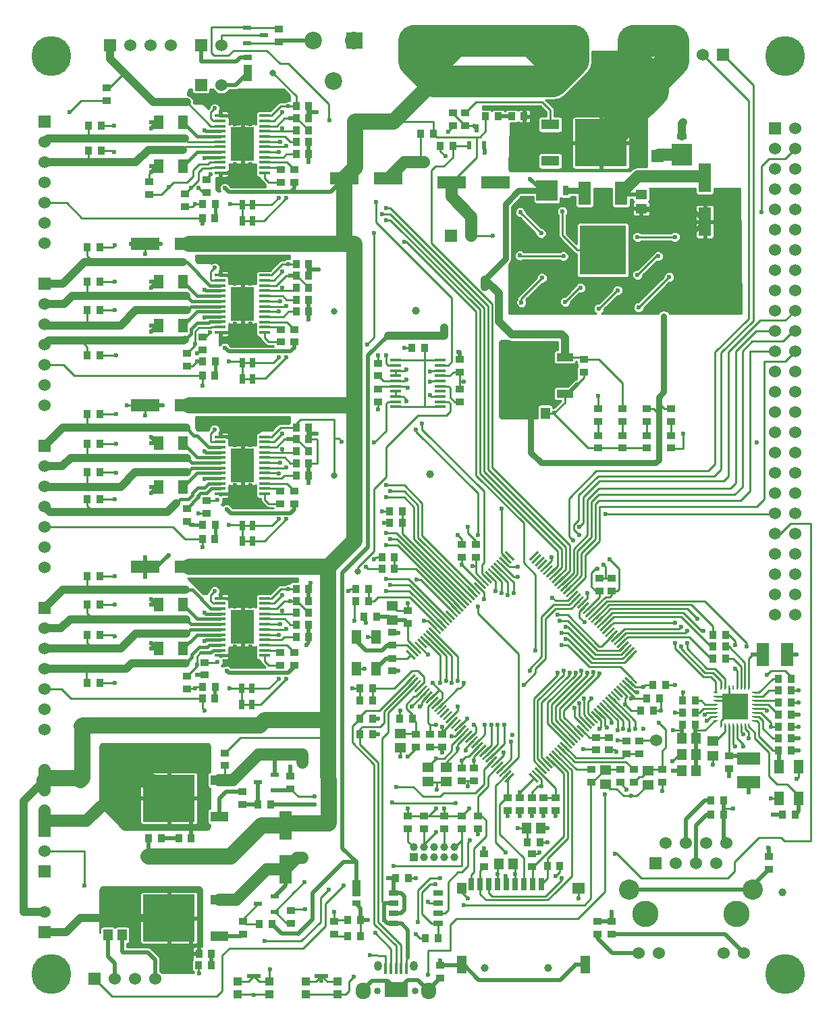
<source format=gtl>
G04 (created by PCBNEW (2013-05-18 BZR 4017)-stable) date Thu 19 Mar 2015 11:10:09 GMT*
%MOIN*%
G04 Gerber Fmt 3.4, Leading zero omitted, Abs format*
%FSLAX34Y34*%
G01*
G70*
G90*
G04 APERTURE LIST*
%ADD10C,0.00590551*%
%ADD11C,0.1969*%
%ADD12R,0.1142X0.0748*%
%ADD13O,0.0394X0.0492*%
%ADD14R,0.0157X0.0531*%
%ADD15O,0.0748X0.0827*%
%ADD16C,0.0335*%
%ADD17R,0.063X0.1181*%
%ADD18R,0.2283X0.2441*%
%ADD19R,0.0579X0.0165*%
%ADD20R,0.1181X0.1701*%
%ADD21R,0.0394X0.0236*%
%ADD22R,0.0236X0.0394*%
%ADD23R,0.08X0.144*%
%ADD24R,0.08X0.04*%
%ADD25R,0.1417X0.063*%
%ADD26R,0.063X0.1417*%
%ADD27R,0.0374X0.0394*%
%ADD28R,0.0394X0.0374*%
%ADD29R,0.0453X0.0709*%
%ADD30R,0.0453X0.0571*%
%ADD31R,0.0571X0.0453*%
%ADD32R,0.0906X0.0512*%
%ADD33R,0.2559X0.2323*%
%ADD34R,0.06X0.06*%
%ADD35C,0.06*%
%ADD36R,0.1142X0.0591*%
%ADD37R,0.0591X0.1142*%
%ADD38R,0.0394X0.0394*%
%ADD39C,0.0394*%
%ADD40R,0.0433X0.0787*%
%ADD41R,0.0433X0.0315*%
%ADD42R,0.0472X0.0866*%
%ADD43R,0.0472X0.0551*%
%ADD44R,0.063X0.0551*%
%ADD45R,0.0276X0.063*%
%ADD46R,0.05X0.025*%
%ADD47R,0.0098X0.0236*%
%ADD48R,0.0236X0.0098*%
%ADD49R,0.1299X0.1299*%
%ADD50R,0.1X0.1051*%
%ADD51R,0.05X0.03*%
%ADD52R,0.1051X0.1*%
%ADD53R,0.03X0.05*%
%ADD54C,0.1299*%
%ADD55C,0.1*%
%ADD56R,0.0472X0.0709*%
%ADD57C,0.0315*%
%ADD58R,0.025X0.05*%
%ADD59R,0.0787X0.0787*%
%ADD60C,0.0984*%
%ADD61C,0.0866*%
%ADD62R,0.0393701X0.0393701*%
%ADD63R,0.0669291X0.023622*%
%ADD64C,0.0236*%
%ADD65C,0.01*%
%ADD66C,0.03*%
%ADD67C,0.02*%
%ADD68C,0.015*%
%ADD69C,0.04*%
%ADD70C,0.15748*%
%ADD71C,0.06*%
%ADD72C,0.07*%
%ADD73C,0.08*%
G04 APERTURE END LIST*
G54D10*
G54D11*
X2754Y1575D03*
G54D12*
X19781Y787D03*
G54D13*
X18905Y1968D03*
G54D14*
X19781Y1840D03*
X19525Y1840D03*
X19269Y1840D03*
X20037Y1840D03*
X20293Y1840D03*
G54D13*
X20657Y1968D03*
G54D15*
X21395Y716D03*
X18167Y716D03*
G54D16*
X20716Y716D03*
X18846Y716D03*
G54D17*
X30890Y40115D03*
G54D18*
X29990Y37288D03*
G54D17*
X29090Y40115D03*
G54D19*
X13303Y34515D03*
X13303Y34771D03*
X13303Y35027D03*
X13303Y35283D03*
X11101Y33751D03*
X13303Y33747D03*
X13303Y34003D03*
X13303Y34259D03*
X11099Y35539D03*
X11099Y35283D03*
X11099Y35027D03*
X11099Y34771D03*
X11099Y34515D03*
X11099Y34259D03*
X13303Y35539D03*
X11101Y34003D03*
X13303Y33491D03*
X13303Y35795D03*
X11099Y35795D03*
X11099Y33491D03*
X13303Y33236D03*
X13303Y36050D03*
X11099Y36050D03*
X11099Y33236D03*
G54D20*
X12201Y34643D03*
G54D19*
X13302Y26542D03*
X13302Y26798D03*
X13302Y27054D03*
X13302Y27310D03*
X11100Y25778D03*
X13302Y25774D03*
X13302Y26030D03*
X13302Y26286D03*
X11098Y27566D03*
X11098Y27310D03*
X11098Y27054D03*
X11098Y26798D03*
X11098Y26542D03*
X11098Y26286D03*
X13302Y27566D03*
X11100Y26030D03*
X13302Y25518D03*
X13302Y27822D03*
X11098Y27822D03*
X11098Y25518D03*
X13302Y25263D03*
X13302Y28077D03*
X11098Y28077D03*
X11098Y25263D03*
G54D20*
X12200Y26670D03*
G54D19*
X13302Y18571D03*
X13302Y18827D03*
X13302Y19083D03*
X13302Y19339D03*
X11100Y17807D03*
X13302Y17803D03*
X13302Y18059D03*
X13302Y18315D03*
X11098Y19595D03*
X11098Y19339D03*
X11098Y19083D03*
X11098Y18827D03*
X11098Y18571D03*
X11098Y18315D03*
X13302Y19595D03*
X11100Y18059D03*
X13302Y17547D03*
X13302Y19851D03*
X11098Y19851D03*
X11098Y17547D03*
X13302Y17292D03*
X13302Y20106D03*
X11098Y20106D03*
X11098Y17292D03*
G54D20*
X12200Y18699D03*
G54D19*
X13304Y42391D03*
X13304Y42647D03*
X13304Y42903D03*
X13304Y43159D03*
X11102Y41627D03*
X13304Y41623D03*
X13304Y41879D03*
X13304Y42135D03*
X11100Y43415D03*
X11100Y43159D03*
X11100Y42903D03*
X11100Y42647D03*
X11100Y42391D03*
X11100Y42135D03*
X13304Y43415D03*
X11102Y41879D03*
X13304Y41367D03*
X13304Y43671D03*
X11100Y43671D03*
X11100Y41367D03*
X13304Y41112D03*
X13304Y43926D03*
X11100Y43926D03*
X11100Y41112D03*
G54D20*
X12202Y42519D03*
G54D19*
X19762Y30837D03*
X19762Y30581D03*
X19762Y30325D03*
X19762Y30069D03*
X21964Y31601D03*
X19762Y31605D03*
X19762Y31349D03*
X19762Y31093D03*
X21966Y29813D03*
X21966Y30069D03*
X21966Y30325D03*
X21966Y30581D03*
X21966Y30837D03*
X21966Y31093D03*
X19762Y29813D03*
X21964Y31349D03*
X19762Y31861D03*
X19762Y29557D03*
X21966Y29557D03*
X21966Y31861D03*
G54D21*
X13800Y4645D03*
X12968Y5020D03*
X13800Y5395D03*
X13800Y10649D03*
X12968Y11024D03*
X13800Y11399D03*
G54D22*
X23383Y42478D03*
X23758Y43310D03*
X24133Y42478D03*
G54D23*
X25509Y31106D03*
G54D24*
X28109Y31106D03*
X28109Y32006D03*
X28109Y30206D03*
G54D25*
X17217Y40838D03*
X19383Y40838D03*
X9546Y21654D03*
X7380Y21654D03*
X9546Y37598D03*
X7380Y37598D03*
X9546Y29626D03*
X7380Y29626D03*
G54D26*
X35029Y40855D03*
X35029Y38689D03*
G54D27*
X35411Y18307D03*
X36041Y18307D03*
X39288Y16142D03*
X38658Y16142D03*
X39288Y15551D03*
X38658Y15551D03*
X35411Y17717D03*
X36041Y17717D03*
X35411Y17126D03*
X36041Y17126D03*
X39288Y14370D03*
X38658Y14370D03*
X39288Y14961D03*
X38658Y14961D03*
X33934Y14469D03*
X34564Y14469D03*
X33934Y15059D03*
X34564Y15059D03*
X38658Y13189D03*
X39288Y13189D03*
G54D28*
X22600Y43423D03*
X22600Y44053D03*
X23200Y43423D03*
X23200Y44053D03*
X12202Y9921D03*
X12202Y10551D03*
X18896Y29803D03*
X18896Y30433D03*
X20372Y9370D03*
X20372Y8740D03*
G54D27*
X20096Y23819D03*
X19466Y23819D03*
G54D28*
X16731Y3524D03*
X16731Y4154D03*
G54D27*
X17990Y14173D03*
X18620Y14173D03*
X17990Y13386D03*
X18620Y13386D03*
X39289Y13780D03*
X38659Y13780D03*
X33934Y13878D03*
X34564Y13878D03*
G54D28*
X29722Y4154D03*
X29722Y3524D03*
X30411Y3524D03*
X30411Y4154D03*
G54D27*
X13601Y9942D03*
X12971Y9942D03*
X13640Y4016D03*
X13010Y4016D03*
G54D28*
X12222Y4154D03*
X12222Y3524D03*
X18896Y31713D03*
X18896Y31083D03*
G54D27*
X19703Y21555D03*
X19073Y21555D03*
G54D28*
X31159Y12441D03*
X31159Y13071D03*
G54D27*
X18423Y19980D03*
X17793Y19980D03*
X38856Y9449D03*
X39486Y9449D03*
X39289Y12598D03*
X38659Y12598D03*
X35313Y10138D03*
X35943Y10138D03*
X35313Y9449D03*
X35943Y9449D03*
X19703Y22146D03*
X19073Y22146D03*
X20096Y24409D03*
X19466Y24409D03*
G54D28*
X31789Y12441D03*
X31789Y13071D03*
G54D27*
X18423Y20571D03*
X17793Y20571D03*
G54D28*
X9447Y31575D03*
X9447Y32205D03*
G54D27*
X15470Y35433D03*
X14840Y35433D03*
X14841Y34839D03*
X15471Y34839D03*
X18620Y15650D03*
X17990Y15650D03*
X14840Y34252D03*
X15470Y34252D03*
G54D28*
X14762Y33382D03*
X14762Y32752D03*
G54D27*
X14840Y36024D03*
X15470Y36024D03*
G54D28*
X14073Y32752D03*
X14073Y33382D03*
X9447Y15630D03*
X9447Y16260D03*
G54D27*
X15470Y19390D03*
X14840Y19390D03*
X14839Y18796D03*
X15469Y18796D03*
G54D28*
X21159Y9370D03*
X21159Y8740D03*
G54D27*
X14840Y18209D03*
X15470Y18209D03*
G54D28*
X14760Y17438D03*
X14760Y16808D03*
G54D27*
X14840Y19980D03*
X15470Y19980D03*
G54D28*
X14071Y16808D03*
X14071Y17438D03*
X9348Y39449D03*
X9348Y40079D03*
G54D27*
X15470Y43209D03*
X14840Y43209D03*
X14842Y42617D03*
X15472Y42617D03*
X14840Y42028D03*
X15470Y42028D03*
G54D28*
X14763Y41258D03*
X14763Y40628D03*
G54D27*
X14840Y43799D03*
X15470Y43799D03*
G54D28*
X14074Y40628D03*
X14074Y41258D03*
X9447Y23898D03*
X9447Y24528D03*
G54D27*
X15470Y27362D03*
X14840Y27362D03*
X14840Y26768D03*
X15470Y26768D03*
X14840Y26181D03*
X15470Y26181D03*
G54D28*
X14761Y25410D03*
X14761Y24780D03*
G54D27*
X14840Y27953D03*
X15470Y27953D03*
G54D28*
X14072Y24780D03*
X14072Y25410D03*
X22144Y9370D03*
X22144Y8740D03*
G54D29*
X9250Y41437D03*
X8068Y41437D03*
G54D30*
X33895Y12402D03*
X34603Y12402D03*
X33895Y13189D03*
X34603Y13189D03*
G54D27*
X17400Y3445D03*
X18015Y3445D03*
G54D31*
X35431Y13052D03*
X35431Y12344D03*
G54D30*
X26435Y29248D03*
X27143Y29248D03*
G54D29*
X9250Y25591D03*
X8068Y25591D03*
X9250Y27756D03*
X8068Y27756D03*
X9250Y43602D03*
X8068Y43602D03*
X9250Y33563D03*
X8068Y33563D03*
X9250Y17618D03*
X8068Y17618D03*
X9250Y35728D03*
X8068Y35728D03*
X9250Y19783D03*
X8068Y19783D03*
G54D28*
X22932Y31279D03*
X22932Y31909D03*
G54D32*
X11063Y3431D03*
G54D33*
X8563Y4331D03*
G54D32*
X11063Y5231D03*
X11061Y9336D03*
G54D33*
X8561Y10236D03*
G54D32*
X11061Y11136D03*
X27400Y43488D03*
G54D33*
X29900Y42588D03*
G54D32*
X27400Y41688D03*
G54D27*
X8187Y8268D03*
X7557Y8268D03*
X10667Y2003D03*
X10037Y2003D03*
X24821Y43898D03*
X24191Y43898D03*
X10052Y2578D03*
X10667Y2578D03*
X9663Y8268D03*
X9048Y8268D03*
X26100Y43898D03*
X25485Y43898D03*
G54D34*
X2429Y43625D03*
G54D35*
X2429Y42625D03*
X2429Y41625D03*
X2429Y40625D03*
X2429Y39625D03*
X2429Y38625D03*
X2429Y37625D03*
G54D34*
X2429Y35625D03*
G54D35*
X2429Y34625D03*
X2429Y33625D03*
X2429Y32625D03*
X2429Y31625D03*
X2429Y30625D03*
X2429Y29625D03*
G54D34*
X2429Y27625D03*
G54D35*
X2429Y26625D03*
X2429Y25625D03*
X2429Y24625D03*
X2429Y23625D03*
X2429Y22625D03*
X2429Y21625D03*
G54D34*
X2429Y19625D03*
G54D35*
X2429Y18625D03*
X2429Y17625D03*
X2429Y16625D03*
X2429Y15625D03*
X2429Y14625D03*
X2429Y13625D03*
G54D34*
X35911Y46929D03*
G54D35*
X34911Y46929D03*
G54D28*
X22932Y30432D03*
X22932Y29802D03*
X36218Y12323D03*
X36218Y11693D03*
G54D36*
X37203Y12205D03*
X37203Y11023D03*
G54D37*
X37891Y17323D03*
X39073Y17323D03*
G54D30*
X34604Y11614D03*
X33896Y11614D03*
G54D27*
X10844Y31791D03*
X10214Y31791D03*
X10844Y39567D03*
X10214Y39567D03*
X10844Y15748D03*
X10214Y15748D03*
X10844Y23720D03*
X10214Y23720D03*
X10214Y31102D03*
X10829Y31102D03*
X10214Y38878D03*
X10829Y38878D03*
X10214Y15157D03*
X10829Y15157D03*
X10214Y23031D03*
X10829Y23031D03*
X14840Y28543D03*
X15470Y28543D03*
X14840Y44390D03*
X15470Y44390D03*
X14840Y36614D03*
X15470Y36614D03*
X14840Y20571D03*
X15470Y20571D03*
G54D30*
X25549Y6988D03*
X24841Y6988D03*
G54D38*
X20651Y7329D03*
G54D39*
X20651Y7829D03*
X21151Y7329D03*
X21151Y7829D03*
X21651Y7329D03*
X21651Y7829D03*
X22151Y7329D03*
X22151Y7829D03*
X22651Y7329D03*
X22651Y7829D03*
G54D40*
X17813Y5807D03*
G54D41*
X17813Y5059D03*
G54D39*
X24140Y1870D03*
X27282Y1870D03*
G54D42*
X23030Y2027D03*
X29132Y2027D03*
G54D43*
X23030Y5807D03*
G54D44*
X28778Y5807D03*
G54D45*
X26947Y6004D03*
X26514Y6004D03*
X26081Y6004D03*
X25648Y6004D03*
X25215Y6004D03*
X24782Y6004D03*
X24349Y6004D03*
X23916Y6004D03*
X23483Y6004D03*
G54D28*
X32911Y11024D03*
X32911Y11654D03*
X30864Y11024D03*
X30864Y11654D03*
G54D27*
X18187Y19193D03*
X18817Y19193D03*
G54D28*
X27655Y10256D03*
X27655Y9626D03*
G54D27*
X26258Y8071D03*
X26888Y8071D03*
G54D28*
X20766Y13406D03*
X20766Y12776D03*
G54D10*
G36*
X25553Y21954D02*
X25135Y22372D01*
X25213Y22450D01*
X25631Y22032D01*
X25553Y21954D01*
X25553Y21954D01*
G37*
G36*
X25414Y21815D02*
X24996Y22232D01*
X25074Y22310D01*
X25492Y21892D01*
X25414Y21815D01*
X25414Y21815D01*
G37*
G36*
X25275Y21675D02*
X24857Y22093D01*
X24935Y22171D01*
X25353Y21753D01*
X25275Y21675D01*
X25275Y21675D01*
G37*
G36*
X25135Y21536D02*
X24718Y21954D01*
X24795Y22032D01*
X25213Y21614D01*
X25135Y21536D01*
X25135Y21536D01*
G37*
G36*
X24996Y21397D02*
X24578Y21815D01*
X24656Y21892D01*
X25074Y21474D01*
X24996Y21397D01*
X24996Y21397D01*
G37*
G36*
X24858Y21258D02*
X24440Y21676D01*
X24517Y21754D01*
X24935Y21336D01*
X24858Y21258D01*
X24858Y21258D01*
G37*
G36*
X24718Y21119D02*
X24300Y21537D01*
X24378Y21614D01*
X24796Y21197D01*
X24718Y21119D01*
X24718Y21119D01*
G37*
G36*
X24579Y20979D02*
X24161Y21397D01*
X24239Y21475D01*
X24657Y21057D01*
X24579Y20979D01*
X24579Y20979D01*
G37*
G36*
X24440Y20840D02*
X24022Y21258D01*
X24100Y21336D01*
X24517Y20918D01*
X24440Y20840D01*
X24440Y20840D01*
G37*
G36*
X24300Y20701D02*
X23882Y21119D01*
X23960Y21197D01*
X24378Y20779D01*
X24300Y20701D01*
X24300Y20701D01*
G37*
G36*
X24161Y20562D02*
X23743Y20979D01*
X23821Y21057D01*
X24239Y20639D01*
X24161Y20562D01*
X24161Y20562D01*
G37*
G36*
X24022Y20423D02*
X23605Y20841D01*
X23682Y20919D01*
X24100Y20501D01*
X24022Y20423D01*
X24022Y20423D01*
G37*
G36*
X23883Y20284D02*
X23465Y20702D01*
X23543Y20779D01*
X23961Y20361D01*
X23883Y20284D01*
X23883Y20284D01*
G37*
G36*
X23744Y20144D02*
X23326Y20562D01*
X23404Y20640D01*
X23822Y20222D01*
X23744Y20144D01*
X23744Y20144D01*
G37*
G36*
X23605Y20005D02*
X23187Y20423D01*
X23264Y20501D01*
X23682Y20083D01*
X23605Y20005D01*
X23605Y20005D01*
G37*
G36*
X23465Y19866D02*
X23047Y20284D01*
X23125Y20361D01*
X23543Y19944D01*
X23465Y19866D01*
X23465Y19866D01*
G37*
G36*
X23326Y19726D02*
X22908Y20144D01*
X22986Y20222D01*
X23404Y19804D01*
X23326Y19726D01*
X23326Y19726D01*
G37*
G36*
X23187Y19587D02*
X22769Y20005D01*
X22847Y20083D01*
X23264Y19665D01*
X23187Y19587D01*
X23187Y19587D01*
G37*
G36*
X23048Y19449D02*
X22630Y19866D01*
X22708Y19944D01*
X23126Y19526D01*
X23048Y19449D01*
X23048Y19449D01*
G37*
G36*
X22909Y19309D02*
X22491Y19727D01*
X22569Y19805D01*
X22987Y19387D01*
X22909Y19309D01*
X22909Y19309D01*
G37*
G36*
X22769Y19170D02*
X22352Y19588D01*
X22429Y19666D01*
X22847Y19248D01*
X22769Y19170D01*
X22769Y19170D01*
G37*
G36*
X22630Y19031D02*
X22212Y19449D01*
X22290Y19526D01*
X22708Y19108D01*
X22630Y19031D01*
X22630Y19031D01*
G37*
G36*
X22491Y18891D02*
X22073Y19309D01*
X22151Y19387D01*
X22569Y18969D01*
X22491Y18891D01*
X22491Y18891D01*
G37*
G36*
X22352Y18752D02*
X21934Y19170D01*
X22011Y19248D01*
X22429Y18830D01*
X22352Y18752D01*
X22352Y18752D01*
G37*
G36*
X22212Y18613D02*
X21794Y19031D01*
X21872Y19108D01*
X22290Y18691D01*
X22212Y18613D01*
X22212Y18613D01*
G37*
G36*
X22074Y18474D02*
X21656Y18892D01*
X21734Y18970D01*
X22151Y18552D01*
X22074Y18474D01*
X22074Y18474D01*
G37*
G36*
X21934Y18335D02*
X21516Y18753D01*
X21594Y18831D01*
X22012Y18413D01*
X21934Y18335D01*
X21934Y18335D01*
G37*
G36*
X21795Y18196D02*
X21377Y18613D01*
X21455Y18691D01*
X21873Y18273D01*
X21795Y18196D01*
X21795Y18196D01*
G37*
G36*
X21656Y18056D02*
X21238Y18474D01*
X21316Y18552D01*
X21734Y18134D01*
X21656Y18056D01*
X21656Y18056D01*
G37*
G36*
X21516Y17917D02*
X21099Y18335D01*
X21176Y18413D01*
X21594Y17995D01*
X21516Y17917D01*
X21516Y17917D01*
G37*
G36*
X21377Y17778D02*
X20959Y18196D01*
X21037Y18273D01*
X21455Y17855D01*
X21377Y17778D01*
X21377Y17778D01*
G37*
G36*
X21239Y17639D02*
X20821Y18057D01*
X20898Y18135D01*
X21316Y17717D01*
X21239Y17639D01*
X21239Y17639D01*
G37*
G36*
X21099Y17500D02*
X20681Y17918D01*
X20759Y17995D01*
X21177Y17578D01*
X21099Y17500D01*
X21099Y17500D01*
G37*
G36*
X20960Y17360D02*
X20542Y17778D01*
X20620Y17856D01*
X21038Y17438D01*
X20960Y17360D01*
X20960Y17360D01*
G37*
G36*
X20821Y17221D02*
X20403Y17639D01*
X20481Y17717D01*
X20898Y17299D01*
X20821Y17221D01*
X20821Y17221D01*
G37*
G36*
X20681Y17082D02*
X20263Y17500D01*
X20341Y17578D01*
X20759Y17160D01*
X20681Y17082D01*
X20681Y17082D01*
G37*
G36*
X26750Y11013D02*
X26332Y11431D01*
X26410Y11509D01*
X26828Y11091D01*
X26750Y11013D01*
X26750Y11013D01*
G37*
G36*
X26889Y11153D02*
X26471Y11571D01*
X26549Y11648D01*
X26967Y11231D01*
X26889Y11153D01*
X26889Y11153D01*
G37*
G36*
X27028Y11292D02*
X26610Y11710D01*
X26688Y11788D01*
X27106Y11370D01*
X27028Y11292D01*
X27028Y11292D01*
G37*
G36*
X27168Y11431D02*
X26750Y11849D01*
X26828Y11927D01*
X27245Y11509D01*
X27168Y11431D01*
X27168Y11431D01*
G37*
G36*
X27307Y11571D02*
X26889Y11989D01*
X26967Y12066D01*
X27385Y11648D01*
X27307Y11571D01*
X27307Y11571D01*
G37*
G36*
X27446Y11709D02*
X27028Y12127D01*
X27105Y12205D01*
X27523Y11787D01*
X27446Y11709D01*
X27446Y11709D01*
G37*
G36*
X27585Y11849D02*
X27167Y12266D01*
X27245Y12344D01*
X27663Y11926D01*
X27585Y11849D01*
X27585Y11849D01*
G37*
G36*
X27724Y11988D02*
X27306Y12406D01*
X27384Y12484D01*
X27802Y12066D01*
X27724Y11988D01*
X27724Y11988D01*
G37*
G36*
X27863Y12127D02*
X27446Y12545D01*
X27523Y12623D01*
X27941Y12205D01*
X27863Y12127D01*
X27863Y12127D01*
G37*
G36*
X28003Y12266D02*
X27585Y12684D01*
X27663Y12762D01*
X28081Y12344D01*
X28003Y12266D01*
X28003Y12266D01*
G37*
G36*
X28142Y12406D02*
X27724Y12824D01*
X27802Y12901D01*
X28220Y12484D01*
X28142Y12406D01*
X28142Y12406D01*
G37*
G36*
X28281Y12544D02*
X27863Y12962D01*
X27941Y13040D01*
X28358Y12622D01*
X28281Y12544D01*
X28281Y12544D01*
G37*
G36*
X28420Y12684D02*
X28002Y13102D01*
X28080Y13179D01*
X28498Y12761D01*
X28420Y12684D01*
X28420Y12684D01*
G37*
G36*
X28559Y12823D02*
X28141Y13241D01*
X28219Y13319D01*
X28637Y12901D01*
X28559Y12823D01*
X28559Y12823D01*
G37*
G36*
X28699Y12962D02*
X28281Y13380D01*
X28358Y13458D01*
X28776Y13040D01*
X28699Y12962D01*
X28699Y12962D01*
G37*
G36*
X28838Y13102D02*
X28420Y13519D01*
X28498Y13597D01*
X28916Y13179D01*
X28838Y13102D01*
X28838Y13102D01*
G37*
G36*
X28977Y13241D02*
X28559Y13659D01*
X28637Y13737D01*
X29055Y13319D01*
X28977Y13241D01*
X28977Y13241D01*
G37*
G36*
X29116Y13380D02*
X28699Y13798D01*
X28776Y13876D01*
X29194Y13458D01*
X29116Y13380D01*
X29116Y13380D01*
G37*
G36*
X29255Y13519D02*
X28837Y13937D01*
X28915Y14014D01*
X29333Y13597D01*
X29255Y13519D01*
X29255Y13519D01*
G37*
G36*
X29394Y13658D02*
X28976Y14076D01*
X29054Y14154D01*
X29472Y13736D01*
X29394Y13658D01*
X29394Y13658D01*
G37*
G36*
X29534Y13797D02*
X29116Y14215D01*
X29194Y14293D01*
X29611Y13875D01*
X29534Y13797D01*
X29534Y13797D01*
G37*
G36*
X29673Y13937D02*
X29255Y14355D01*
X29333Y14432D01*
X29751Y14014D01*
X29673Y13937D01*
X29673Y13937D01*
G37*
G36*
X29812Y14076D02*
X29394Y14494D01*
X29472Y14572D01*
X29890Y14154D01*
X29812Y14076D01*
X29812Y14076D01*
G37*
G36*
X29952Y14215D02*
X29534Y14633D01*
X29611Y14711D01*
X30029Y14293D01*
X29952Y14215D01*
X29952Y14215D01*
G37*
G36*
X30091Y14355D02*
X29673Y14772D01*
X29751Y14850D01*
X30169Y14432D01*
X30091Y14355D01*
X30091Y14355D01*
G37*
G36*
X30229Y14493D02*
X29812Y14911D01*
X29889Y14989D01*
X30307Y14571D01*
X30229Y14493D01*
X30229Y14493D01*
G37*
G36*
X30369Y14632D02*
X29951Y15050D01*
X30029Y15128D01*
X30447Y14710D01*
X30369Y14632D01*
X30369Y14632D01*
G37*
G36*
X30508Y14772D02*
X30090Y15190D01*
X30168Y15267D01*
X30586Y14850D01*
X30508Y14772D01*
X30508Y14772D01*
G37*
G36*
X30647Y14911D02*
X30229Y15329D01*
X30307Y15407D01*
X30725Y14989D01*
X30647Y14911D01*
X30647Y14911D01*
G37*
G36*
X30787Y15050D02*
X30369Y15468D01*
X30447Y15546D01*
X30864Y15128D01*
X30787Y15050D01*
X30787Y15050D01*
G37*
G36*
X30926Y15190D02*
X30508Y15608D01*
X30586Y15685D01*
X31004Y15267D01*
X30926Y15190D01*
X30926Y15190D01*
G37*
G36*
X31065Y15328D02*
X30647Y15746D01*
X30724Y15824D01*
X31142Y15406D01*
X31065Y15328D01*
X31065Y15328D01*
G37*
G36*
X31204Y15468D02*
X30786Y15885D01*
X30864Y15963D01*
X31282Y15545D01*
X31204Y15468D01*
X31204Y15468D01*
G37*
G36*
X31343Y15607D02*
X30925Y16025D01*
X31003Y16103D01*
X31421Y15685D01*
X31343Y15607D01*
X31343Y15607D01*
G37*
G36*
X31482Y15746D02*
X31065Y16164D01*
X31142Y16242D01*
X31560Y15824D01*
X31482Y15746D01*
X31482Y15746D01*
G37*
G36*
X31622Y15885D02*
X31204Y16303D01*
X31282Y16381D01*
X31700Y15963D01*
X31622Y15885D01*
X31622Y15885D01*
G37*
G36*
X20341Y15885D02*
X20263Y15963D01*
X20681Y16381D01*
X20759Y16303D01*
X20341Y15885D01*
X20341Y15885D01*
G37*
G36*
X20481Y15746D02*
X20403Y15824D01*
X20821Y16242D01*
X20898Y16164D01*
X20481Y15746D01*
X20481Y15746D01*
G37*
G36*
X20620Y15607D02*
X20542Y15685D01*
X20960Y16103D01*
X21038Y16025D01*
X20620Y15607D01*
X20620Y15607D01*
G37*
G36*
X20759Y15468D02*
X20681Y15545D01*
X21099Y15963D01*
X21177Y15885D01*
X20759Y15468D01*
X20759Y15468D01*
G37*
G36*
X20898Y15328D02*
X20821Y15406D01*
X21239Y15824D01*
X21316Y15746D01*
X20898Y15328D01*
X20898Y15328D01*
G37*
G36*
X21037Y15190D02*
X20959Y15267D01*
X21377Y15685D01*
X21455Y15608D01*
X21037Y15190D01*
X21037Y15190D01*
G37*
G36*
X21176Y15050D02*
X21099Y15128D01*
X21516Y15546D01*
X21594Y15468D01*
X21176Y15050D01*
X21176Y15050D01*
G37*
G36*
X21316Y14911D02*
X21238Y14989D01*
X21656Y15407D01*
X21734Y15329D01*
X21316Y14911D01*
X21316Y14911D01*
G37*
G36*
X21455Y14772D02*
X21377Y14850D01*
X21795Y15267D01*
X21873Y15190D01*
X21455Y14772D01*
X21455Y14772D01*
G37*
G36*
X21594Y14632D02*
X21516Y14710D01*
X21934Y15128D01*
X22012Y15050D01*
X21594Y14632D01*
X21594Y14632D01*
G37*
G36*
X21734Y14493D02*
X21656Y14571D01*
X22074Y14989D01*
X22151Y14911D01*
X21734Y14493D01*
X21734Y14493D01*
G37*
G36*
X21872Y14355D02*
X21794Y14432D01*
X22212Y14850D01*
X22290Y14772D01*
X21872Y14355D01*
X21872Y14355D01*
G37*
G36*
X22011Y14215D02*
X21934Y14293D01*
X22352Y14711D01*
X22429Y14633D01*
X22011Y14215D01*
X22011Y14215D01*
G37*
G36*
X22151Y14076D02*
X22073Y14154D01*
X22491Y14572D01*
X22569Y14494D01*
X22151Y14076D01*
X22151Y14076D01*
G37*
G36*
X22290Y13937D02*
X22212Y14014D01*
X22630Y14432D01*
X22708Y14355D01*
X22290Y13937D01*
X22290Y13937D01*
G37*
G36*
X22429Y13797D02*
X22352Y13875D01*
X22769Y14293D01*
X22847Y14215D01*
X22429Y13797D01*
X22429Y13797D01*
G37*
G36*
X22569Y13658D02*
X22491Y13736D01*
X22909Y14154D01*
X22987Y14076D01*
X22569Y13658D01*
X22569Y13658D01*
G37*
G36*
X22708Y13519D02*
X22630Y13597D01*
X23048Y14014D01*
X23126Y13937D01*
X22708Y13519D01*
X22708Y13519D01*
G37*
G36*
X22847Y13380D02*
X22769Y13458D01*
X23187Y13876D01*
X23264Y13798D01*
X22847Y13380D01*
X22847Y13380D01*
G37*
G36*
X22986Y13241D02*
X22908Y13319D01*
X23326Y13737D01*
X23404Y13659D01*
X22986Y13241D01*
X22986Y13241D01*
G37*
G36*
X23125Y13102D02*
X23047Y13179D01*
X23465Y13597D01*
X23543Y13519D01*
X23125Y13102D01*
X23125Y13102D01*
G37*
G36*
X23264Y12962D02*
X23187Y13040D01*
X23605Y13458D01*
X23682Y13380D01*
X23264Y12962D01*
X23264Y12962D01*
G37*
G36*
X23404Y12823D02*
X23326Y12901D01*
X23744Y13319D01*
X23822Y13241D01*
X23404Y12823D01*
X23404Y12823D01*
G37*
G36*
X23543Y12684D02*
X23465Y12761D01*
X23883Y13179D01*
X23961Y13102D01*
X23543Y12684D01*
X23543Y12684D01*
G37*
G36*
X23682Y12544D02*
X23605Y12622D01*
X24022Y13040D01*
X24100Y12962D01*
X23682Y12544D01*
X23682Y12544D01*
G37*
G36*
X23821Y12406D02*
X23743Y12484D01*
X24161Y12901D01*
X24239Y12824D01*
X23821Y12406D01*
X23821Y12406D01*
G37*
G36*
X23960Y12266D02*
X23882Y12344D01*
X24300Y12762D01*
X24378Y12684D01*
X23960Y12266D01*
X23960Y12266D01*
G37*
G36*
X24100Y12127D02*
X24022Y12205D01*
X24440Y12623D01*
X24517Y12545D01*
X24100Y12127D01*
X24100Y12127D01*
G37*
G36*
X24239Y11988D02*
X24161Y12066D01*
X24579Y12484D01*
X24657Y12406D01*
X24239Y11988D01*
X24239Y11988D01*
G37*
G36*
X24378Y11849D02*
X24300Y11926D01*
X24718Y12344D01*
X24796Y12266D01*
X24378Y11849D01*
X24378Y11849D01*
G37*
G36*
X24517Y11709D02*
X24440Y11787D01*
X24858Y12205D01*
X24935Y12127D01*
X24517Y11709D01*
X24517Y11709D01*
G37*
G36*
X24656Y11571D02*
X24578Y11648D01*
X24996Y12066D01*
X25074Y11989D01*
X24656Y11571D01*
X24656Y11571D01*
G37*
G36*
X24795Y11431D02*
X24718Y11509D01*
X25135Y11927D01*
X25213Y11849D01*
X24795Y11431D01*
X24795Y11431D01*
G37*
G36*
X24935Y11292D02*
X24857Y11370D01*
X25275Y11788D01*
X25353Y11710D01*
X24935Y11292D01*
X24935Y11292D01*
G37*
G36*
X25074Y11153D02*
X24996Y11231D01*
X25414Y11648D01*
X25492Y11571D01*
X25074Y11153D01*
X25074Y11153D01*
G37*
G36*
X25213Y11013D02*
X25135Y11091D01*
X25553Y11509D01*
X25631Y11431D01*
X25213Y11013D01*
X25213Y11013D01*
G37*
G36*
X31282Y17082D02*
X31204Y17160D01*
X31622Y17578D01*
X31700Y17500D01*
X31282Y17082D01*
X31282Y17082D01*
G37*
G36*
X31142Y17221D02*
X31065Y17299D01*
X31482Y17717D01*
X31560Y17639D01*
X31142Y17221D01*
X31142Y17221D01*
G37*
G36*
X31003Y17360D02*
X30925Y17438D01*
X31343Y17856D01*
X31421Y17778D01*
X31003Y17360D01*
X31003Y17360D01*
G37*
G36*
X30864Y17500D02*
X30786Y17578D01*
X31204Y17995D01*
X31282Y17918D01*
X30864Y17500D01*
X30864Y17500D01*
G37*
G36*
X30724Y17639D02*
X30647Y17717D01*
X31065Y18135D01*
X31142Y18057D01*
X30724Y17639D01*
X30724Y17639D01*
G37*
G36*
X30586Y17778D02*
X30508Y17855D01*
X30926Y18273D01*
X31004Y18196D01*
X30586Y17778D01*
X30586Y17778D01*
G37*
G36*
X30447Y17917D02*
X30369Y17995D01*
X30787Y18413D01*
X30864Y18335D01*
X30447Y17917D01*
X30447Y17917D01*
G37*
G36*
X30307Y18056D02*
X30229Y18134D01*
X30647Y18552D01*
X30725Y18474D01*
X30307Y18056D01*
X30307Y18056D01*
G37*
G36*
X30168Y18196D02*
X30090Y18273D01*
X30508Y18691D01*
X30586Y18613D01*
X30168Y18196D01*
X30168Y18196D01*
G37*
G36*
X30029Y18335D02*
X29951Y18413D01*
X30369Y18831D01*
X30447Y18753D01*
X30029Y18335D01*
X30029Y18335D01*
G37*
G36*
X29889Y18474D02*
X29812Y18552D01*
X30229Y18970D01*
X30307Y18892D01*
X29889Y18474D01*
X29889Y18474D01*
G37*
G36*
X29751Y18613D02*
X29673Y18691D01*
X30091Y19108D01*
X30169Y19031D01*
X29751Y18613D01*
X29751Y18613D01*
G37*
G36*
X29611Y18752D02*
X29534Y18830D01*
X29952Y19248D01*
X30029Y19170D01*
X29611Y18752D01*
X29611Y18752D01*
G37*
G36*
X29472Y18891D02*
X29394Y18969D01*
X29812Y19387D01*
X29890Y19309D01*
X29472Y18891D01*
X29472Y18891D01*
G37*
G36*
X29333Y19031D02*
X29255Y19108D01*
X29673Y19526D01*
X29751Y19449D01*
X29333Y19031D01*
X29333Y19031D01*
G37*
G36*
X29194Y19170D02*
X29116Y19248D01*
X29534Y19666D01*
X29611Y19588D01*
X29194Y19170D01*
X29194Y19170D01*
G37*
G36*
X29054Y19309D02*
X28976Y19387D01*
X29394Y19805D01*
X29472Y19727D01*
X29054Y19309D01*
X29054Y19309D01*
G37*
G36*
X28915Y19449D02*
X28837Y19526D01*
X29255Y19944D01*
X29333Y19866D01*
X28915Y19449D01*
X28915Y19449D01*
G37*
G36*
X28776Y19587D02*
X28699Y19665D01*
X29116Y20083D01*
X29194Y20005D01*
X28776Y19587D01*
X28776Y19587D01*
G37*
G36*
X28637Y19726D02*
X28559Y19804D01*
X28977Y20222D01*
X29055Y20144D01*
X28637Y19726D01*
X28637Y19726D01*
G37*
G36*
X28498Y19866D02*
X28420Y19944D01*
X28838Y20361D01*
X28916Y20284D01*
X28498Y19866D01*
X28498Y19866D01*
G37*
G36*
X28358Y20005D02*
X28281Y20083D01*
X28699Y20501D01*
X28776Y20423D01*
X28358Y20005D01*
X28358Y20005D01*
G37*
G36*
X28219Y20144D02*
X28141Y20222D01*
X28559Y20640D01*
X28637Y20562D01*
X28219Y20144D01*
X28219Y20144D01*
G37*
G36*
X28080Y20284D02*
X28002Y20361D01*
X28420Y20779D01*
X28498Y20702D01*
X28080Y20284D01*
X28080Y20284D01*
G37*
G36*
X27941Y20423D02*
X27863Y20501D01*
X28281Y20919D01*
X28358Y20841D01*
X27941Y20423D01*
X27941Y20423D01*
G37*
G36*
X27802Y20562D02*
X27724Y20639D01*
X28142Y21057D01*
X28220Y20979D01*
X27802Y20562D01*
X27802Y20562D01*
G37*
G36*
X27663Y20701D02*
X27585Y20779D01*
X28003Y21197D01*
X28081Y21119D01*
X27663Y20701D01*
X27663Y20701D01*
G37*
G36*
X27523Y20840D02*
X27446Y20918D01*
X27863Y21336D01*
X27941Y21258D01*
X27523Y20840D01*
X27523Y20840D01*
G37*
G36*
X27384Y20979D02*
X27306Y21057D01*
X27724Y21475D01*
X27802Y21397D01*
X27384Y20979D01*
X27384Y20979D01*
G37*
G36*
X27245Y21119D02*
X27167Y21197D01*
X27585Y21614D01*
X27663Y21537D01*
X27245Y21119D01*
X27245Y21119D01*
G37*
G36*
X27105Y21258D02*
X27028Y21336D01*
X27446Y21754D01*
X27523Y21676D01*
X27105Y21258D01*
X27105Y21258D01*
G37*
G36*
X26967Y21397D02*
X26889Y21474D01*
X27307Y21892D01*
X27385Y21815D01*
X26967Y21397D01*
X26967Y21397D01*
G37*
G36*
X26828Y21536D02*
X26750Y21614D01*
X27168Y22032D01*
X27245Y21954D01*
X26828Y21536D01*
X26828Y21536D01*
G37*
G36*
X26688Y21675D02*
X26610Y21753D01*
X27028Y22171D01*
X27106Y22093D01*
X26688Y21675D01*
X26688Y21675D01*
G37*
G36*
X26549Y21815D02*
X26471Y21892D01*
X26889Y22310D01*
X26967Y22232D01*
X26549Y21815D01*
X26549Y21815D01*
G37*
G36*
X26410Y21954D02*
X26332Y22032D01*
X26750Y22450D01*
X26828Y22372D01*
X26410Y21954D01*
X26410Y21954D01*
G37*
G54D31*
X21356Y11771D03*
X21356Y11063D03*
X19585Y19036D03*
X19585Y19744D03*
G54D30*
X26219Y8760D03*
X26927Y8760D03*
G54D31*
X19978Y13445D03*
X19978Y12737D03*
X30116Y11634D03*
X30116Y10926D03*
X32222Y11614D03*
X32222Y10906D03*
G54D27*
X31868Y14567D03*
X32498Y14567D03*
X18030Y4232D03*
X17400Y4232D03*
G54D28*
X19585Y17795D03*
X19585Y18425D03*
X19585Y17146D03*
X19585Y16516D03*
X23620Y11732D03*
X23620Y11102D03*
G54D27*
X32163Y15157D03*
X32793Y15157D03*
G54D28*
X29821Y20453D03*
X29821Y21083D03*
X30411Y20453D03*
X30411Y21083D03*
X21455Y13406D03*
X21455Y12776D03*
X23029Y11732D03*
X23029Y11102D03*
X22045Y13406D03*
X22045Y12776D03*
X20372Y18878D03*
X20372Y19508D03*
X23029Y22126D03*
X23029Y22756D03*
G54D27*
X18620Y15059D03*
X17990Y15059D03*
G54D28*
X27065Y10256D03*
X27065Y9626D03*
X23029Y9370D03*
X23029Y8740D03*
X25884Y10256D03*
X25884Y9626D03*
X23718Y22126D03*
X23718Y22756D03*
G54D27*
X20588Y14173D03*
X19958Y14173D03*
G54D28*
X26474Y9626D03*
X26474Y10256D03*
G54D31*
X22242Y11771D03*
X22242Y11063D03*
G54D27*
X20550Y32480D03*
X21180Y32480D03*
G54D34*
X38474Y43299D03*
G54D35*
X39474Y43299D03*
X38474Y38299D03*
X39474Y42299D03*
X38474Y37299D03*
X39474Y41299D03*
X38474Y36299D03*
X39474Y40299D03*
X38474Y35299D03*
X39474Y39299D03*
X38474Y34299D03*
X39474Y38299D03*
X38474Y33299D03*
X39474Y37299D03*
X38474Y32299D03*
X39474Y36299D03*
X38474Y31299D03*
X39474Y35299D03*
X38474Y30299D03*
X39474Y34299D03*
X38474Y29299D03*
X39474Y33299D03*
X38474Y28299D03*
X39474Y32299D03*
X39474Y31299D03*
X38474Y27299D03*
X39474Y30299D03*
X39474Y28299D03*
X39474Y27299D03*
X39474Y26299D03*
X39474Y25299D03*
X38474Y26299D03*
X38474Y25299D03*
X38474Y42299D03*
X38474Y41299D03*
X38474Y40299D03*
X38474Y39299D03*
X38474Y24299D03*
X39474Y24299D03*
X39474Y29299D03*
X38474Y23299D03*
X39474Y23299D03*
X38474Y22299D03*
X39474Y22299D03*
X38474Y21299D03*
X39474Y21299D03*
X38474Y20299D03*
X39474Y20299D03*
X38474Y19299D03*
X39474Y19299D03*
G54D46*
X21866Y4073D03*
X21866Y4573D03*
X21866Y5073D03*
X21866Y5573D03*
X19666Y5573D03*
X19666Y5073D03*
X19666Y4573D03*
X19666Y4073D03*
G54D27*
X21238Y3346D03*
X21868Y3346D03*
X19762Y6299D03*
X20392Y6299D03*
G54D28*
X14000Y48203D03*
X14000Y47573D03*
G54D47*
X35826Y13820D03*
X36023Y13820D03*
X36220Y13820D03*
X36417Y13820D03*
X36613Y13820D03*
X36810Y13820D03*
X37007Y13820D03*
X37204Y13820D03*
G54D48*
X37460Y14862D03*
X37460Y15058D03*
X37460Y15255D03*
X37460Y15452D03*
G54D49*
X36514Y14764D03*
G54D48*
X37460Y14075D03*
X37460Y14272D03*
X37460Y14469D03*
X37460Y14665D03*
G54D47*
X37202Y15708D03*
X37005Y15709D03*
X36809Y15709D03*
X36612Y15709D03*
X36415Y15709D03*
X36218Y15709D03*
X36021Y15709D03*
X35824Y15709D03*
G54D48*
X35569Y15453D03*
X35569Y15256D03*
X35569Y15059D03*
X35569Y14863D03*
X35569Y14666D03*
X35569Y14469D03*
X35569Y14272D03*
X35569Y14075D03*
G54D27*
X5165Y29188D03*
X4535Y29188D03*
G54D50*
X33896Y41988D03*
G54D51*
X33896Y42914D03*
G54D52*
X27230Y40228D03*
G54D53*
X28156Y40228D03*
G54D28*
X10234Y32362D03*
X10234Y32992D03*
X10431Y40138D03*
X10431Y40768D03*
X10333Y16319D03*
X10333Y16949D03*
X10431Y24291D03*
X10431Y24921D03*
G54D54*
X32098Y4528D03*
X36598Y4528D03*
G54D35*
X36098Y8028D03*
X35600Y7028D03*
X35098Y8028D03*
X34600Y7028D03*
X34098Y8028D03*
X33600Y7028D03*
X33098Y8028D03*
G54D55*
X31298Y5729D03*
X37398Y5728D03*
G54D35*
X35956Y2599D03*
X32740Y2599D03*
X36956Y2599D03*
X31740Y2599D03*
G54D34*
X32600Y7028D03*
G54D56*
X38699Y11811D03*
X38699Y10237D03*
X39643Y10237D03*
X39643Y11811D03*
X18777Y16634D03*
X18777Y18208D03*
X17833Y18208D03*
X17833Y16634D03*
G54D57*
X16730Y26181D03*
X13700Y46038D03*
X16730Y34252D03*
X17900Y21438D03*
G54D28*
X25293Y10256D03*
X25293Y9626D03*
X23817Y9370D03*
X23817Y8740D03*
G54D27*
X27242Y6890D03*
X27872Y6890D03*
G54D28*
X26474Y6870D03*
X26474Y7500D03*
G54D27*
X32458Y15846D03*
X33088Y15846D03*
G54D28*
X24112Y6870D03*
X24112Y7500D03*
G54D21*
X12434Y48263D03*
X13266Y47888D03*
X12434Y47513D03*
G54D34*
X32696Y41944D03*
G54D35*
X32696Y40944D03*
G54D39*
X38850Y5588D03*
X20750Y34288D03*
X21469Y26225D03*
G54D27*
X22596Y42441D03*
X21966Y42441D03*
G54D28*
X14565Y10709D03*
X14565Y11339D03*
X14604Y4055D03*
X14604Y4685D03*
G54D58*
X12177Y22918D03*
X12677Y22918D03*
X12179Y23706D03*
X12679Y23706D03*
X12181Y31716D03*
X12681Y31716D03*
X12173Y39532D03*
X12673Y39532D03*
X12151Y15652D03*
X12651Y15652D03*
X12151Y14856D03*
X12651Y14856D03*
X12187Y30934D03*
X12687Y30934D03*
X12173Y38732D03*
X12673Y38732D03*
G54D35*
X32638Y13104D03*
X21148Y41630D03*
G54D28*
X38187Y6732D03*
X38187Y7362D03*
X21966Y1378D03*
X21966Y2008D03*
X31514Y11024D03*
X31514Y11654D03*
X29407Y11024D03*
X29407Y11654D03*
G54D34*
X22500Y37988D03*
G54D35*
X23500Y37988D03*
G54D25*
X22517Y40638D03*
X24683Y40638D03*
G54D26*
X14329Y8898D03*
X14329Y6732D03*
G54D27*
X5165Y34338D03*
X4535Y34338D03*
X5215Y42188D03*
X4585Y42188D03*
G54D28*
X7600Y40023D03*
X7600Y40653D03*
G54D27*
X5165Y37438D03*
X4535Y37438D03*
X4535Y35738D03*
X5165Y35738D03*
X21615Y43038D03*
X20985Y43038D03*
X4535Y32088D03*
X5165Y32088D03*
X5165Y21188D03*
X4535Y21188D03*
X4535Y19788D03*
X5165Y19788D03*
X5165Y18288D03*
X4535Y18288D03*
X4535Y15938D03*
X5165Y15938D03*
X4585Y43438D03*
X5215Y43438D03*
G54D28*
X30273Y12618D03*
X30273Y13248D03*
X29045Y31890D03*
X29045Y31260D03*
X11333Y12480D03*
X11333Y11850D03*
G54D31*
X31880Y40042D03*
X31880Y39334D03*
G54D27*
X4535Y27738D03*
X5165Y27738D03*
X5165Y26338D03*
X4535Y26338D03*
X4535Y24988D03*
X5165Y24988D03*
G54D28*
X5500Y44673D03*
X5500Y45303D03*
X29644Y13248D03*
X29644Y12618D03*
G54D34*
X4888Y1328D03*
G54D35*
X5888Y1328D03*
X6888Y1328D03*
X7888Y1328D03*
G54D11*
X38974Y46850D03*
X38974Y1575D03*
X2754Y46850D03*
G54D34*
X2429Y8625D03*
G54D35*
X2429Y9625D03*
X2429Y10625D03*
X2429Y11625D03*
G54D34*
X2429Y6625D03*
G54D35*
X2429Y7625D03*
G54D34*
X2429Y3625D03*
G54D35*
X2429Y4625D03*
G54D30*
X6254Y3488D03*
X5546Y3488D03*
G54D59*
X31476Y47638D03*
G54D60*
X28524Y47638D03*
G54D61*
X32450Y45638D03*
X33450Y47638D03*
X31450Y47638D03*
X16700Y45638D03*
X17700Y47638D03*
X15700Y47638D03*
X21650Y45638D03*
X22650Y47638D03*
X20650Y47638D03*
X27500Y45638D03*
X28500Y47638D03*
X26500Y47638D03*
G54D59*
X17715Y47638D03*
G54D60*
X20667Y47638D03*
G54D34*
X5650Y47388D03*
G54D35*
X6650Y47388D03*
X7650Y47388D03*
X8650Y47388D03*
G54D28*
X29750Y28823D03*
X29750Y29453D03*
X30950Y28823D03*
X30950Y29453D03*
X32150Y28823D03*
X32150Y29453D03*
X29750Y27523D03*
X29750Y28138D03*
X30950Y27523D03*
X30950Y28138D03*
X32153Y27523D03*
X32153Y28138D03*
X33350Y27523D03*
X33350Y28138D03*
X33350Y29453D03*
X33350Y28838D03*
G54D62*
X15312Y573D03*
X16887Y573D03*
X16887Y1202D03*
X15312Y1202D03*
G54D63*
X16100Y1478D03*
G54D62*
X11962Y573D03*
X13537Y573D03*
X13537Y1202D03*
X11962Y1202D03*
G54D63*
X12750Y1478D03*
G54D40*
X12450Y46038D03*
G54D41*
X12450Y46786D03*
G54D34*
X10150Y47388D03*
G54D35*
X11150Y47388D03*
G54D34*
X10150Y45438D03*
G54D35*
X11150Y45438D03*
G54D64*
X32720Y36988D03*
X31700Y37938D03*
X27990Y39198D03*
X28040Y36988D03*
X29510Y36718D03*
X26980Y35918D03*
X29940Y38248D03*
X30740Y38258D03*
X28880Y35428D03*
X25890Y37018D03*
X30860Y36288D03*
X33260Y35958D03*
X26940Y38118D03*
X29100Y36298D03*
X29130Y38278D03*
X30380Y36698D03*
X28130Y34738D03*
X29970Y36288D03*
X25970Y34708D03*
X30820Y37318D03*
X33550Y37938D03*
X29090Y37348D03*
X30270Y37758D03*
X29990Y37318D03*
X29790Y34398D03*
X25910Y39158D03*
X31750Y34458D03*
X30720Y35308D03*
X31700Y36068D03*
X29560Y37758D03*
X33000Y34038D03*
X25293Y9350D03*
X25648Y6496D03*
X27655Y9350D03*
X27262Y8071D03*
X26868Y7579D03*
X27655Y6398D03*
X30411Y4626D03*
X23375Y9725D03*
X23817Y8465D03*
X24112Y7776D03*
X20766Y3543D03*
X39663Y13780D03*
X31159Y10650D03*
X33462Y13583D03*
X36218Y11319D03*
X39663Y14961D03*
X37399Y17323D03*
X33955Y15453D03*
X33561Y15846D03*
X22144Y9744D03*
X22045Y13780D03*
X18900Y29438D03*
X23129Y30807D03*
X25270Y30882D03*
X25742Y30890D03*
X25522Y30579D03*
X25289Y31630D03*
X26435Y29827D03*
X18896Y32087D03*
X20176Y32480D03*
X20372Y12303D03*
X22833Y12697D03*
X23620Y12106D03*
X31396Y15157D03*
X29722Y21555D03*
X23029Y21772D03*
X16100Y1238D03*
X11569Y15650D03*
X27195Y30862D03*
X25057Y32213D03*
X26360Y30854D03*
X13974Y24016D03*
X13974Y18307D03*
X11605Y39567D03*
X21750Y9744D03*
X9840Y15650D03*
X14565Y11811D03*
X13974Y34252D03*
X11529Y23720D03*
X14368Y18602D03*
X14565Y43799D03*
X14368Y31988D03*
X14466Y27953D03*
X15297Y4752D03*
X13974Y42126D03*
X13974Y26280D03*
X14368Y34547D03*
X14368Y24016D03*
X14368Y42421D03*
X14368Y26575D03*
X13974Y16142D03*
X14565Y19980D03*
X20372Y9744D03*
X13974Y31988D03*
X13974Y39862D03*
X11506Y31791D03*
X22207Y41933D03*
X32911Y10591D03*
X9742Y23720D03*
X14368Y16142D03*
X14565Y36024D03*
X9840Y39567D03*
X9939Y31791D03*
X14368Y39862D03*
X22350Y43138D03*
X24148Y35480D03*
X26390Y40813D03*
X22139Y33470D03*
X15746Y9941D03*
X22144Y33071D03*
X19388Y6299D03*
X24159Y35846D03*
X17124Y9941D03*
X17813Y7087D03*
X23541Y21693D03*
X21750Y12205D03*
X31100Y14862D03*
X21750Y13878D03*
X18305Y18898D03*
X30313Y22047D03*
X23029Y12106D03*
X28640Y16437D03*
X29525Y16476D03*
X29821Y16398D03*
X17204Y5946D03*
X25531Y13366D03*
X29014Y12677D03*
X28581Y14685D03*
X30600Y7488D03*
X28817Y14921D03*
X28344Y16437D03*
X30334Y41563D03*
X29709Y41581D03*
X29691Y42859D03*
X30991Y42224D03*
X29367Y41846D03*
X28966Y41599D03*
X30622Y41851D03*
X30591Y42566D03*
X29385Y42553D03*
X29065Y42859D03*
X30622Y43151D03*
X30973Y43498D03*
X29020Y42184D03*
X29655Y42206D03*
X30271Y43489D03*
X30969Y42868D03*
X29380Y43169D03*
X30010Y41860D03*
X31032Y41590D03*
X29574Y43471D03*
X30334Y42197D03*
X28948Y43484D03*
X30303Y42863D03*
X29992Y43178D03*
X29968Y42559D03*
X28525Y22953D03*
X32768Y13982D03*
X18896Y13386D03*
X20962Y14764D03*
X18896Y14173D03*
X20569Y14764D03*
X5510Y12598D03*
X6298Y9843D03*
X8659Y12598D03*
X7085Y9843D03*
X9447Y11811D03*
X6691Y9449D03*
X7872Y11811D03*
X8659Y11024D03*
X8659Y11811D03*
X8266Y12205D03*
X5903Y12205D03*
X6691Y10236D03*
X9447Y11024D03*
X6297Y9055D03*
X7872Y9449D03*
X7478Y12205D03*
X8266Y10630D03*
X5510Y10630D03*
X7085Y10630D03*
X9840Y12205D03*
X10234Y12598D03*
X7872Y11024D03*
X8266Y9843D03*
X9447Y12598D03*
X6297Y10630D03*
X7085Y12598D03*
X6297Y12598D03*
X5903Y10236D03*
X7085Y11811D03*
X9053Y10630D03*
X7085Y9055D03*
X9053Y9843D03*
X6297Y11811D03*
X6691Y12205D03*
X8659Y9449D03*
X8561Y10236D03*
X7872Y12598D03*
X10234Y11811D03*
X9447Y9449D03*
X5510Y11811D03*
X5510Y9843D03*
X9053Y12205D03*
X10825Y20472D03*
X19486Y20768D03*
X19289Y20472D03*
X9939Y16831D03*
X15746Y10335D03*
X19787Y10813D03*
X14466Y20571D03*
X19289Y21063D03*
X14171Y20276D03*
X17714Y18996D03*
X10333Y14567D03*
X23108Y4980D03*
X38088Y14567D03*
X37104Y17717D03*
X29230Y20374D03*
X38285Y13780D03*
X38088Y16339D03*
X34939Y18504D03*
X34644Y19094D03*
X39663Y15551D03*
X33856Y17717D03*
X33856Y18701D03*
X33561Y18898D03*
X33561Y17913D03*
X34151Y17913D03*
X34151Y18504D03*
X9660Y3388D03*
X8640Y3378D03*
X8563Y4331D03*
X7520Y4348D03*
X8220Y3848D03*
X8080Y4818D03*
X8540Y5268D03*
X9570Y5288D03*
X9090Y4818D03*
X9190Y3918D03*
X9600Y4378D03*
X7520Y5188D03*
X7500Y3388D03*
X22732Y10004D03*
X15254Y6102D03*
X19573Y10039D03*
X23226Y12598D03*
X27592Y29252D03*
X24150Y42088D03*
X18500Y2488D03*
X21950Y2238D03*
X27065Y9350D03*
X31691Y15453D03*
X33561Y14469D03*
X32872Y14567D03*
X23305Y14173D03*
X22833Y14764D03*
X21573Y15945D03*
X29090Y18923D03*
X11809Y17323D03*
X11809Y20079D03*
X11809Y25295D03*
X12200Y27851D03*
X11809Y27657D03*
X11809Y28051D03*
X11809Y33268D03*
X11809Y35630D03*
X11809Y36024D03*
X12201Y35825D03*
X20372Y19882D03*
X15352Y17815D03*
X21456Y30807D03*
X15451Y33858D03*
X15451Y41634D03*
X12750Y538D03*
X21356Y5118D03*
X20766Y6299D03*
X23325Y5315D03*
X28640Y2047D03*
X39565Y17323D03*
X39663Y14370D03*
X36514Y14764D03*
X39663Y12598D03*
X39663Y13189D03*
X39550Y11188D03*
X38167Y7815D03*
X38384Y9449D03*
X37203Y10531D03*
X36415Y9744D03*
X35431Y11909D03*
X33462Y11614D03*
X28777Y5295D03*
X27262Y8760D03*
X26474Y9350D03*
X16730Y4626D03*
X24782Y6496D03*
X19978Y12303D03*
X25884Y9350D03*
X23325Y10827D03*
X21800Y10666D03*
X23620Y13878D03*
X22045Y12500D03*
X19978Y14567D03*
X19880Y16535D03*
X18207Y16634D03*
X7675Y19783D03*
X18403Y18209D03*
X19880Y18406D03*
X21356Y17323D03*
X30018Y21752D03*
X17419Y20472D03*
X24132Y20079D03*
X18699Y22047D03*
X22833Y23228D03*
X19092Y24409D03*
X11809Y24902D03*
X22844Y32280D03*
X20273Y29823D03*
X21456Y31299D03*
X20273Y31398D03*
X34469Y39243D03*
X27100Y41688D03*
X11809Y41142D03*
X11415Y44488D03*
X3650Y44088D03*
X27650Y41688D03*
X24550Y40688D03*
X25150Y40638D03*
X5900Y21188D03*
X5900Y19788D03*
X5900Y18238D03*
X5900Y15938D03*
X7675Y27756D03*
X5950Y29188D03*
X5950Y27738D03*
X5950Y26288D03*
X5900Y24988D03*
X7675Y35728D03*
X5900Y35738D03*
X5900Y34338D03*
X5950Y32088D03*
X5900Y37538D03*
X6691Y37598D03*
X5850Y42138D03*
X7675Y43602D03*
X5850Y43438D03*
X12596Y40748D03*
X7675Y41437D03*
X11809Y44685D03*
X12596Y27657D03*
X12200Y16735D03*
X12596Y16929D03*
X11809Y34252D03*
X12596Y28051D03*
X21455Y30118D03*
X38285Y10236D03*
X15155Y7283D03*
X12596Y41535D03*
X12596Y17323D03*
X15155Y12008D03*
X12596Y33268D03*
X13384Y20965D03*
X7675Y28051D03*
X7675Y17618D03*
X13777Y20768D03*
X12596Y42126D03*
X12203Y19291D03*
X12596Y20079D03*
X11415Y20768D03*
X13384Y36909D03*
X28718Y30657D03*
X12203Y26673D03*
X8561Y22244D03*
X12202Y40945D03*
X12201Y33071D03*
X11809Y26969D03*
X11022Y28937D03*
X11809Y33661D03*
X12203Y20768D03*
X12596Y25295D03*
X13777Y44488D03*
X12200Y17520D03*
X12202Y41339D03*
X14171Y36909D03*
X11418Y28737D03*
X15451Y25787D03*
X12990Y20768D03*
X23325Y23622D03*
X11809Y20965D03*
X7675Y41142D03*
X7380Y21161D03*
X11809Y41535D03*
X12596Y18996D03*
X7675Y35433D03*
X10037Y24311D03*
X11809Y43898D03*
X12203Y35236D03*
X13777Y36713D03*
X12200Y25492D03*
X15943Y36319D03*
X7675Y43307D03*
X14171Y20965D03*
X12596Y43898D03*
X12201Y33465D03*
X8167Y37598D03*
X12596Y33661D03*
X11809Y25689D03*
X12596Y26969D03*
X7380Y37106D03*
X11022Y44685D03*
X11809Y42126D03*
X7675Y25295D03*
X11022Y36909D03*
X12596Y26378D03*
X12596Y20965D03*
X12990Y44488D03*
X7675Y33563D03*
X15844Y28248D03*
X12202Y43700D03*
X12201Y36711D03*
X11809Y18996D03*
X11415Y36713D03*
X12596Y41142D03*
X12990Y28740D03*
X10037Y40354D03*
X11809Y16929D03*
X11809Y28937D03*
X14171Y28937D03*
X11809Y42815D03*
X12596Y17717D03*
X12203Y41831D03*
X12200Y24708D03*
X7675Y20079D03*
X12596Y24902D03*
X12203Y34547D03*
X12596Y18406D03*
X7380Y29134D03*
X15549Y20866D03*
X34469Y38130D03*
X11809Y26378D03*
X12596Y28937D03*
X12596Y36024D03*
X12990Y36713D03*
X6494Y29626D03*
X12203Y27264D03*
X14171Y44685D03*
X12596Y44685D03*
X11809Y36909D03*
X12596Y32874D03*
X17616Y15650D03*
X12596Y35630D03*
X13384Y28937D03*
X7675Y33268D03*
X12202Y40552D03*
X12596Y34252D03*
X9939Y16339D03*
X12596Y34941D03*
X13384Y44685D03*
X12203Y18701D03*
X12203Y42520D03*
X12203Y43110D03*
X11809Y43504D03*
X12203Y33957D03*
X12596Y36909D03*
X12596Y42815D03*
X9939Y32185D03*
X12203Y26083D03*
X7380Y22146D03*
X11809Y19685D03*
X11022Y20965D03*
X15844Y44094D03*
X15155Y12402D03*
X12200Y28737D03*
X11809Y32874D03*
X8266Y29626D03*
X12200Y17126D03*
X11809Y34941D03*
X12201Y32679D03*
X13777Y28740D03*
X12200Y25098D03*
X11809Y18406D03*
X12596Y25689D03*
X12202Y44487D03*
X7675Y25591D03*
X12203Y18110D03*
X12203Y19882D03*
X12596Y43504D03*
X7675Y17913D03*
X12596Y19685D03*
X11809Y40748D03*
X11809Y17717D03*
X25195Y6398D03*
X25195Y7579D03*
X31986Y13681D03*
X31986Y15748D03*
X27951Y6299D03*
X14171Y43307D03*
X14053Y42638D03*
X14171Y35433D03*
X14053Y34764D03*
X14053Y18819D03*
X14171Y19488D03*
X14171Y27461D03*
X14053Y26791D03*
X35037Y14370D03*
X37203Y13189D03*
X36907Y12795D03*
X36514Y12795D03*
X36514Y16634D03*
X36514Y17815D03*
X35136Y14075D03*
X36907Y13386D03*
X19781Y787D03*
X21947Y15945D03*
X30100Y10438D03*
X27500Y20138D03*
X17700Y1438D03*
X21350Y1538D03*
X22537Y15945D03*
X21750Y8563D03*
X22833Y16043D03*
X22242Y16043D03*
X25470Y13030D03*
X33423Y12067D03*
X24998Y20374D03*
X24703Y20472D03*
X28836Y23622D03*
X27459Y22146D03*
X27754Y16437D03*
X33950Y28238D03*
X37600Y27814D03*
X28049Y16535D03*
X29053Y15157D03*
X29427Y15157D03*
X29821Y13681D03*
X30175Y13720D03*
X30411Y13957D03*
X30707Y13583D03*
X31002Y13681D03*
X31297Y13583D03*
X31592Y13681D03*
X24171Y13858D03*
X27754Y19291D03*
X24486Y13858D03*
X24801Y13858D03*
X25116Y13858D03*
X25096Y12500D03*
X18350Y32638D03*
X18700Y38138D03*
X16500Y43688D03*
X20800Y21038D03*
X16450Y5738D03*
X13300Y3188D03*
X19650Y6888D03*
X13550Y1788D03*
X37829Y39173D03*
X23128Y15945D03*
X25785Y21654D03*
X25588Y20374D03*
X27951Y17815D03*
X28148Y18110D03*
X28148Y18701D03*
X27852Y18996D03*
X27951Y18406D03*
X20766Y28445D03*
X23817Y19685D03*
X23817Y23228D03*
X20273Y30906D03*
X29230Y16437D03*
X21061Y28740D03*
X20372Y30512D03*
X28935Y16535D03*
X25785Y21161D03*
X25293Y20276D03*
X23423Y8169D03*
X22537Y13287D03*
X20864Y4134D03*
X18750Y3588D03*
X26376Y16535D03*
X21962Y6285D03*
X21733Y5993D03*
X26081Y15846D03*
X21159Y18996D03*
X24998Y24528D03*
X19191Y4232D03*
X18403Y4232D03*
X25884Y10531D03*
X25785Y8760D03*
X4400Y5938D03*
X31396Y10354D03*
X26966Y10827D03*
X30118Y24264D03*
X28836Y23228D03*
X30667Y12539D03*
X24550Y37988D03*
X29750Y30088D03*
X10050Y7388D03*
X10050Y1588D03*
X33950Y43588D03*
X10334Y41829D03*
X10333Y18012D03*
X10333Y19390D03*
X10579Y33218D03*
X10333Y25984D03*
X11317Y32480D03*
X10333Y35335D03*
X10333Y27362D03*
X10333Y37598D03*
X10972Y16978D03*
X11415Y24508D03*
X10333Y43209D03*
X10333Y33957D03*
X11317Y40354D03*
X11415Y16535D03*
X10333Y29626D03*
X10972Y24951D03*
X10333Y21654D03*
X10628Y41043D03*
X10825Y28445D03*
X19486Y23031D03*
X10037Y25098D03*
X19289Y22736D03*
X17100Y27838D03*
X18700Y27788D03*
X19289Y23327D03*
X14171Y28248D03*
X10234Y22638D03*
X18305Y21654D03*
X19486Y25394D03*
X10825Y36417D03*
X19289Y25098D03*
X9840Y32677D03*
X19289Y32087D03*
X14466Y36614D03*
X19289Y25689D03*
X14171Y36220D03*
X10234Y30610D03*
X19191Y23819D03*
X10825Y44291D03*
X19092Y39075D03*
X9644Y40354D03*
X19289Y38780D03*
X8550Y40388D03*
X14466Y44390D03*
X18797Y39665D03*
X14171Y44094D03*
X19289Y39370D03*
X10234Y38583D03*
X20175Y37697D03*
X30726Y13091D03*
X26671Y17520D03*
G54D65*
X27990Y38028D02*
X27990Y39198D01*
X29100Y36308D02*
X29100Y36298D01*
X25970Y34908D02*
X25970Y34708D01*
X33250Y35958D02*
X33260Y35958D01*
X28820Y35428D02*
X28880Y35428D01*
X33550Y37938D02*
X31700Y37938D01*
X32620Y36988D02*
X32720Y36988D01*
X28130Y34738D02*
X28820Y35428D01*
X29970Y36288D02*
X30860Y36288D01*
X25920Y36988D02*
X28040Y36988D01*
X29510Y36718D02*
X29100Y36308D01*
X31700Y36068D02*
X32620Y36988D01*
X29120Y37318D02*
X29990Y37318D01*
X30820Y37318D02*
X30380Y36878D01*
X25890Y37018D02*
X25920Y36988D01*
X26980Y35918D02*
X25970Y34908D01*
X28730Y37288D02*
X27990Y38028D01*
X30380Y36878D02*
X30380Y36698D01*
X30270Y37758D02*
X29560Y37758D01*
X31750Y34458D02*
X33250Y35958D01*
X29090Y37348D02*
X29120Y37318D01*
X29950Y38258D02*
X30740Y38258D01*
X25910Y39148D02*
X25910Y39158D01*
X26940Y38118D02*
X25910Y39148D01*
X29990Y37288D02*
X28730Y37288D01*
X29990Y37418D02*
X29130Y38278D01*
X29990Y37288D02*
X29990Y37418D01*
X30700Y35308D02*
X30720Y35308D01*
X29940Y38248D02*
X29950Y38258D01*
X29790Y34398D02*
X30700Y35308D01*
X33350Y29453D02*
X33035Y29453D01*
X33035Y29453D02*
X32750Y29738D01*
X32150Y29453D02*
X32485Y29453D01*
X32485Y29453D02*
X32750Y29188D01*
G54D66*
X33000Y34038D02*
X33000Y30288D01*
X26950Y26788D02*
X32600Y26788D01*
X26435Y27303D02*
X26950Y26788D01*
X26435Y28353D02*
X26435Y29248D01*
X26435Y28353D02*
X26435Y27303D01*
X32750Y26938D02*
X32600Y26788D01*
X32750Y30038D02*
X32750Y29738D01*
X32750Y29738D02*
X32750Y29188D01*
X32750Y29188D02*
X32750Y26938D01*
X33000Y30288D02*
X32750Y30038D01*
G54D65*
X32850Y29488D02*
X32800Y29488D01*
X32800Y29453D02*
X32835Y29488D01*
X32835Y29488D02*
X32850Y29488D01*
X32215Y29438D02*
X32200Y29453D01*
X33385Y29438D02*
X33400Y29453D01*
X22144Y9370D02*
X23029Y9370D01*
X21159Y9370D02*
X22144Y9370D01*
X20372Y9370D02*
X21159Y9370D01*
X25293Y9350D02*
X25293Y9626D01*
X27655Y9626D02*
X27655Y9350D01*
X27262Y8071D02*
X26888Y8071D01*
X26474Y7500D02*
X26789Y7500D01*
X26789Y7500D02*
X26868Y7579D01*
X27872Y6615D02*
X27655Y6398D01*
X27872Y6890D02*
X27872Y6615D01*
G54D67*
X30411Y4626D02*
X30411Y4154D01*
G54D65*
X23375Y9725D02*
X23029Y9370D01*
X23817Y8740D02*
X23817Y8465D01*
X24112Y7776D02*
X24112Y7500D01*
X20963Y3346D02*
X21238Y3346D01*
X20963Y3346D02*
X20766Y3543D01*
X39289Y13780D02*
X39663Y13780D01*
X30864Y11024D02*
X30844Y11004D01*
X30844Y11004D02*
X31159Y10650D01*
X33462Y13583D02*
X33895Y13583D01*
G54D67*
X36218Y11693D02*
X36218Y11319D01*
G54D65*
X39288Y14961D02*
X39663Y14961D01*
X33934Y15432D02*
X33955Y15453D01*
X33934Y15059D02*
X33934Y15432D01*
X33561Y15846D02*
X33088Y15846D01*
X22144Y9370D02*
X22144Y9744D01*
X22045Y13406D02*
X22045Y13780D01*
X18896Y29803D02*
X18896Y29442D01*
X18896Y29442D02*
X18900Y29438D01*
X22932Y30807D02*
X23129Y30807D01*
X25742Y30890D02*
X25734Y30882D01*
X25734Y30882D02*
X25270Y30882D01*
X25522Y30579D02*
X25509Y31106D01*
X25509Y31106D02*
X25509Y31410D01*
X25509Y31410D02*
X25289Y31630D01*
X20550Y32480D02*
X20176Y32480D01*
X18896Y32087D02*
X18896Y31713D01*
X20766Y12697D02*
X20372Y12303D01*
X20766Y12776D02*
X20766Y12697D01*
X31593Y15157D02*
X31396Y15157D01*
X31445Y15206D02*
X31396Y15157D01*
X31445Y15206D02*
X31544Y15206D01*
X29623Y21555D02*
X29427Y21359D01*
X29821Y20453D02*
X29643Y20453D01*
X29427Y20669D02*
X29427Y21359D01*
X29643Y20453D02*
X29427Y20669D01*
X29722Y21555D02*
X29623Y21555D01*
X16100Y1238D02*
X16100Y1478D01*
X15312Y1202D02*
X15824Y1202D01*
X15824Y1202D02*
X16100Y1478D01*
X16887Y1202D02*
X16375Y1202D01*
X16375Y1202D02*
X16100Y1478D01*
X28109Y31106D02*
X27439Y31106D01*
X27439Y31106D02*
X27195Y30862D01*
X26360Y30854D02*
X25761Y30854D01*
X25761Y30854D02*
X25509Y31106D01*
G54D67*
X7888Y1328D02*
X7888Y2276D01*
X6254Y2684D02*
X6254Y3488D01*
X6300Y2638D02*
X6254Y2684D01*
X7526Y2638D02*
X6300Y2638D01*
X7888Y2276D02*
X7526Y2638D01*
G54D65*
X12106Y31791D02*
X12181Y31716D01*
X9723Y31575D02*
X9939Y31791D01*
X22429Y31093D02*
X21966Y31093D01*
X13330Y30950D02*
X12614Y30950D01*
X22932Y30432D02*
X22932Y30807D01*
X12138Y39567D02*
X12173Y39532D01*
X12681Y38740D02*
X12673Y38732D01*
X26435Y29248D02*
X26435Y29827D01*
X25061Y32217D02*
X25065Y32217D01*
X25057Y32213D02*
X25061Y32217D01*
X14671Y4752D02*
X15297Y4752D01*
X14840Y43799D02*
X14880Y43799D01*
X22045Y13491D02*
X22600Y14046D01*
G54D67*
X14565Y36024D02*
X14840Y36024D01*
G54D65*
X13303Y35539D02*
X13859Y35539D01*
X12138Y39567D02*
X12173Y39532D01*
X13487Y15655D02*
X13974Y16142D01*
X13302Y19595D02*
X13885Y19595D01*
X13883Y27566D02*
X14270Y27953D01*
X22207Y41933D02*
X21966Y42174D01*
X14368Y31988D02*
X13330Y30950D01*
X13664Y23706D02*
X13678Y23720D01*
X13974Y24016D02*
X13678Y23720D01*
X13304Y42135D02*
X13965Y42135D01*
X37202Y17126D02*
X37202Y15708D01*
X37399Y17323D02*
X37202Y17126D01*
X14840Y27953D02*
X14879Y27953D01*
X12679Y23706D02*
X13664Y23706D01*
X11529Y23720D02*
X12165Y23720D01*
X13716Y31730D02*
X12609Y31730D01*
X21159Y9370D02*
X21376Y9370D01*
X21376Y9370D02*
X21750Y9744D01*
X14337Y18571D02*
X14368Y18602D01*
X14270Y27953D02*
X14840Y27953D01*
X13303Y34515D02*
X14336Y34515D01*
X14269Y43799D02*
X14840Y43799D01*
X12165Y23720D02*
X12177Y23708D01*
X13967Y34259D02*
X13974Y34252D01*
X13302Y27566D02*
X13883Y27566D01*
X11569Y15650D02*
X12149Y15650D01*
X14604Y4685D02*
X14671Y4752D01*
X14879Y36024D02*
X15470Y35433D01*
X12177Y23704D02*
X12179Y23706D01*
X13859Y35539D02*
X14344Y36024D01*
X25648Y6889D02*
X25549Y6988D01*
X25648Y6496D02*
X25648Y6889D01*
X22242Y12008D02*
X22833Y12599D01*
X12179Y23706D02*
X12679Y23706D01*
X29821Y20453D02*
X29821Y20154D01*
X22242Y11771D02*
X22242Y12008D01*
X14337Y18571D02*
X13302Y18571D01*
X13974Y42126D02*
X13965Y42135D01*
X14336Y34515D02*
X14368Y34547D01*
X14840Y19980D02*
X14880Y19980D01*
X12187Y30934D02*
X12187Y31710D01*
X12173Y38732D02*
X12673Y38732D01*
G54D67*
X33895Y13189D02*
X33895Y13583D01*
G54D65*
X13246Y38740D02*
X12971Y38740D01*
X29821Y20453D02*
X29821Y20453D01*
X32911Y11024D02*
X32911Y10591D01*
X12149Y15650D02*
X12151Y15652D01*
X13967Y34259D02*
X13974Y34252D01*
X22932Y31279D02*
X22615Y31279D01*
X12971Y38740D02*
X12681Y38740D01*
X14880Y19980D02*
X15470Y19390D01*
X12609Y14875D02*
X13101Y14875D01*
X12181Y31716D02*
X12681Y31716D01*
X12609Y15655D02*
X13487Y15655D01*
X12177Y22918D02*
X12677Y22918D01*
G54D67*
X14840Y43799D02*
X14565Y43799D01*
G54D65*
X23620Y12283D02*
X23991Y12654D01*
X23620Y12106D02*
X23620Y12283D01*
X13303Y34259D02*
X13967Y34259D01*
X13304Y43415D02*
X13885Y43415D01*
X14368Y24016D02*
X13287Y22935D01*
X13101Y14875D02*
X14368Y16142D01*
X23620Y11732D02*
X23620Y12106D01*
G54D67*
X37891Y17323D02*
X37399Y17323D01*
G54D65*
X32163Y15157D02*
X31593Y15157D01*
X12677Y22918D02*
X13270Y22918D01*
X9840Y15650D02*
X9467Y15650D01*
X9467Y15650D02*
X9447Y15630D01*
X13885Y43415D02*
X14269Y43799D01*
X13967Y34259D02*
X13974Y34252D01*
X12151Y15652D02*
X12151Y14856D01*
X22833Y12887D02*
X23296Y13350D01*
X9447Y31575D02*
X9723Y31575D01*
G54D67*
X9939Y31791D02*
X10214Y31791D01*
G54D65*
X9722Y39449D02*
X9348Y39449D01*
X22615Y31279D02*
X22429Y31093D01*
X12173Y39532D02*
X12173Y38732D01*
X14368Y39862D02*
X13246Y38740D01*
X14879Y27953D02*
X15470Y27362D01*
X14338Y42391D02*
X14368Y42421D01*
X12151Y14856D02*
X12651Y14856D01*
X11506Y31791D02*
X12106Y31791D01*
X14565Y19980D02*
X14840Y19980D01*
G54D67*
X33895Y13583D02*
X33895Y13839D01*
G54D65*
X12173Y39532D02*
X12673Y39532D01*
X14336Y34515D02*
X14368Y34547D01*
G54D67*
X14466Y27953D02*
X14840Y27953D01*
G54D65*
X12151Y15652D02*
X12651Y15652D01*
X22833Y12599D02*
X22833Y12697D01*
X10214Y39567D02*
X9840Y39567D01*
G54D68*
X9742Y23720D02*
X9625Y23720D01*
G54D65*
X13966Y18315D02*
X13974Y18307D01*
X13974Y39862D02*
X13637Y39525D01*
X20372Y9370D02*
X20372Y9744D01*
X14840Y36024D02*
X14879Y36024D01*
X11569Y15650D02*
X11574Y15655D01*
X14344Y36024D02*
X14565Y36024D01*
X12680Y39525D02*
X12673Y39532D01*
X9722Y39449D02*
X9840Y39567D01*
X12187Y30934D02*
X12687Y30934D01*
X14880Y43799D02*
X15470Y43209D01*
X25648Y6004D02*
X25648Y6496D01*
X22932Y30807D02*
X22932Y31279D01*
X13966Y18315D02*
X13302Y18315D01*
X23029Y22126D02*
X23029Y21772D01*
X13974Y31988D02*
X13716Y31730D01*
X21966Y42441D02*
X21966Y42174D01*
G54D68*
X9742Y23720D02*
X10214Y23720D01*
G54D65*
X13637Y39525D02*
X12680Y39525D01*
X22045Y13406D02*
X22045Y13491D01*
X14335Y26542D02*
X13302Y26542D01*
X14335Y26542D02*
X14368Y26575D01*
X13304Y42391D02*
X14338Y42391D01*
X10214Y15748D02*
X9938Y15748D01*
X22833Y12697D02*
X22833Y12887D01*
X14270Y19980D02*
X14840Y19980D01*
X31544Y15206D02*
X31034Y15716D01*
G54D67*
X29722Y4154D02*
X30411Y4154D01*
X14565Y11811D02*
X14565Y11339D01*
G54D65*
X13885Y19595D02*
X14270Y19980D01*
X13968Y26286D02*
X13974Y26280D01*
X29821Y20154D02*
X29225Y19558D01*
X12187Y31710D02*
X12181Y31716D01*
X12177Y22918D02*
X12177Y23704D01*
G54D67*
X33895Y13839D02*
X33934Y13878D01*
G54D65*
X13968Y26286D02*
X13302Y26286D01*
G54D68*
X9625Y23720D02*
X9447Y23898D01*
G54D65*
X23029Y21772D02*
X23991Y20810D01*
X11605Y39567D02*
X12138Y39567D01*
X9938Y15748D02*
X9840Y15650D01*
X13270Y22918D02*
X13287Y22935D01*
X29045Y31890D02*
X29798Y31890D01*
X30950Y30738D02*
X30950Y29453D01*
X29798Y31890D02*
X30950Y30738D01*
X22600Y43423D02*
X22600Y43388D01*
X22600Y43388D02*
X22350Y43138D01*
G54D69*
X25490Y33118D02*
X27959Y33118D01*
X24848Y35157D02*
X24848Y33760D01*
X24159Y35846D02*
X24848Y35157D01*
X24848Y33760D02*
X25490Y33118D01*
G54D67*
X18403Y32087D02*
X19387Y33071D01*
G54D65*
X29045Y31890D02*
X28929Y32006D01*
G54D67*
X15667Y5559D02*
X15667Y4263D01*
G54D66*
X25835Y40228D02*
X27230Y40228D01*
X25175Y39568D02*
X25835Y40228D01*
X24159Y35846D02*
X25175Y36862D01*
X25175Y36862D02*
X25175Y39568D01*
G54D67*
X19388Y6299D02*
X19762Y6299D01*
G54D69*
X24159Y35491D02*
X24148Y35480D01*
X24159Y35846D02*
X24159Y35491D01*
G54D67*
X14106Y3550D02*
X13640Y4016D01*
X17813Y5807D02*
X17813Y6693D01*
X20175Y5413D02*
X20175Y4724D01*
X14954Y3550D02*
X14106Y3550D01*
X18403Y22637D02*
X18403Y32087D01*
X26975Y40228D02*
X27230Y40228D01*
X19666Y5573D02*
X19666Y6203D01*
G54D69*
X22144Y33071D02*
X22139Y33470D01*
G54D67*
X17813Y7087D02*
X17195Y7087D01*
X13602Y9941D02*
X13601Y9942D01*
X15746Y9941D02*
X13602Y9941D01*
X20175Y4724D02*
X20024Y4573D01*
X17813Y7087D02*
X17124Y7776D01*
X14954Y3550D02*
X14942Y3538D01*
X17124Y21358D02*
X18403Y22637D01*
X20015Y5573D02*
X20175Y5413D01*
G54D69*
X27959Y33118D02*
X28109Y32968D01*
G54D67*
X19666Y5573D02*
X20015Y5573D01*
G54D69*
X19387Y33071D02*
X21278Y33071D01*
X28109Y32968D02*
X28109Y32006D01*
G54D67*
X13727Y3929D02*
X13640Y4016D01*
X17813Y6693D02*
X17813Y7087D01*
X17195Y7087D02*
X15667Y5559D01*
X26390Y40813D02*
X26975Y40228D01*
X17124Y7776D02*
X17124Y9941D01*
X20024Y4573D02*
X19666Y4573D01*
X17124Y9941D02*
X17124Y21358D01*
X19666Y6203D02*
X19762Y6299D01*
G54D69*
X21278Y33071D02*
X22144Y33071D01*
G54D65*
X28929Y32006D02*
X28109Y32006D01*
G54D67*
X15667Y4263D02*
X14954Y3550D01*
G54D65*
X23029Y11732D02*
X23029Y12106D01*
X31100Y14862D02*
X31100Y15174D01*
X23029Y12106D02*
X23226Y12303D01*
X22537Y12598D02*
X22537Y12870D01*
X30687Y20453D02*
X30805Y20571D01*
X30313Y20177D02*
X30123Y20177D01*
X21750Y13878D02*
X21455Y13878D01*
X21748Y12205D02*
X21750Y12205D01*
X22537Y12870D02*
X23156Y13489D01*
X21356Y11813D02*
X21748Y12205D01*
X30411Y20275D02*
X30313Y20177D01*
X21356Y13976D02*
X21356Y14750D01*
X30805Y21555D02*
X30805Y21358D01*
X21454Y13878D02*
X21356Y13976D01*
X31100Y15174D02*
X31199Y15273D01*
X31868Y14567D02*
X31395Y14567D01*
X21356Y11771D02*
X21356Y11813D01*
X21455Y13406D02*
X21455Y13878D01*
X31395Y14567D02*
X31100Y14862D01*
X30805Y20571D02*
X30805Y21358D01*
X21356Y14750D02*
X21626Y15020D01*
X23363Y12303D02*
X23853Y12793D01*
X23541Y21693D02*
X23718Y21693D01*
X21750Y12205D02*
X21748Y12205D01*
X30411Y20453D02*
X30411Y20275D01*
X21455Y13878D02*
X21454Y13878D01*
X23226Y12303D02*
X23363Y12303D01*
X21750Y12205D02*
X22144Y12205D01*
X18187Y19016D02*
X18187Y19193D01*
X30123Y20177D02*
X29364Y19418D01*
X30687Y20453D02*
X30411Y20453D01*
X22144Y12205D02*
X22537Y12598D01*
X23718Y21362D02*
X24131Y20949D01*
X23718Y22126D02*
X23718Y21693D01*
X30313Y22047D02*
X30313Y22047D01*
X30411Y20453D02*
X30411Y20453D01*
X18187Y19016D02*
X18305Y18898D01*
X31199Y15273D02*
X30895Y15577D01*
X23718Y21693D02*
X23718Y21362D01*
X30313Y22047D02*
X30805Y21555D01*
G54D67*
X10150Y47388D02*
X10150Y46588D01*
X10150Y46588D02*
X11900Y46588D01*
X11900Y46588D02*
X12098Y46786D01*
X12098Y46786D02*
X12450Y46786D01*
G54D65*
X28640Y16339D02*
X27262Y14961D01*
X27262Y14961D02*
X27262Y13920D01*
X28640Y16437D02*
X28640Y16339D01*
X27262Y13920D02*
X28250Y12932D01*
X29525Y16338D02*
X27852Y14665D01*
X29525Y16476D02*
X29525Y16338D01*
X27852Y14166D02*
X28668Y13350D01*
X27852Y14665D02*
X27852Y14166D01*
X29821Y16398D02*
X29821Y16338D01*
X28049Y14248D02*
X28808Y13489D01*
X28049Y14566D02*
X28049Y14248D01*
X29821Y16338D02*
X28049Y14566D01*
X13280Y2829D02*
X11541Y2829D01*
X10909Y458D02*
X5758Y458D01*
X17204Y5946D02*
X16297Y5039D01*
X16297Y3935D02*
X15191Y2829D01*
X16297Y5039D02*
X16297Y3935D01*
X4888Y1328D02*
X5758Y458D01*
X15191Y2829D02*
X13280Y2829D01*
X11200Y749D02*
X10909Y458D01*
X11200Y2488D02*
X11200Y749D01*
X11541Y2829D02*
X11200Y2488D01*
X29644Y12618D02*
X29585Y12677D01*
X29585Y12677D02*
X29014Y12677D01*
X28581Y14271D02*
X29085Y13767D01*
X28581Y14685D02*
X28581Y14271D01*
X30675Y7513D02*
X30625Y7513D01*
X30625Y7513D02*
X30600Y7488D01*
X40250Y8138D02*
X38950Y8138D01*
X38474Y23299D02*
X38761Y23299D01*
X39250Y23788D02*
X40250Y23788D01*
X38761Y23299D02*
X39250Y23788D01*
X40250Y23788D02*
X40250Y8138D01*
X31900Y6288D02*
X30675Y7513D01*
X30675Y7513D02*
X30650Y7538D01*
X36150Y6288D02*
X31900Y6288D01*
X36500Y6638D02*
X36150Y6288D01*
X36500Y7088D02*
X36500Y6638D01*
X37700Y8288D02*
X36500Y7088D01*
X38800Y8288D02*
X37700Y8288D01*
X38950Y8138D02*
X38800Y8288D01*
X28817Y14314D02*
X29225Y13906D01*
X28817Y14921D02*
X28817Y14314D01*
X28935Y14196D02*
X29225Y13906D01*
X28935Y14196D02*
X29225Y13906D01*
X28344Y16337D02*
X26966Y14959D01*
X28344Y16437D02*
X28344Y16337D01*
X26966Y12268D02*
X27276Y11958D01*
X26966Y14959D02*
X26966Y12268D01*
X27655Y10744D02*
X27557Y10842D01*
X27065Y10256D02*
X27655Y10256D01*
X27655Y10256D02*
X27655Y10744D01*
X27557Y10842D02*
X26859Y11540D01*
G54D70*
X32450Y45638D02*
X32450Y45138D01*
X32450Y45138D02*
X29900Y42588D01*
X33450Y47638D02*
X33450Y46638D01*
X33450Y46638D02*
X32450Y45638D01*
X31476Y47638D02*
X31476Y46612D01*
X31476Y46612D02*
X32450Y45638D01*
X31476Y47638D02*
X33450Y47638D01*
G54D65*
X29900Y42588D02*
X26600Y42588D01*
X26100Y43088D02*
X26100Y43898D01*
X26600Y42588D02*
X26100Y43088D01*
X29968Y42559D02*
X29395Y42559D01*
X30303Y42863D02*
X30308Y42868D01*
X30991Y42224D02*
X30622Y41855D01*
X30308Y42868D02*
X30969Y42868D01*
X29574Y43471D02*
X29592Y43489D01*
X28966Y41599D02*
X28984Y41581D01*
X30591Y42566D02*
X30603Y42559D01*
X29065Y42859D02*
X29691Y42859D01*
X29664Y42197D02*
X30334Y42197D01*
X29395Y42559D02*
X29020Y42184D01*
X29968Y42559D02*
X29391Y42559D01*
X30973Y43498D02*
X29968Y42559D01*
X30595Y43178D02*
X29992Y43178D01*
X30361Y41590D02*
X31032Y41590D01*
X30603Y42559D02*
X29968Y42559D01*
X28984Y41581D02*
X29709Y41581D01*
X30010Y41860D02*
X29996Y41846D01*
X29592Y43489D02*
X30271Y43489D01*
X29655Y42206D02*
X29664Y42197D01*
X30622Y43151D02*
X30595Y43178D01*
X30334Y41563D02*
X30361Y41590D01*
X29996Y41846D02*
X29367Y41846D01*
X30622Y41855D02*
X30622Y41851D01*
X29380Y43169D02*
X29065Y43484D01*
X29065Y43484D02*
X28948Y43484D01*
X29391Y42559D02*
X29385Y42553D01*
X24506Y26574D02*
X28344Y22736D01*
X22596Y41882D02*
X22596Y42441D01*
X21506Y37646D02*
X21506Y41223D01*
X24506Y34646D02*
X24506Y26574D01*
X23346Y42441D02*
X23383Y42478D01*
X21706Y41423D02*
X22137Y41423D01*
X24506Y34646D02*
X24505Y34646D01*
X27833Y20949D02*
X27837Y20949D01*
X21506Y41223D02*
X21706Y41423D01*
X24506Y34646D02*
X21506Y37646D01*
X28344Y22736D02*
X28344Y21460D01*
X22137Y41423D02*
X22596Y41882D01*
X27833Y20949D02*
X28344Y21460D01*
X22596Y42441D02*
X23346Y42441D01*
X35534Y32254D02*
X35534Y26722D01*
X35200Y26388D02*
X29668Y26388D01*
X35534Y26722D02*
X35200Y26388D01*
X31514Y11024D02*
X31789Y11299D01*
X32222Y11614D02*
X32262Y11654D01*
X31907Y11299D02*
X32222Y11614D01*
X28525Y22953D02*
X28325Y23153D01*
X28325Y23153D02*
X28325Y25045D01*
X28325Y25045D02*
X29668Y26388D01*
X32262Y11654D02*
X32911Y11654D01*
X33104Y12767D02*
X33104Y13646D01*
X32911Y12574D02*
X33104Y12767D01*
X37175Y44665D02*
X34911Y46929D01*
X33104Y13646D02*
X32768Y13982D01*
X31789Y11299D02*
X31907Y11299D01*
X37175Y33895D02*
X37175Y44665D01*
X32911Y11654D02*
X32911Y12574D01*
X35534Y32254D02*
X37175Y33895D01*
X32768Y13982D02*
X32766Y13984D01*
X18620Y13386D02*
X18896Y13386D01*
X20962Y14764D02*
X21061Y14862D01*
X21061Y14862D02*
X21061Y15013D01*
X21061Y15013D02*
X21347Y15299D01*
X18620Y14173D02*
X18896Y14173D01*
X20569Y14764D02*
X20569Y14799D01*
X20569Y14799D02*
X21208Y15438D01*
X17990Y13662D02*
X18108Y13780D01*
X19191Y14534D02*
X20651Y15994D01*
X18896Y4134D02*
X18896Y12008D01*
X17990Y12914D02*
X17990Y13386D01*
X20037Y2993D02*
X18896Y4134D01*
X18994Y13780D02*
X19191Y13977D01*
X17990Y13386D02*
X17990Y13662D01*
X18108Y13780D02*
X18994Y13780D01*
X19191Y14534D02*
X19191Y13977D01*
X20037Y1840D02*
X20037Y2993D01*
X18896Y12008D02*
X17990Y12914D01*
X17616Y13799D02*
X17990Y14173D01*
X17990Y14173D02*
X17990Y14252D01*
X19781Y2953D02*
X18699Y4035D01*
X17990Y14252D02*
X18305Y14567D01*
X18945Y14567D02*
X20512Y16134D01*
X17616Y12992D02*
X17616Y13799D01*
X18305Y14567D02*
X18945Y14567D01*
X18699Y4035D02*
X18699Y11909D01*
X18699Y11909D02*
X17616Y12992D01*
X19781Y1840D02*
X19781Y2953D01*
G54D71*
X5510Y11122D02*
X5510Y10148D01*
X4500Y9138D02*
X2429Y9138D01*
X5510Y10148D02*
X4500Y9138D01*
X2429Y8625D02*
X2429Y9138D01*
X2429Y9138D02*
X2429Y9625D01*
G54D65*
X7085Y11811D02*
X7872Y11811D01*
X8659Y11811D02*
X9447Y11811D01*
X9447Y12598D02*
X10234Y12598D01*
G54D71*
X8660Y10236D02*
X8561Y10236D01*
G54D65*
X9840Y12205D02*
X9053Y12205D01*
X6297Y9055D02*
X7085Y9055D01*
X6691Y9449D02*
X6297Y9055D01*
G54D71*
X8561Y10138D02*
X8561Y10236D01*
G54D67*
X9663Y8268D02*
X9663Y9134D01*
G54D71*
X8561Y9547D02*
X8659Y9449D01*
X9447Y11024D02*
X8659Y10236D01*
G54D65*
X5510Y11122D02*
X5510Y10630D01*
G54D71*
X8659Y10236D02*
X8561Y10236D01*
G54D65*
X5903Y12205D02*
X6297Y11811D01*
X9447Y11811D02*
X10234Y11811D01*
X7872Y11811D02*
X8659Y11811D01*
G54D71*
X8660Y10236D02*
X9053Y9843D01*
G54D65*
X9840Y12205D02*
X9841Y12205D01*
X6297Y12598D02*
X7085Y12598D01*
G54D71*
X9447Y9449D02*
X8660Y10236D01*
G54D72*
X7675Y11122D02*
X8561Y10236D01*
G54D71*
X8561Y10138D02*
X8266Y9843D01*
G54D72*
X6632Y11122D02*
X7675Y11122D01*
G54D65*
X8659Y12598D02*
X9447Y12598D01*
G54D71*
X8561Y10236D02*
X8561Y9547D01*
X7872Y11024D02*
X8561Y10335D01*
G54D65*
X8266Y12205D02*
X7478Y12205D01*
X7085Y10630D02*
X6691Y10236D01*
G54D71*
X7872Y9449D02*
X8561Y10138D01*
X8659Y10236D02*
X9053Y10630D01*
G54D65*
X7085Y9843D02*
X6691Y9449D01*
X10234Y12598D02*
X9841Y12205D01*
X5510Y11122D02*
X5510Y11811D01*
X7478Y12205D02*
X6691Y12205D01*
X6691Y10236D02*
X6298Y9843D01*
X5510Y10630D02*
X5510Y9843D01*
G54D71*
X8561Y10236D02*
X8561Y10335D01*
G54D65*
X6297Y10630D02*
X7085Y10630D01*
G54D71*
X8561Y10236D02*
X8561Y10926D01*
G54D65*
X9841Y12205D02*
X9840Y12205D01*
X5903Y10236D02*
X6297Y10630D01*
X6691Y12205D02*
X5903Y12205D01*
G54D71*
X8561Y10335D02*
X8561Y10236D01*
G54D65*
X5510Y12598D02*
X6297Y12598D01*
G54D71*
X8561Y10236D02*
X8660Y10236D01*
G54D65*
X7085Y12598D02*
X7872Y12598D01*
G54D71*
X8561Y10926D02*
X8659Y11024D01*
G54D65*
X7872Y12598D02*
X8659Y12598D01*
G54D71*
X8561Y10236D02*
X8561Y10138D01*
G54D65*
X5510Y11811D02*
X5510Y12598D01*
X6297Y11811D02*
X7085Y11811D01*
G54D72*
X5510Y11122D02*
X6632Y11122D01*
G54D65*
X9053Y12205D02*
X8266Y12205D01*
G54D71*
X8561Y10335D02*
X8266Y10630D01*
G54D65*
X5510Y9843D02*
X5903Y10236D01*
G54D67*
X9663Y9134D02*
X8561Y10236D01*
G54D65*
X6298Y9843D02*
X7085Y9843D01*
G54D71*
X8561Y10236D02*
X8659Y10236D01*
G54D65*
X10825Y20472D02*
X10824Y20472D01*
X20414Y20768D02*
X22182Y19000D01*
X10757Y19851D02*
X10628Y19980D01*
X10628Y20276D02*
X10824Y20472D01*
X10628Y19980D02*
X10628Y20276D01*
X11098Y19851D02*
X10757Y19851D01*
X19486Y20768D02*
X20414Y20768D01*
G54D68*
X10754Y17547D02*
X10628Y17421D01*
G54D65*
X19289Y20472D02*
X20432Y20472D01*
G54D68*
X10628Y17421D02*
X10136Y17421D01*
G54D65*
X9939Y16831D02*
X9939Y16752D01*
X22043Y18861D02*
X20432Y20472D01*
X9939Y16752D02*
X9447Y16260D01*
X9939Y17224D02*
X9939Y16831D01*
X10136Y17421D02*
X9939Y17224D01*
G54D68*
X11098Y17547D02*
X10754Y17547D01*
G54D65*
X4535Y19788D02*
X4535Y19353D01*
X4535Y19353D02*
X4821Y19067D01*
G54D69*
X6881Y19067D02*
X4821Y19067D01*
X4821Y19067D02*
X3679Y19067D01*
X3237Y18625D02*
X2429Y18625D01*
X3679Y19067D02*
X3237Y18625D01*
G54D68*
X11098Y18827D02*
X9651Y18827D01*
X9651Y18827D02*
X9411Y19067D01*
G54D69*
X9411Y19067D02*
X6881Y19067D01*
G54D65*
X4535Y21188D02*
X4535Y20516D01*
X4550Y20538D02*
X4550Y20516D01*
X4550Y20531D02*
X4550Y20538D01*
X4535Y20516D02*
X4550Y20531D01*
G54D69*
X6684Y20516D02*
X4550Y20516D01*
X4550Y20516D02*
X3320Y20516D01*
X3320Y20516D02*
X2429Y19625D01*
G54D68*
X10628Y19595D02*
X9707Y20516D01*
X11098Y19595D02*
X10628Y19595D01*
G54D69*
X9396Y20516D02*
X6684Y20516D01*
G54D68*
X9707Y20516D02*
X9396Y20516D01*
G54D65*
X4535Y18288D02*
X4535Y17903D01*
X4535Y17903D02*
X4805Y17633D01*
G54D69*
X6190Y17633D02*
X4805Y17633D01*
X4805Y17633D02*
X2437Y17633D01*
X6935Y18378D02*
X6190Y17633D01*
X9431Y18378D02*
X6935Y18378D01*
G54D68*
X9624Y18571D02*
X9431Y18378D01*
X11098Y18571D02*
X9624Y18571D01*
G54D69*
X2437Y17633D02*
X2429Y17625D01*
G54D65*
X4500Y16639D02*
X4500Y15973D01*
X4500Y15973D02*
X4535Y15938D01*
G54D69*
X6448Y16639D02*
X4500Y16639D01*
X4500Y16639D02*
X2443Y16639D01*
X2443Y16639D02*
X2429Y16625D01*
G54D68*
X10462Y17705D02*
X10061Y17705D01*
X10564Y17807D02*
X10462Y17705D01*
X11100Y17807D02*
X10564Y17807D01*
X9703Y17347D02*
X9703Y17197D01*
X10061Y17705D02*
X9703Y17347D01*
X9703Y17197D02*
X9403Y16906D01*
G54D69*
X9403Y16906D02*
X6715Y16906D01*
X6715Y16906D02*
X6448Y16639D01*
G54D65*
X20628Y10813D02*
X19787Y10813D01*
X14565Y10709D02*
X14939Y10335D01*
X22125Y10504D02*
X21955Y10334D01*
G54D67*
X14505Y10649D02*
X14565Y10709D01*
G54D65*
X21107Y10334D02*
X20628Y10813D01*
X15746Y10335D02*
X14939Y10335D01*
X21955Y10334D02*
X21107Y10334D01*
X24112Y10925D02*
X23691Y10504D01*
X19787Y10813D02*
X19787Y10813D01*
G54D67*
X13800Y10649D02*
X14505Y10649D01*
G54D65*
X23691Y10504D02*
X22125Y10504D01*
X24549Y12097D02*
X24112Y11660D01*
X24112Y10925D02*
X24112Y11660D01*
X18699Y22441D02*
X18699Y22437D01*
X21966Y29813D02*
X22350Y29813D01*
X22439Y29724D02*
X22439Y29330D01*
X22439Y29330D02*
X22243Y29134D01*
X19289Y27560D02*
X19289Y26083D01*
X22243Y29134D02*
X20863Y29134D01*
X18699Y25493D02*
X18699Y22441D01*
X22350Y29813D02*
X22439Y29724D01*
X19289Y26083D02*
X18699Y25493D01*
X20863Y29134D02*
X19289Y27560D01*
X17900Y21638D02*
X17900Y21438D01*
X18699Y22437D02*
X17900Y21638D01*
X14466Y20571D02*
X14840Y20571D01*
X14073Y20571D02*
X14466Y20571D01*
X13302Y20106D02*
X13608Y20106D01*
X13608Y20106D02*
X14073Y20571D01*
X13746Y19851D02*
X14171Y20276D01*
X20398Y21063D02*
X22321Y19140D01*
X13302Y19851D02*
X13746Y19851D01*
X19289Y21063D02*
X20398Y21063D01*
X18423Y20571D02*
X18423Y19980D01*
X18699Y19980D02*
X18896Y20177D01*
X18896Y20177D02*
X20450Y20177D01*
X20450Y20177D02*
X21904Y18723D01*
X18423Y19980D02*
X18699Y19980D01*
X10214Y15157D02*
X3731Y15157D01*
X3263Y15625D02*
X2429Y15625D01*
X3731Y15157D02*
X3263Y15625D01*
X10214Y14686D02*
X10214Y15157D01*
X17793Y19961D02*
X17714Y19882D01*
X17714Y19882D02*
X17714Y18996D01*
X17793Y19980D02*
X17793Y19961D01*
X10333Y14567D02*
X10214Y14686D01*
X30136Y11654D02*
X30116Y11634D01*
X29407Y11024D02*
X29388Y11005D01*
X29388Y11005D02*
X29388Y5295D01*
X29073Y4980D02*
X23108Y4980D01*
X30864Y11654D02*
X30136Y11654D01*
X29388Y5295D02*
X29073Y4980D01*
X30077Y11634D02*
X29467Y11024D01*
X30116Y11634D02*
X30077Y11634D01*
X29467Y11024D02*
X29407Y11024D01*
X35411Y17717D02*
X35332Y17717D01*
X35332Y17717D02*
X33856Y19193D01*
X33856Y19193D02*
X30530Y19193D01*
X30530Y19193D02*
X30060Y18723D01*
X37104Y17717D02*
X37104Y17913D01*
X30204Y19980D02*
X29503Y19279D01*
X35037Y19980D02*
X30204Y19980D01*
X37460Y14665D02*
X37990Y14665D01*
X37104Y17913D02*
X35037Y19980D01*
X37990Y14665D02*
X38088Y14567D01*
X30204Y19980D02*
X29503Y19279D01*
X38285Y13977D02*
X37793Y14469D01*
X38285Y13780D02*
X38285Y13977D01*
X29230Y20374D02*
X29230Y20118D01*
X38481Y13780D02*
X38659Y13780D01*
X29230Y20118D02*
X28947Y19835D01*
X37793Y14469D02*
X37460Y14469D01*
X38481Y13780D02*
X38285Y13780D01*
X34250Y18209D02*
X31217Y18209D01*
X31217Y18209D02*
X30895Y17887D01*
X35333Y17126D02*
X34250Y18209D01*
X35411Y17126D02*
X35333Y17126D01*
X38284Y16535D02*
X38088Y16339D01*
X34939Y18504D02*
X34841Y18504D01*
X30450Y19390D02*
X29921Y18861D01*
X33955Y19390D02*
X30450Y19390D01*
X34841Y18504D02*
X33955Y19390D01*
X38975Y16535D02*
X38284Y16535D01*
X39288Y16222D02*
X38975Y16535D01*
X39288Y16142D02*
X39288Y16222D01*
X30369Y19587D02*
X29782Y19000D01*
X39288Y15551D02*
X39663Y15551D01*
X34644Y19094D02*
X34151Y19587D01*
X34151Y19587D02*
X30369Y19587D01*
X30286Y19783D02*
X29643Y19140D01*
X34348Y19783D02*
X30286Y19783D01*
X35411Y18720D02*
X34348Y19783D01*
X35411Y18307D02*
X35411Y18720D01*
X35038Y16437D02*
X33856Y17619D01*
X33856Y18701D02*
X33856Y18700D01*
X35823Y16045D02*
X35431Y16437D01*
X35823Y16045D02*
X35823Y15710D01*
X33856Y18700D02*
X33758Y18602D01*
X33856Y17619D02*
X33856Y17717D01*
X33758Y18602D02*
X31054Y18602D01*
X35823Y15710D02*
X35824Y15709D01*
X30617Y18165D02*
X31054Y18602D01*
X35431Y16437D02*
X35038Y16437D01*
X34939Y16240D02*
X33561Y17618D01*
X35568Y16005D02*
X35568Y15454D01*
X33561Y17618D02*
X33561Y17913D01*
X35333Y16240D02*
X34939Y16240D01*
X35568Y15454D02*
X35569Y15453D01*
X33561Y18898D02*
X30514Y18898D01*
X30199Y18583D02*
X30514Y18898D01*
X35568Y16005D02*
X35333Y16240D01*
X34053Y18406D02*
X31136Y18406D01*
X36020Y15710D02*
X36021Y15709D01*
X34151Y18504D02*
X34053Y18406D01*
X35136Y16634D02*
X34151Y17619D01*
X35529Y16634D02*
X35136Y16634D01*
X36020Y16143D02*
X35529Y16634D01*
X30756Y18026D02*
X31136Y18406D01*
X36020Y16143D02*
X36020Y15710D01*
X34151Y17619D02*
X34151Y17913D01*
X10052Y2578D02*
X9664Y2578D01*
X9600Y2538D02*
X9664Y2538D01*
X9624Y2538D02*
X9600Y2538D01*
X9664Y2578D02*
X9624Y2538D01*
G54D69*
X8563Y4331D02*
X4193Y4331D01*
X3487Y3625D02*
X2429Y3625D01*
X4193Y4331D02*
X3487Y3625D01*
G54D65*
X8080Y4818D02*
X7710Y5188D01*
X8560Y5288D02*
X9570Y5288D01*
X9120Y3848D02*
X8220Y3848D01*
X8640Y3378D02*
X8650Y3388D01*
X8563Y4331D02*
X8443Y4331D01*
X8650Y3388D02*
X9660Y3388D01*
G54D69*
X8269Y4625D02*
X8563Y4331D01*
G54D65*
X9190Y3918D02*
X9120Y3848D01*
X7537Y4331D02*
X8563Y4331D01*
X7520Y4348D02*
X7537Y4331D01*
X9600Y4378D02*
X9160Y4818D01*
G54D67*
X9664Y2538D02*
X9664Y3230D01*
G54D65*
X8443Y4331D02*
X7500Y3388D01*
G54D67*
X9664Y3230D02*
X8563Y4331D01*
G54D65*
X8540Y5268D02*
X8560Y5288D01*
X9160Y4818D02*
X9090Y4818D01*
G54D72*
X8269Y4625D02*
X8563Y4331D01*
G54D65*
X7710Y5188D02*
X7520Y5188D01*
X22718Y9990D02*
X19622Y9990D01*
X19622Y9990D02*
X19573Y10039D01*
X15254Y6102D02*
X14768Y5616D01*
X22732Y10004D02*
X22718Y9990D01*
X13800Y4645D02*
X14390Y4055D01*
X14390Y4055D02*
X14604Y4055D01*
X14768Y5616D02*
X13800Y4648D01*
X23574Y13071D02*
X23226Y12723D01*
X13800Y4648D02*
X13800Y4645D01*
X23226Y12598D02*
X23226Y12723D01*
X30950Y27523D02*
X32153Y27523D01*
X27592Y29252D02*
X27592Y29196D01*
X29265Y27523D02*
X29750Y27523D01*
X27592Y29196D02*
X29265Y27523D01*
X29750Y27523D02*
X30950Y27523D01*
G54D67*
X24133Y42478D02*
X24147Y42091D01*
X24147Y42091D02*
X24150Y42088D01*
X15700Y47638D02*
X14065Y47638D01*
X14065Y47638D02*
X14000Y47573D01*
G54D65*
X12434Y47513D02*
X13940Y47513D01*
X13940Y47513D02*
X14000Y47573D01*
X21966Y2008D02*
X21966Y2222D01*
X19269Y2481D02*
X18500Y2488D01*
X19269Y2481D02*
X19269Y1840D01*
X21966Y2222D02*
X21950Y2238D01*
X27065Y9350D02*
X27065Y9626D01*
X31174Y15855D02*
X31190Y15855D01*
X31691Y15453D02*
X31576Y15453D01*
X31576Y15453D02*
X31174Y15855D01*
X33561Y14469D02*
X33934Y14469D01*
X22833Y14764D02*
X22833Y14557D01*
X22461Y14195D02*
X22461Y14185D01*
X21573Y15925D02*
X21898Y15600D01*
X21573Y15945D02*
X21573Y15925D01*
X22833Y14557D02*
X22461Y14185D01*
X11098Y17292D02*
X11778Y17292D01*
X11778Y17292D02*
X11809Y17323D01*
X11098Y20106D02*
X11782Y20106D01*
X11782Y20106D02*
X11809Y20079D01*
X11098Y25263D02*
X11777Y25263D01*
X11777Y25263D02*
X11809Y25295D01*
X11098Y28077D02*
X11783Y28077D01*
X12006Y27657D02*
X12200Y27851D01*
X12006Y27657D02*
X11809Y27657D01*
X11809Y28051D02*
X11809Y27657D01*
X11783Y28077D02*
X11809Y28051D01*
X11099Y33236D02*
X11777Y33236D01*
X11777Y33236D02*
X11809Y33268D01*
X11099Y36050D02*
X11783Y36050D01*
X12006Y35630D02*
X11809Y35630D01*
X11809Y36024D02*
X11809Y35630D01*
X12006Y35630D02*
X12201Y35825D01*
X11783Y36050D02*
X11809Y36024D01*
X20372Y19508D02*
X20372Y19882D01*
G54D67*
X15470Y17933D02*
X15470Y18209D01*
X15470Y17933D02*
X15352Y17815D01*
G54D65*
X21486Y30837D02*
X21456Y30807D01*
X21486Y30837D02*
X21966Y30837D01*
X28109Y30206D02*
X28109Y29769D01*
X27588Y29248D02*
X27592Y29252D01*
X27588Y29248D02*
X27143Y29248D01*
X28109Y29769D02*
X27592Y29252D01*
X15470Y27953D02*
X15865Y27953D01*
X15880Y26768D02*
X15470Y26768D01*
X15900Y26788D02*
X15880Y26768D01*
X15900Y27918D02*
X15900Y26788D01*
X15865Y27953D02*
X15900Y27918D01*
G54D67*
X15470Y34252D02*
X15470Y33877D01*
X15470Y33877D02*
X15451Y33858D01*
X15470Y42028D02*
X15470Y41653D01*
X15470Y41653D02*
X15451Y41634D01*
G54D65*
X12785Y573D02*
X12750Y538D01*
X12785Y573D02*
X13537Y573D01*
X21401Y5073D02*
X21356Y5118D01*
X21866Y5073D02*
X21401Y5073D01*
X20392Y6299D02*
X20766Y6299D01*
X23030Y5610D02*
X23325Y5315D01*
X23030Y5807D02*
X23030Y5610D01*
G54D67*
X39073Y17323D02*
X39565Y17323D01*
X39288Y14370D02*
X39663Y14370D01*
X39289Y12598D02*
X39663Y12598D01*
X39663Y13189D02*
X39288Y13189D01*
G54D65*
X39643Y11281D02*
X39550Y11188D01*
X39643Y11811D02*
X39643Y11281D01*
G54D67*
X38187Y7795D02*
X38187Y7362D01*
X38187Y7795D02*
X38167Y7815D01*
X38856Y9449D02*
X38384Y9449D01*
X37203Y11023D02*
X37203Y10531D01*
G54D65*
X35943Y9744D02*
X36415Y9744D01*
X35431Y11909D02*
X35431Y12344D01*
G54D67*
X33896Y11614D02*
X33462Y11614D01*
G54D65*
X28777Y5806D02*
X28777Y5295D01*
X28778Y5807D02*
X28777Y5806D01*
X26927Y8760D02*
X27262Y8760D01*
X26474Y9350D02*
X26474Y9626D01*
X16731Y4154D02*
X16731Y4625D01*
X16731Y4625D02*
X16730Y4626D01*
X19978Y12737D02*
X19978Y12303D01*
X25884Y9626D02*
X25884Y9350D01*
X23325Y11102D02*
X23325Y10827D01*
X21795Y11037D02*
X21800Y10666D01*
X23620Y13878D02*
X23718Y13780D01*
X23435Y13201D02*
X23435Y13211D01*
X23718Y13780D02*
X23718Y13494D01*
X23718Y13494D02*
X23435Y13211D01*
X22045Y12500D02*
X22045Y12776D01*
X19958Y14547D02*
X19978Y14567D01*
X19958Y14173D02*
X19958Y14547D01*
X17833Y16634D02*
X18207Y16634D01*
X19861Y16516D02*
X19880Y16535D01*
X19861Y16516D02*
X19585Y16516D01*
G54D67*
X7675Y19783D02*
X8068Y19783D01*
G54D65*
X18404Y18208D02*
X18777Y18208D01*
X18404Y18208D02*
X18403Y18209D01*
X19861Y18425D02*
X19880Y18406D01*
X19861Y18425D02*
X19585Y18425D01*
X20931Y17748D02*
X20930Y17748D01*
X21355Y17323D02*
X20930Y17748D01*
X21356Y17323D02*
X21355Y17323D01*
X30116Y21654D02*
X30018Y21752D01*
X30116Y21083D02*
X30116Y21654D01*
X17518Y20571D02*
X17419Y20472D01*
X17793Y20571D02*
X17518Y20571D01*
X23853Y20671D02*
X24132Y20392D01*
X24132Y20079D02*
X24132Y20392D01*
X19073Y22146D02*
X18798Y22146D01*
X18798Y22146D02*
X18699Y22047D01*
X23029Y23032D02*
X22833Y23228D01*
X23029Y23032D02*
X23029Y22756D01*
X19466Y24409D02*
X19092Y24409D01*
G54D67*
X22932Y32282D02*
X22844Y32280D01*
X22932Y31909D02*
X22932Y32282D01*
G54D65*
X19762Y30069D02*
X20125Y30069D01*
X20273Y29921D02*
X20273Y29823D01*
X20125Y30069D02*
X20273Y29921D01*
X21964Y31349D02*
X21506Y31349D01*
X21506Y31349D02*
X21456Y31299D01*
X20224Y31349D02*
X19762Y31349D01*
X20224Y31349D02*
X20273Y31398D01*
X27100Y41688D02*
X27400Y41688D01*
X13537Y573D02*
X11962Y573D01*
X34469Y39243D02*
X31971Y39243D01*
X31971Y39243D02*
X31880Y39334D01*
G54D67*
X34475Y39243D02*
X34469Y39243D01*
X35029Y38689D02*
X34475Y39243D01*
G54D65*
X11100Y41112D02*
X11779Y41112D01*
X11779Y41112D02*
X11809Y41142D01*
X11100Y43926D02*
X11100Y44173D01*
X11100Y44173D02*
X11415Y44488D01*
X5500Y44673D02*
X4235Y44673D01*
X4235Y44673D02*
X3650Y44088D01*
X7600Y40653D02*
X7600Y41067D01*
X7600Y41067D02*
X7675Y41142D01*
X27400Y41688D02*
X27400Y41738D01*
X27400Y41738D02*
X27650Y41688D01*
X24683Y40638D02*
X25150Y40638D01*
X25150Y40638D02*
X24550Y40688D01*
X24683Y40638D02*
X24683Y40771D01*
X24683Y40771D02*
X25150Y40638D01*
X20985Y43038D02*
X20985Y41793D01*
X20985Y41793D02*
X21148Y41630D01*
G54D71*
X21148Y41630D02*
X20175Y41630D01*
X20175Y41630D02*
X19383Y40838D01*
G54D67*
X5888Y1328D02*
X5888Y2100D01*
X5546Y2442D02*
X5546Y3488D01*
X5888Y2100D02*
X5546Y2442D01*
G54D65*
X5165Y21188D02*
X5900Y21188D01*
X5900Y19788D02*
X5165Y19788D01*
X5165Y18288D02*
X5850Y18288D01*
X5850Y18288D02*
X5900Y18238D01*
X5900Y15938D02*
X5165Y15938D01*
G54D67*
X7675Y27756D02*
X8068Y27756D01*
G54D65*
X5165Y29188D02*
X5950Y29188D01*
X5950Y27738D02*
X5165Y27738D01*
X5165Y26338D02*
X5900Y26338D01*
X5900Y26338D02*
X5950Y26288D01*
X5900Y24988D02*
X5165Y24988D01*
G54D67*
X7675Y35728D02*
X8068Y35728D01*
G54D65*
X5165Y35738D02*
X5900Y35738D01*
X5165Y34338D02*
X5900Y34338D01*
X5950Y32088D02*
X5165Y32088D01*
X5165Y37438D02*
X5800Y37438D01*
X5800Y37438D02*
X5900Y37538D01*
X6691Y37598D02*
X7380Y37598D01*
X5215Y42188D02*
X5800Y42188D01*
X5800Y42188D02*
X5850Y42138D01*
X5215Y43438D02*
X5850Y43438D01*
G54D67*
X7675Y43602D02*
X8068Y43602D01*
G54D65*
X5829Y1228D02*
X5850Y1226D01*
X5831Y1226D02*
X5829Y1228D01*
X17990Y15354D02*
X17990Y15059D01*
G54D67*
X15470Y28248D02*
X15844Y28248D01*
G54D65*
X12394Y24902D02*
X12596Y24902D01*
G54D71*
X15155Y12402D02*
X15155Y12008D01*
G54D67*
X35029Y38689D02*
X34470Y38130D01*
G54D65*
X15472Y42030D02*
X15470Y42028D01*
X12201Y35825D02*
X12396Y35630D01*
G54D67*
X14329Y5924D02*
X14329Y6732D01*
G54D65*
X11333Y11408D02*
X11333Y11850D01*
X13384Y44685D02*
X14171Y44685D01*
X10431Y24291D02*
X10057Y24291D01*
G54D71*
X11725Y11136D02*
X12991Y12402D01*
G54D67*
X28718Y30657D02*
X28267Y30206D01*
G54D71*
X11902Y5231D02*
X11063Y5231D01*
G54D67*
X7380Y21654D02*
X7971Y21654D01*
G54D71*
X11061Y11136D02*
X11725Y11136D01*
G54D65*
X12596Y20079D02*
X12596Y19685D01*
X14171Y28937D02*
X13974Y28740D01*
X12202Y41339D02*
X12202Y40945D01*
X21504Y30069D02*
X21455Y30118D01*
X21504Y30069D02*
X21966Y30069D01*
X38286Y10237D02*
X38285Y10236D01*
X38699Y10237D02*
X38286Y10237D01*
X12596Y20965D02*
X11809Y20965D01*
X12200Y25098D02*
X12200Y24708D01*
G54D71*
X14880Y7283D02*
X14329Y6732D01*
X15155Y7283D02*
X14880Y7283D01*
G54D65*
X12200Y18699D02*
X12200Y17520D01*
X13384Y36909D02*
X12596Y36909D01*
X12299Y18699D02*
X12596Y18996D01*
X13974Y28740D02*
X13777Y28740D01*
X12989Y44487D02*
X12202Y44487D01*
G54D67*
X34470Y38130D02*
X34469Y38130D01*
X35943Y8183D02*
X36098Y8028D01*
G54D65*
X12200Y18699D02*
X12200Y18113D01*
X12596Y27657D02*
X12596Y28051D01*
X10057Y24291D02*
X10037Y24311D01*
X7380Y29626D02*
X6494Y29626D01*
G54D67*
X35943Y10138D02*
X35943Y9744D01*
G54D65*
X12596Y17717D02*
X12596Y17323D01*
G54D67*
X8068Y27756D02*
X7970Y27756D01*
X7970Y27756D02*
X7675Y28051D01*
X15470Y44094D02*
X15470Y43799D01*
G54D65*
X13777Y44488D02*
X13974Y44685D01*
X12596Y24902D02*
X12596Y25295D01*
X11809Y16929D02*
X11809Y17323D01*
X12107Y34643D02*
X11809Y34941D01*
X36219Y15059D02*
X36514Y14764D01*
X35569Y15059D02*
X36219Y15059D01*
X12200Y16735D02*
X12006Y16929D01*
G54D71*
X13403Y6732D02*
X11902Y5231D01*
G54D65*
X12200Y27851D02*
X12200Y28737D01*
X12202Y42519D02*
X12202Y41339D01*
X21795Y11037D02*
X22242Y11063D01*
X12596Y44685D02*
X13384Y44685D01*
X11218Y36713D02*
X11022Y36909D01*
X12200Y34643D02*
X11809Y34252D01*
X12200Y18699D02*
X12201Y18699D01*
X12398Y43504D02*
X12596Y43504D01*
X21455Y12776D02*
X22045Y12776D01*
X24782Y6496D02*
X24782Y6929D01*
G54D67*
X10313Y16339D02*
X10333Y16319D01*
G54D65*
X11418Y28737D02*
X11415Y28740D01*
X28101Y30206D02*
X28109Y30206D01*
G54D67*
X8068Y17618D02*
X7675Y17618D01*
G54D65*
X13974Y44685D02*
X14171Y44685D01*
X12596Y25295D02*
X12596Y25689D01*
G54D67*
X7971Y25591D02*
X7675Y25295D01*
G54D65*
X12006Y40748D02*
X12202Y40552D01*
X12200Y26670D02*
X12101Y26670D01*
X12596Y35630D02*
X12596Y36024D01*
X12205Y34643D02*
X12596Y34252D01*
X12200Y18699D02*
X12106Y18699D01*
G54D67*
X23108Y2027D02*
X23030Y2027D01*
X23108Y2027D02*
X23855Y1280D01*
X23855Y1280D02*
X27873Y1280D01*
X27873Y1280D02*
X28640Y2047D01*
G54D65*
X12006Y43504D02*
X11809Y43504D01*
G54D67*
X8068Y25591D02*
X7675Y25591D01*
G54D65*
X12200Y18699D02*
X12102Y18699D01*
X12201Y44488D02*
X11415Y44488D01*
X11809Y36909D02*
X12596Y36909D01*
X36022Y15256D02*
X36514Y14764D01*
X35569Y15256D02*
X36022Y15256D01*
G54D67*
X7380Y21654D02*
X7380Y21161D01*
G54D65*
X12006Y16929D02*
X11809Y16929D01*
X29045Y31260D02*
X29055Y31250D01*
X12203Y20768D02*
X11415Y20768D01*
X12200Y18699D02*
X12200Y19288D01*
X12200Y28737D02*
X11418Y28737D01*
G54D67*
X35943Y9744D02*
X35943Y9449D01*
G54D65*
X12201Y34643D02*
X12298Y34643D01*
X12202Y41832D02*
X12203Y41831D01*
G54D67*
X7970Y35728D02*
X7675Y35433D01*
X8068Y35728D02*
X7970Y35728D01*
G54D65*
X12202Y44487D02*
X12201Y44488D01*
X22045Y15161D02*
X21765Y14881D01*
G54D67*
X7971Y25591D02*
X8068Y25591D01*
X8068Y41437D02*
X7675Y41437D01*
G54D71*
X14329Y6732D02*
X13403Y6732D01*
G54D65*
X12989Y44487D02*
X12990Y44488D01*
X13777Y44488D02*
X12990Y44488D01*
G54D67*
X15469Y18210D02*
X15470Y18209D01*
X15469Y18796D02*
X15469Y18210D01*
G54D65*
X12400Y20079D02*
X12596Y20079D01*
G54D67*
X15472Y42030D02*
X15470Y42028D01*
G54D65*
X11809Y33661D02*
X11809Y33268D01*
X12205Y16735D02*
X12399Y16929D01*
G54D67*
X7380Y21654D02*
X7380Y22146D01*
G54D65*
X32498Y14567D02*
X32872Y14567D01*
X11809Y20079D02*
X11809Y19685D01*
X13384Y20965D02*
X12596Y20965D01*
X11022Y20965D02*
X11809Y20965D01*
G54D67*
X29112Y2047D02*
X28640Y2047D01*
G54D65*
X11809Y33268D02*
X11809Y32874D01*
X12203Y19882D02*
X12006Y20079D01*
X12990Y20768D02*
X12203Y20768D01*
X12102Y18699D02*
X11809Y18406D01*
X21898Y15600D02*
X21898Y15571D01*
X11809Y20079D02*
X11809Y20965D01*
X12202Y42519D02*
X12202Y43208D01*
X12200Y26184D02*
X12203Y26083D01*
X12202Y43700D02*
X12202Y44487D01*
X12398Y40748D02*
X12596Y40748D01*
X11809Y25295D02*
X11809Y24902D01*
X11809Y25689D02*
X11809Y25295D01*
G54D67*
X13800Y12402D02*
X13777Y12402D01*
X23011Y2008D02*
X23030Y2027D01*
X13800Y5395D02*
X14329Y5924D01*
G54D65*
X12200Y25492D02*
X12200Y25098D01*
X12106Y18699D02*
X11809Y18996D01*
X12199Y36713D02*
X11415Y36713D01*
X16809Y4232D02*
X16731Y4154D01*
X23325Y11102D02*
X23029Y11102D01*
X11022Y28937D02*
X11809Y28937D01*
G54D67*
X15470Y44390D02*
X15470Y44094D01*
G54D65*
X11022Y36909D02*
X11809Y36909D01*
X24782Y6004D02*
X24782Y6496D01*
X12596Y43504D02*
X12596Y43898D01*
X35826Y14076D02*
X36514Y14764D01*
X35826Y13820D02*
X35826Y14076D01*
G54D67*
X8068Y41437D02*
X7970Y41437D01*
G54D65*
X10116Y32362D02*
X9939Y32185D01*
X12201Y35234D02*
X12203Y35236D01*
X12399Y16929D02*
X12596Y16929D01*
X12200Y24708D02*
X12394Y24902D01*
X12200Y26670D02*
X12200Y25492D01*
X12200Y19288D02*
X12203Y19291D01*
X12202Y42519D02*
X12203Y42519D01*
X24782Y6929D02*
X24841Y6988D01*
X12108Y26670D02*
X11809Y26969D01*
X11809Y43898D02*
X11809Y43504D01*
X21898Y15600D02*
X22045Y15453D01*
X12201Y34643D02*
X12201Y33465D01*
G54D67*
X28267Y30206D02*
X28109Y30206D01*
X15471Y34253D02*
X15470Y34252D01*
X35943Y9449D02*
X35943Y8183D01*
X15470Y28248D02*
X15470Y28543D01*
G54D65*
X12596Y42815D02*
X12202Y42519D01*
X11809Y41535D02*
X11809Y41142D01*
X15470Y20571D02*
X15470Y20787D01*
X15470Y20787D02*
X15549Y20866D01*
X12202Y43208D02*
X12203Y43110D01*
X10253Y40138D02*
X10037Y40354D01*
X10253Y40138D02*
X10431Y40138D01*
G54D67*
X7970Y33563D02*
X7675Y33268D01*
G54D65*
X13777Y20768D02*
X12990Y20768D01*
X13777Y20768D02*
X13974Y20768D01*
X31822Y13104D02*
X32638Y13104D01*
X12101Y26670D02*
X11809Y26378D01*
X12202Y40945D02*
X12202Y40552D01*
X12200Y17126D02*
X12200Y16735D01*
X12201Y34643D02*
X12200Y34643D01*
X12201Y18699D02*
X12203Y18701D01*
X12202Y40552D02*
X12398Y40748D01*
X12396Y32874D02*
X12596Y32874D01*
X23718Y22933D02*
X23325Y23326D01*
X20372Y19508D02*
X19821Y19508D01*
X12006Y24902D02*
X12200Y24708D01*
X12006Y24902D02*
X11809Y24902D01*
X12200Y18699D02*
X12303Y18699D01*
G54D67*
X7380Y37598D02*
X8167Y37598D01*
X8068Y19783D02*
X7971Y19783D01*
X7971Y19783D02*
X7675Y20079D01*
G54D65*
X12596Y32874D02*
X12596Y33268D01*
X11219Y44488D02*
X11022Y44685D01*
X12203Y42519D02*
X12596Y42126D01*
G54D67*
X7970Y17618D02*
X7675Y17913D01*
G54D65*
X12201Y34643D02*
X12201Y34549D01*
X29090Y18923D02*
X29090Y18923D01*
X12201Y34549D02*
X12203Y34547D01*
X12200Y18113D02*
X12203Y18110D01*
X12304Y26670D02*
X12596Y26378D01*
X17400Y4232D02*
X16809Y4232D01*
X17990Y15650D02*
X17990Y15354D01*
G54D67*
X15470Y20571D02*
X15470Y19980D01*
X8068Y17618D02*
X7970Y17618D01*
X15470Y27953D02*
X15470Y28248D01*
G54D65*
X12201Y33959D02*
X12203Y33957D01*
G54D67*
X15470Y25806D02*
X15451Y25787D01*
G54D65*
X12200Y19879D02*
X12203Y19882D01*
G54D67*
X9939Y16339D02*
X10313Y16339D01*
G54D65*
X13973Y36909D02*
X13777Y36713D01*
X12201Y33071D02*
X12201Y32679D01*
X12200Y26670D02*
X12200Y27261D01*
X11809Y17323D02*
X11809Y17717D01*
X28836Y19448D02*
X29085Y19697D01*
X29090Y18923D02*
X28834Y19178D01*
X28834Y19178D02*
X28836Y19448D01*
X12202Y43700D02*
X12398Y43504D01*
X13974Y20768D02*
X14171Y20965D01*
X14171Y36909D02*
X13384Y36909D01*
X22045Y15453D02*
X22045Y15161D01*
X23325Y23326D02*
X23325Y23622D01*
X11809Y41142D02*
X11809Y40748D01*
G54D71*
X12991Y12402D02*
X13777Y12402D01*
G54D65*
X29821Y21083D02*
X30116Y21083D01*
X21898Y15571D02*
X21486Y15159D01*
X23718Y22933D02*
X23718Y22756D01*
X7380Y29626D02*
X7380Y29134D01*
X17616Y15650D02*
X17990Y15650D01*
X11022Y44685D02*
X11809Y44685D01*
X23620Y11102D02*
X23325Y11102D01*
X12203Y19882D02*
X12400Y20079D01*
X12203Y26673D02*
X12200Y26670D01*
G54D67*
X15472Y42617D02*
X15472Y42030D01*
G54D65*
X14171Y36909D02*
X13973Y36909D01*
X12201Y34643D02*
X12201Y35234D01*
X11415Y44488D02*
X11219Y44488D01*
X19821Y19508D02*
X19585Y19744D01*
X31789Y13071D02*
X31822Y13104D01*
X12596Y41142D02*
X12596Y41535D01*
X12596Y40748D02*
X12596Y41142D01*
X29045Y30984D02*
X29045Y31260D01*
X28718Y30657D02*
X29045Y30984D01*
X22879Y13767D02*
X22899Y13767D01*
X22879Y13767D02*
X23285Y14173D01*
X23305Y14173D02*
X23285Y14173D01*
X11415Y36713D02*
X11218Y36713D01*
G54D67*
X15472Y42030D02*
X15470Y42028D01*
G54D65*
X12596Y33268D02*
X12596Y33661D01*
X12006Y43504D02*
X12202Y43700D01*
X30116Y21083D02*
X30411Y21083D01*
G54D67*
X15470Y36319D02*
X15943Y36319D01*
G54D65*
X13384Y28937D02*
X12596Y28937D01*
X12396Y35630D02*
X12596Y35630D01*
X12200Y27851D02*
X12394Y27657D01*
X12297Y26670D02*
X12596Y26969D01*
X12201Y33465D02*
X12201Y33071D01*
X36218Y15060D02*
X36514Y14764D01*
X36218Y15709D02*
X36218Y15060D01*
X10234Y32362D02*
X10116Y32362D01*
X13186Y36909D02*
X12990Y36713D01*
X12596Y16929D02*
X12596Y17323D01*
X11219Y28740D02*
X11022Y28937D01*
G54D67*
X29112Y2047D02*
X29132Y2027D01*
G54D65*
X12303Y18699D02*
X12596Y18406D01*
X21356Y11063D02*
X21795Y11037D01*
G54D67*
X7675Y33563D02*
X8068Y33563D01*
G54D65*
X12201Y35825D02*
X12201Y36711D01*
X12200Y18699D02*
X12299Y18699D01*
X12298Y34643D02*
X12596Y34941D01*
X13384Y36909D02*
X13186Y36909D01*
X12990Y28740D02*
X12203Y28740D01*
X12006Y32874D02*
X11809Y32874D01*
X12006Y20079D02*
X11809Y20079D01*
X11022Y20965D02*
X11218Y20965D01*
X12200Y26670D02*
X12108Y26670D01*
X11809Y42126D02*
X12202Y42519D01*
X13384Y28937D02*
X14171Y28937D01*
X32872Y15078D02*
X32793Y15157D01*
X32872Y14567D02*
X32872Y15078D01*
G54D67*
X21966Y2008D02*
X23011Y2008D01*
G54D65*
X12200Y26670D02*
X12200Y27851D01*
X12201Y36711D02*
X12199Y36713D01*
G54D67*
X7380Y29626D02*
X8266Y29626D01*
G54D65*
X12202Y42519D02*
X12202Y43700D01*
G54D67*
X13800Y11399D02*
X13800Y12402D01*
G54D65*
X11061Y11136D02*
X11333Y11408D01*
G54D67*
X15470Y26768D02*
X15470Y26181D01*
G54D65*
X19762Y30069D02*
X19762Y30325D01*
G54D67*
X7971Y21654D02*
X8561Y22244D01*
G54D65*
X12200Y26670D02*
X12200Y26184D01*
X11415Y28740D02*
X11219Y28740D01*
X12201Y34643D02*
X12201Y35825D01*
X12203Y42520D02*
X12202Y42519D01*
X12202Y42519D02*
X12202Y42520D01*
G54D67*
X7970Y33563D02*
X8068Y33563D01*
X15470Y36319D02*
X15470Y36614D01*
G54D65*
X12201Y32679D02*
X12396Y32874D01*
X19762Y31349D02*
X19762Y31093D01*
G54D71*
X11063Y5231D02*
X11134Y5231D01*
G54D67*
X8068Y43602D02*
X7970Y43602D01*
G54D65*
X12200Y28737D02*
X12203Y28740D01*
X11218Y20965D02*
X11415Y20768D01*
X29112Y2047D02*
X29132Y2027D01*
X12200Y19879D02*
X12200Y18699D01*
X12200Y27261D02*
X12203Y27264D01*
G54D67*
X15470Y36024D02*
X15470Y36319D01*
X7970Y43602D02*
X7675Y43307D01*
G54D65*
X12201Y34643D02*
X12205Y34643D01*
G54D67*
X15844Y44094D02*
X15470Y44094D01*
G54D65*
X12202Y42520D02*
X11809Y42815D01*
X12202Y42519D02*
X12202Y41832D01*
X12394Y27657D02*
X12596Y27657D01*
G54D67*
X7970Y41437D02*
X7675Y41142D01*
G54D71*
X13777Y12402D02*
X15155Y12402D01*
G54D65*
X12006Y32874D02*
X12201Y32679D01*
X12201Y34643D02*
X12107Y34643D01*
X23305Y14173D02*
X23325Y14173D01*
G54D67*
X15470Y26181D02*
X15470Y25806D01*
G54D65*
X12200Y17520D02*
X12200Y17126D01*
X13777Y28740D02*
X12990Y28740D01*
X12205Y16735D02*
X12200Y16735D01*
X12200Y26670D02*
X12297Y26670D01*
X12006Y40748D02*
X11809Y40748D01*
X12200Y26670D02*
X12304Y26670D01*
X12201Y34643D02*
X12201Y33959D01*
X7380Y37598D02*
X7380Y37106D01*
G54D67*
X15471Y34839D02*
X15471Y34253D01*
G54D65*
X25293Y11171D02*
X25384Y11262D01*
X25293Y10256D02*
X25293Y11171D01*
X24900Y8465D02*
X24900Y9941D01*
X25293Y10256D02*
X25215Y10256D01*
X25215Y10256D02*
X24900Y9941D01*
X26081Y7284D02*
X24900Y8465D01*
X26081Y7284D02*
X26081Y6004D01*
X24704Y8070D02*
X24704Y10860D01*
X25195Y7579D02*
X24704Y8070D01*
X25215Y6378D02*
X25195Y6398D01*
X25215Y6004D02*
X25215Y6378D01*
X24704Y10860D02*
X25244Y11401D01*
X31592Y15748D02*
X31986Y15748D01*
X27852Y6102D02*
X27163Y5413D01*
X31346Y15994D02*
X31592Y15748D01*
X31346Y15994D02*
X31313Y15994D01*
X27951Y6201D02*
X27852Y6102D01*
X27951Y6299D02*
X27951Y6201D01*
X24349Y5570D02*
X24506Y5413D01*
X32084Y15846D02*
X31986Y15748D01*
X24349Y6004D02*
X24349Y5570D01*
X32458Y15846D02*
X32084Y15846D01*
X24506Y5413D02*
X27163Y5413D01*
X27263Y5217D02*
X27655Y5609D01*
X24210Y5217D02*
X27263Y5217D01*
X23916Y6674D02*
X24112Y6870D01*
X28444Y6398D02*
X28444Y11627D01*
X23916Y6004D02*
X23916Y6674D01*
X27655Y5609D02*
X28444Y6398D01*
X23916Y5511D02*
X24210Y5217D01*
X27655Y5609D02*
X27655Y5609D01*
X28444Y11627D02*
X27694Y12376D01*
X23916Y6004D02*
X23916Y5511D01*
X27242Y6890D02*
X27242Y6299D01*
X28247Y11545D02*
X27555Y12236D01*
X27242Y7263D02*
X28247Y8268D01*
X26947Y6004D02*
X26947Y6083D01*
X27242Y6890D02*
X27242Y7263D01*
X27242Y6299D02*
X26947Y6004D01*
X28247Y8268D02*
X28247Y11545D01*
X26514Y6830D02*
X26474Y6870D01*
X26474Y6870D02*
X26553Y6870D01*
X28049Y8366D02*
X28049Y11464D01*
X26514Y6004D02*
X26514Y6830D01*
X26553Y6870D02*
X28049Y8366D01*
X26514Y6004D02*
X26514Y6241D01*
X28049Y11464D02*
X27415Y12097D01*
X29750Y28138D02*
X29750Y28823D01*
G54D71*
X33896Y41988D02*
X32740Y41988D01*
X32740Y41988D02*
X32696Y41944D01*
G54D68*
X11099Y35027D02*
X9948Y35027D01*
X9948Y35027D02*
X9250Y35728D01*
G54D65*
X14397Y33747D02*
X14762Y33382D01*
X13303Y33747D02*
X14397Y33747D01*
X14280Y19083D02*
X14567Y18796D01*
X13302Y19083D02*
X14280Y19083D01*
X14567Y18796D02*
X14839Y18796D01*
X14120Y18059D02*
X14270Y18209D01*
X14270Y18209D02*
X14840Y18209D01*
X13302Y18059D02*
X14120Y18059D01*
X14282Y27054D02*
X14568Y26768D01*
X13302Y27054D02*
X14282Y27054D01*
X14568Y26768D02*
X14840Y26768D01*
X14118Y26030D02*
X14269Y26181D01*
X14269Y26181D02*
X14840Y26181D01*
X13302Y26030D02*
X14118Y26030D01*
X22439Y30512D02*
X22370Y30581D01*
X22932Y29802D02*
X22656Y29802D01*
X22370Y30581D02*
X21966Y30581D01*
X22439Y30019D02*
X22439Y30512D01*
X22656Y29802D02*
X22439Y30019D01*
G54D67*
X10844Y31117D02*
X10829Y31102D01*
G54D68*
X10844Y31791D02*
X10844Y31117D01*
X10844Y39567D02*
X10844Y38893D01*
X10844Y38893D02*
X10829Y38878D01*
G54D65*
X21180Y31861D02*
X21180Y29557D01*
X21180Y32480D02*
X21180Y31861D01*
X20864Y31861D02*
X21180Y31861D01*
X19762Y31861D02*
X20864Y31861D01*
X21180Y29557D02*
X21966Y29557D01*
X21180Y31861D02*
X21966Y31861D01*
X19762Y29557D02*
X21180Y29557D01*
X13304Y42647D02*
X14044Y42647D01*
X13304Y43159D02*
X14171Y43159D01*
X14369Y43159D02*
X14790Y43159D01*
X14044Y42647D02*
X14053Y42638D01*
X14171Y43307D02*
X14171Y43159D01*
X14171Y43159D02*
X14369Y43159D01*
X14790Y43159D02*
X14840Y43209D01*
G54D68*
X9948Y18315D02*
X9250Y17618D01*
X11098Y18315D02*
X9948Y18315D01*
G54D65*
X13304Y42903D02*
X14279Y42903D01*
X14565Y42617D02*
X14842Y42617D01*
X14279Y42903D02*
X14565Y42617D01*
X14398Y41623D02*
X14763Y41258D01*
X13304Y41623D02*
X14398Y41623D01*
X14220Y41879D02*
X14369Y42028D01*
X14369Y42028D02*
X14840Y42028D01*
X13304Y41879D02*
X14220Y41879D01*
G54D68*
X9951Y42135D02*
X9250Y41437D01*
X11100Y42135D02*
X9951Y42135D01*
X9949Y42903D02*
X9250Y43602D01*
X11100Y42903D02*
X9949Y42903D01*
G54D65*
X13502Y24780D02*
X14072Y24780D01*
X13302Y25263D02*
X13302Y24980D01*
X13302Y24980D02*
X13502Y24780D01*
X13302Y25518D02*
X13964Y25518D01*
X13964Y25518D02*
X14072Y25410D01*
X13304Y40828D02*
X13504Y40628D01*
X13504Y40628D02*
X14074Y40628D01*
X13304Y41112D02*
X13304Y40828D01*
X13965Y41367D02*
X14074Y41258D01*
X13304Y41367D02*
X13965Y41367D01*
G54D67*
X30890Y40115D02*
X30963Y40042D01*
G54D71*
X30890Y40115D02*
X31719Y40944D01*
G54D67*
X30963Y40042D02*
X31880Y40042D01*
G54D71*
X32696Y40944D02*
X34940Y40944D01*
X34940Y40944D02*
X35029Y40855D01*
X31719Y40944D02*
X32696Y40944D01*
G54D65*
X13503Y32752D02*
X14073Y32752D01*
X13303Y32952D02*
X13503Y32752D01*
X13303Y33236D02*
X13303Y32952D01*
X13302Y17292D02*
X13302Y17007D01*
X13302Y17007D02*
X13501Y16808D01*
X13501Y16808D02*
X14071Y16808D01*
X13302Y17547D02*
X13962Y17547D01*
X13962Y17547D02*
X14071Y17438D01*
X13964Y33491D02*
X14073Y33382D01*
X13303Y33491D02*
X13964Y33491D01*
G54D67*
X10829Y15831D02*
X10844Y15748D01*
G54D68*
X10829Y15157D02*
X10829Y15831D01*
X10844Y23720D02*
X10844Y23145D01*
G54D67*
X10844Y23145D02*
X10829Y23031D01*
G54D68*
X11099Y34259D02*
X9950Y34259D01*
X9950Y34259D02*
X9250Y33563D01*
G54D65*
X14217Y34003D02*
X14466Y34252D01*
X13303Y34003D02*
X14217Y34003D01*
X14466Y34252D02*
X14840Y34252D01*
X14183Y35027D02*
X14371Y34839D01*
X14371Y34839D02*
X14841Y34839D01*
X13303Y35027D02*
X14183Y35027D01*
X14368Y35283D02*
X14690Y35283D01*
X13303Y35283D02*
X14171Y35283D01*
X14171Y35283D02*
X14368Y35283D01*
X14690Y35283D02*
X14840Y35433D01*
X14171Y35433D02*
X14171Y35283D01*
X13303Y34771D02*
X14043Y34771D01*
X14043Y34771D02*
X14053Y34764D01*
X14740Y17438D02*
X14375Y17803D01*
X14760Y17438D02*
X14740Y17438D01*
X14375Y17803D02*
X13302Y17803D01*
X30950Y28138D02*
X30950Y28823D01*
X19585Y17146D02*
X20328Y17146D01*
G54D67*
X19585Y17146D02*
X19289Y17146D01*
X19289Y17146D02*
X18777Y16634D01*
G54D65*
X20328Y17146D02*
X20512Y17330D01*
X14789Y19339D02*
X14840Y19390D01*
X14171Y19339D02*
X14366Y19339D01*
X14040Y18827D02*
X14053Y18819D01*
X14366Y19339D02*
X14789Y19339D01*
X14040Y18827D02*
X13302Y18827D01*
X14171Y19339D02*
X14171Y19488D01*
X13302Y19339D02*
X14171Y19339D01*
G54D68*
X9946Y19083D02*
X9250Y19783D01*
X11098Y19083D02*
X9946Y19083D01*
G54D65*
X14397Y25774D02*
X14761Y25410D01*
X13302Y25774D02*
X14397Y25774D01*
G54D68*
X9948Y26286D02*
X9250Y25591D01*
X11098Y26286D02*
X9948Y26286D01*
X9948Y27054D02*
X9250Y27756D01*
X11098Y27054D02*
X9948Y27054D01*
G54D65*
X13302Y27310D02*
X14171Y27310D01*
X14171Y27310D02*
X14367Y27310D01*
X14171Y27461D02*
X14171Y27310D01*
X14788Y27310D02*
X14840Y27362D01*
X14042Y26798D02*
X14053Y26791D01*
X14367Y27310D02*
X14788Y27310D01*
X13302Y26798D02*
X14042Y26798D01*
X22600Y44053D02*
X22600Y44023D01*
X22600Y44023D02*
X23200Y43423D01*
X23623Y43445D02*
X23222Y43445D01*
G54D67*
X23758Y43310D02*
X23623Y43445D01*
G54D65*
X23222Y43445D02*
X23200Y43423D01*
G54D67*
X9048Y8268D02*
X8187Y8268D01*
G54D65*
X29407Y11654D02*
X28694Y11654D01*
X28694Y11654D02*
X27833Y12515D01*
X12222Y4274D02*
X12968Y5020D01*
X12222Y4154D02*
X12222Y4274D01*
X12360Y4016D02*
X12222Y4154D01*
X13010Y4016D02*
X12360Y4016D01*
G54D67*
X12968Y11024D02*
X12968Y9945D01*
X12950Y9921D02*
X12971Y9942D01*
X12202Y9921D02*
X12950Y9921D01*
X12968Y9945D02*
X12971Y9942D01*
X24821Y43898D02*
X25485Y43898D01*
X10666Y2004D02*
X10667Y2003D01*
X10667Y2578D02*
X10666Y2004D01*
X11061Y9336D02*
X11061Y10217D01*
X11061Y10217D02*
X11395Y10551D01*
X11061Y9336D02*
X11061Y9410D01*
X11395Y10551D02*
X12202Y10551D01*
G54D65*
X27400Y43488D02*
X27400Y43988D01*
X27400Y44188D02*
X27000Y44588D01*
X27000Y44588D02*
X23735Y44588D01*
X23735Y44588D02*
X23200Y44053D01*
X27400Y43988D02*
X27400Y44188D01*
G54D67*
X11063Y3431D02*
X12129Y3431D01*
X12129Y3431D02*
X12222Y3524D01*
G54D65*
X35136Y14469D02*
X35037Y14370D01*
X35569Y14469D02*
X35136Y14469D01*
X37183Y13504D02*
X37007Y13680D01*
X37203Y13189D02*
X37203Y13484D01*
X37203Y13484D02*
X37183Y13504D01*
X37007Y13680D02*
X37007Y13820D01*
X36907Y12894D02*
X36907Y12795D01*
X36613Y13188D02*
X36613Y13820D01*
X36613Y13188D02*
X36907Y12894D01*
G54D67*
X30470Y2599D02*
X31740Y2599D01*
X29722Y3524D02*
X29722Y3347D01*
X29722Y3347D02*
X30470Y2599D01*
X30411Y3524D02*
X36031Y3524D01*
X36031Y3524D02*
X36956Y2599D01*
X35313Y10138D02*
X35038Y10138D01*
X35038Y10138D02*
X34098Y9198D01*
X34098Y9198D02*
X34098Y8028D01*
G54D65*
X34564Y15059D02*
X34840Y15059D01*
X35036Y14863D02*
X35569Y14863D01*
X34840Y15059D02*
X35036Y14863D01*
X16810Y3445D02*
X16731Y3524D01*
X17400Y3445D02*
X16810Y3445D01*
X36415Y17126D02*
X36808Y16733D01*
X36808Y15710D02*
X36809Y15709D01*
X36041Y17126D02*
X36415Y17126D01*
X36808Y16733D02*
X36808Y15710D01*
G54D67*
X36218Y12323D02*
X37085Y12323D01*
G54D65*
X36218Y13818D02*
X36220Y13820D01*
X36218Y13818D02*
X36220Y13820D01*
X36218Y12323D02*
X36218Y13818D01*
G54D67*
X37085Y12323D02*
X37203Y12205D01*
G54D65*
X36023Y13526D02*
X36023Y13820D01*
X35431Y13052D02*
X35549Y13052D01*
X35549Y13052D02*
X36023Y13526D01*
X38561Y15058D02*
X38658Y14961D01*
X37460Y15058D02*
X38561Y15058D01*
X30962Y12047D02*
X31121Y12047D01*
X28580Y12047D02*
X30962Y12047D01*
X30962Y12047D02*
X30982Y12047D01*
X27973Y12654D02*
X28580Y12047D01*
X31121Y12047D02*
X31514Y11654D01*
X36415Y12894D02*
X36415Y12989D01*
X36415Y12989D02*
X36417Y12991D01*
X36417Y13820D02*
X36417Y12991D01*
X36514Y12795D02*
X36415Y12894D01*
G54D67*
X39643Y9606D02*
X39486Y9449D01*
G54D65*
X39643Y10355D02*
X39643Y10237D01*
G54D67*
X39643Y10237D02*
X39643Y9606D01*
G54D65*
X37498Y13484D02*
X37498Y13188D01*
X38187Y12499D02*
X38187Y11319D01*
X38187Y11319D02*
X38581Y10925D01*
X37204Y13778D02*
X37498Y13484D01*
X39073Y10925D02*
X39643Y10355D01*
X38581Y10925D02*
X39073Y10925D01*
X37204Y13820D02*
X37204Y13778D01*
X37498Y13188D02*
X38187Y12499D01*
X37695Y13976D02*
X37695Y13287D01*
X37460Y14075D02*
X37596Y14075D01*
G54D67*
X38699Y12558D02*
X38659Y12598D01*
X38699Y11811D02*
X38699Y12558D01*
G54D65*
X37596Y14075D02*
X37695Y13976D01*
X38699Y12558D02*
X38659Y12598D01*
X37695Y13287D02*
X38384Y12598D01*
X38384Y12598D02*
X38659Y12598D01*
X36041Y17717D02*
X36218Y17717D01*
X37004Y15710D02*
X37005Y15709D01*
X37004Y16931D02*
X37004Y15710D01*
X36218Y17717D02*
X37004Y16931D01*
X36611Y16537D02*
X36611Y15710D01*
X36041Y18307D02*
X36219Y18307D01*
X36611Y16537D02*
X36514Y16634D01*
X36514Y18012D02*
X36219Y18307D01*
X36514Y17815D02*
X36514Y18012D01*
X36611Y15710D02*
X36612Y15709D01*
X38166Y14862D02*
X38658Y14370D01*
X37460Y14862D02*
X38166Y14862D01*
X34940Y14666D02*
X35569Y14666D01*
X34743Y14469D02*
X34940Y14666D01*
X34564Y14469D02*
X34743Y14469D01*
X35333Y14272D02*
X35136Y14075D01*
X35569Y14272D02*
X35333Y14272D01*
X37460Y15452D02*
X37694Y15452D01*
X37694Y15452D02*
X38384Y16142D01*
X38384Y16142D02*
X38658Y16142D01*
X37891Y15255D02*
X38187Y15551D01*
X37460Y15255D02*
X37891Y15255D01*
X38187Y15551D02*
X38658Y15551D01*
X35569Y14075D02*
X35529Y14075D01*
G54D67*
X34564Y13228D02*
X34603Y13189D01*
X34603Y13189D02*
X34603Y12402D01*
X34603Y11615D02*
X34604Y11614D01*
X34603Y12402D02*
X34603Y11615D01*
G54D65*
X35529Y14075D02*
X35037Y13583D01*
X34603Y13839D02*
X34564Y13878D01*
G54D67*
X34564Y13878D02*
X34564Y13228D01*
G54D65*
X35037Y13583D02*
X34603Y13583D01*
X34603Y13583D02*
X34603Y13839D01*
X35568Y14075D02*
X35529Y14075D01*
X37695Y14272D02*
X37460Y14272D01*
X37892Y13681D02*
X37892Y14075D01*
X37892Y14075D02*
X37695Y14272D01*
X38384Y13189D02*
X37892Y13681D01*
X38658Y13189D02*
X38384Y13189D01*
X36810Y13483D02*
X36907Y13386D01*
X36810Y13820D02*
X36810Y13483D01*
G54D67*
X35136Y9449D02*
X34600Y8913D01*
X35313Y9449D02*
X35136Y9449D01*
X34600Y8913D02*
X34600Y7028D01*
X31298Y5729D02*
X37397Y5729D01*
X37398Y5728D02*
X37398Y5943D01*
X37398Y5943D02*
X38187Y6732D01*
X37397Y5729D02*
X37398Y5728D01*
X21395Y807D02*
X21966Y1378D01*
X20851Y1260D02*
X21395Y716D01*
X19880Y787D02*
X20353Y1260D01*
X18167Y787D02*
X18600Y1220D01*
X20353Y1260D02*
X20851Y1260D01*
X19348Y1220D02*
X19781Y787D01*
X18600Y1220D02*
X19348Y1220D01*
X19781Y787D02*
X19880Y787D01*
X18167Y716D02*
X18167Y787D01*
X21395Y716D02*
X21395Y807D01*
G54D65*
X29328Y13248D02*
X29644Y13248D01*
X29644Y13248D02*
X30273Y13248D01*
X28947Y13629D02*
X29328Y13248D01*
X20372Y8108D02*
X20651Y7829D01*
X21947Y17287D02*
X21208Y18026D01*
X21947Y15945D02*
X21947Y17287D01*
X20372Y8740D02*
X20372Y8108D01*
G54D67*
X18305Y17520D02*
X19092Y17520D01*
X17833Y17992D02*
X18305Y17520D01*
X17833Y18208D02*
X17833Y17992D01*
G54D65*
X19585Y17795D02*
X20326Y17795D01*
X20326Y17795D02*
X20651Y17470D01*
G54D67*
X19092Y17520D02*
X19367Y17795D01*
X19367Y17795D02*
X19585Y17795D01*
G54D65*
X32150Y28823D02*
X32150Y28141D01*
X32150Y28141D02*
X32153Y28138D01*
X17285Y573D02*
X17450Y738D01*
X30100Y7888D02*
X30100Y5638D01*
X30100Y10438D02*
X30100Y7888D01*
X28515Y20253D02*
X28250Y19988D01*
X28250Y19988D02*
X27650Y19988D01*
X27650Y19988D02*
X27500Y20138D01*
X28528Y20253D02*
X28515Y20253D01*
X17450Y1188D02*
X17450Y738D01*
X17700Y1438D02*
X17450Y1188D01*
X21350Y2688D02*
X21350Y1538D01*
X21400Y2738D02*
X21350Y2688D01*
X22400Y2738D02*
X21400Y2738D01*
X22450Y2738D02*
X22400Y2738D01*
X22450Y3988D02*
X22450Y2738D01*
X22750Y4288D02*
X22450Y3988D01*
X28750Y4288D02*
X22750Y4288D01*
X30100Y5638D02*
X28750Y4288D01*
X17285Y573D02*
X16887Y573D01*
X15312Y573D02*
X16887Y573D01*
X20865Y16535D02*
X21159Y16241D01*
X18620Y15650D02*
X19683Y15650D01*
X20568Y16535D02*
X20865Y16535D01*
X19683Y15650D02*
X20568Y16535D01*
X21159Y15945D02*
X20930Y15716D01*
X18620Y15059D02*
X18620Y15650D01*
X21159Y16241D02*
X21159Y15945D01*
X22537Y15945D02*
X22537Y17254D01*
X22144Y8740D02*
X22144Y7836D01*
X22144Y7836D02*
X22151Y7829D01*
X22537Y17254D02*
X21486Y18305D01*
X22833Y17237D02*
X21626Y18444D01*
X21151Y7964D02*
X21750Y8563D01*
X22833Y16043D02*
X22833Y17237D01*
X21151Y7829D02*
X21151Y7964D01*
X21159Y7837D02*
X21151Y7829D01*
X21159Y8740D02*
X21159Y7837D01*
X22242Y16043D02*
X22242Y17270D01*
X22242Y17270D02*
X21347Y18165D01*
G54D67*
X20214Y19036D02*
X20372Y18878D01*
X19585Y19036D02*
X20214Y19036D01*
G54D65*
X20372Y18878D02*
X20372Y18027D01*
G54D67*
X19428Y19193D02*
X19585Y19036D01*
G54D65*
X20372Y18027D02*
X20790Y17609D01*
G54D67*
X18817Y19193D02*
X19428Y19193D01*
X11150Y45438D02*
X11850Y45438D01*
X11850Y45438D02*
X12450Y46038D01*
G54D65*
X33350Y28838D02*
X33350Y28138D01*
G54D66*
X29090Y40115D02*
X28977Y40228D01*
X28977Y40228D02*
X28156Y40228D01*
G54D65*
X33895Y12402D02*
X33758Y12402D01*
X33423Y12067D02*
X33758Y12402D01*
X25470Y12184D02*
X25470Y13030D01*
X25470Y12184D02*
X24966Y11680D01*
X24998Y20374D02*
X24998Y20918D01*
X24998Y20918D02*
X24549Y21367D01*
X24703Y20934D02*
X24409Y21228D01*
X24703Y20472D02*
X24703Y20934D01*
X36186Y32251D02*
X36186Y26124D01*
X35950Y25888D02*
X29823Y25888D01*
X36186Y26124D02*
X35950Y25888D01*
X29033Y23819D02*
X28836Y23622D01*
X29033Y25098D02*
X29033Y23819D01*
X29033Y25098D02*
X29823Y25888D01*
X27459Y22146D02*
X27459Y21967D01*
X27459Y21967D02*
X27137Y21645D01*
X39474Y34299D02*
X38994Y33819D01*
X36186Y32251D02*
X37754Y33819D01*
X37754Y33819D02*
X38994Y33819D01*
X26573Y15159D02*
X26573Y12105D01*
X27754Y16340D02*
X26573Y15159D01*
X27754Y16437D02*
X27754Y16340D01*
X26573Y12105D02*
X26998Y11680D01*
X33950Y27508D02*
X33365Y27508D01*
X33950Y28238D02*
X33950Y27508D01*
X33365Y27508D02*
X33350Y27523D01*
X28049Y16338D02*
X26770Y15059D01*
X26770Y15059D02*
X26770Y12186D01*
X26770Y12186D02*
X27137Y11819D01*
X28049Y16535D02*
X28049Y16338D01*
X29053Y14357D02*
X29364Y14046D01*
X29053Y15157D02*
X29053Y14357D01*
X29270Y15001D02*
X29270Y14418D01*
X29426Y15157D02*
X29270Y15001D01*
X29427Y15157D02*
X29426Y15157D01*
X29270Y14418D02*
X29503Y14185D01*
X29821Y13681D02*
X29821Y13682D01*
X29880Y13741D02*
X29880Y14087D01*
X29880Y14087D02*
X29643Y14324D01*
X29821Y13682D02*
X29880Y13741D01*
X29782Y14464D02*
X30096Y14150D01*
X30096Y13799D02*
X30096Y14150D01*
X30175Y13720D02*
X30096Y13799D01*
X30411Y13957D02*
X30411Y14113D01*
X29921Y14603D02*
X30411Y14113D01*
X30707Y14094D02*
X30060Y14741D01*
X30707Y13583D02*
X30707Y14094D01*
X30199Y14881D02*
X31002Y14078D01*
X31002Y13681D02*
X31002Y14078D01*
X31297Y13583D02*
X31297Y14061D01*
X31297Y14061D02*
X30338Y15020D01*
X31592Y14045D02*
X30478Y15159D01*
X31592Y13681D02*
X31592Y14045D01*
X37950Y31811D02*
X37950Y24988D01*
X37600Y24638D02*
X29821Y24638D01*
X37950Y24988D02*
X37600Y24638D01*
X29132Y21135D02*
X28390Y20393D01*
X29132Y22244D02*
X29132Y21135D01*
X29821Y22933D02*
X29132Y22244D01*
X29821Y24638D02*
X29821Y22933D01*
X39474Y32291D02*
X38994Y31811D01*
X38994Y31811D02*
X37950Y31811D01*
X39474Y32299D02*
X39474Y32291D01*
X37250Y32299D02*
X37250Y25388D01*
X36800Y24938D02*
X29801Y24938D01*
X37250Y25388D02*
X36800Y24938D01*
X29801Y24938D02*
X29624Y24761D01*
X28935Y22343D02*
X28935Y21217D01*
X28935Y21217D02*
X28250Y20532D01*
X29624Y24761D02*
X29624Y23032D01*
X29624Y23032D02*
X28935Y22343D01*
X38474Y32299D02*
X37250Y32299D01*
X36877Y32311D02*
X36877Y25615D01*
X36500Y25238D02*
X29804Y25238D01*
X36877Y25615D02*
X36500Y25238D01*
X37361Y32795D02*
X36877Y32311D01*
X29804Y25238D02*
X29427Y24861D01*
X29427Y24861D02*
X29427Y23130D01*
X28738Y22441D02*
X28738Y21298D01*
X38895Y32795D02*
X37361Y32795D01*
X39474Y33299D02*
X39399Y33299D01*
X39399Y33299D02*
X38895Y32795D01*
X28738Y21298D02*
X28111Y20671D01*
X29427Y23130D02*
X28738Y22441D01*
X36546Y32292D02*
X36546Y25784D01*
X36300Y25538D02*
X29792Y25538D01*
X36546Y25784D02*
X36300Y25538D01*
X29230Y23228D02*
X28541Y22539D01*
X28541Y21378D02*
X27973Y20810D01*
X38474Y33299D02*
X37553Y33299D01*
X28541Y22539D02*
X28541Y21378D01*
X37553Y33299D02*
X36546Y32292D01*
X29792Y25538D02*
X29230Y24976D01*
X29230Y24976D02*
X29230Y23228D01*
X24171Y13389D02*
X23714Y12932D01*
X23714Y12932D02*
X23718Y12932D01*
X24171Y13858D02*
X24171Y13389D01*
X28246Y19291D02*
X29797Y17740D01*
X27754Y19291D02*
X28246Y19291D01*
X29797Y17740D02*
X29913Y17740D01*
X29913Y17740D02*
X30478Y18305D01*
X24486Y13858D02*
X24486Y12870D01*
X24486Y12870D02*
X24131Y12515D01*
X24801Y13858D02*
X24801Y12907D01*
X24801Y12907D02*
X24270Y12376D01*
X25116Y13858D02*
X25116Y12943D01*
X25116Y12943D02*
X24409Y12236D01*
X25096Y12500D02*
X25096Y12366D01*
X25096Y12366D02*
X24688Y11958D01*
X10650Y48288D02*
X12409Y48288D01*
X14050Y46488D02*
X13400Y47138D01*
X13400Y47138D02*
X11750Y47138D01*
X11750Y47138D02*
X11500Y46888D01*
X11500Y46888D02*
X10800Y46888D01*
X10800Y46888D02*
X10650Y47038D01*
X10650Y47038D02*
X10650Y48288D01*
X18350Y32638D02*
X18700Y32988D01*
X18700Y32988D02*
X18700Y38138D01*
X16450Y44488D02*
X14450Y46488D01*
X16450Y43738D02*
X16450Y44488D01*
X16500Y43688D02*
X16450Y43738D01*
X14450Y46488D02*
X14050Y46488D01*
X12409Y48288D02*
X12434Y48263D01*
X22599Y19438D02*
X21000Y21038D01*
X21000Y21038D02*
X20800Y21038D01*
X22599Y19418D02*
X22599Y19438D01*
X12434Y48263D02*
X13940Y48263D01*
X13940Y48263D02*
X14000Y48203D01*
X13266Y47888D02*
X11150Y47888D01*
X11150Y47888D02*
X11150Y47388D01*
X16450Y5738D02*
X16050Y5338D01*
X16050Y5338D02*
X16050Y4138D01*
X16050Y4138D02*
X15100Y3188D01*
X15100Y3188D02*
X13300Y3188D01*
X23029Y8740D02*
X23029Y6909D01*
X23008Y6888D02*
X19650Y6888D01*
X23029Y6909D02*
X23008Y6888D01*
X13537Y1775D02*
X13537Y1202D01*
X13550Y1788D02*
X13537Y1775D01*
X11962Y1202D02*
X12474Y1202D01*
X12474Y1202D02*
X12750Y1478D01*
X13537Y1202D02*
X13025Y1202D01*
X13025Y1202D02*
X12750Y1478D01*
X22651Y7829D02*
X22689Y7829D01*
X21924Y14741D02*
X21904Y14741D01*
X21904Y14722D02*
X21904Y14741D01*
X22932Y15650D02*
X23128Y15846D01*
X38186Y41799D02*
X38974Y41799D01*
X37829Y39173D02*
X37829Y41442D01*
X22833Y15650D02*
X22932Y15650D01*
X21924Y14741D02*
X22833Y15650D01*
X23029Y8169D02*
X23029Y8740D01*
X37829Y41442D02*
X38186Y41799D01*
X38974Y41799D02*
X39474Y42299D01*
X22689Y7829D02*
X23029Y8169D01*
X23128Y15846D02*
X23128Y15945D01*
X25785Y21654D02*
X25375Y21654D01*
X25375Y21654D02*
X25105Y21924D01*
X25588Y20374D02*
X25588Y20884D01*
X25588Y20884D02*
X24827Y21645D01*
X23483Y6004D02*
X23483Y6457D01*
X23620Y7776D02*
X24210Y8366D01*
X24309Y10827D02*
X24309Y11301D01*
X23817Y10335D02*
X24309Y10827D01*
X24210Y8366D02*
X24210Y9154D01*
X23483Y6457D02*
X23620Y6594D01*
X23994Y9370D02*
X23817Y9370D01*
X23620Y6594D02*
X23620Y7776D01*
X24309Y11301D02*
X24827Y11819D01*
X23817Y9370D02*
X23817Y10335D01*
X24210Y9154D02*
X23994Y9370D01*
X29329Y16732D02*
X30214Y16732D01*
X30854Y16732D02*
X31452Y16134D01*
X30214Y16732D02*
X30214Y16732D01*
X30214Y16732D02*
X30854Y16732D01*
X27951Y17815D02*
X28246Y17815D01*
X28246Y17815D02*
X29329Y16732D01*
X28148Y18110D02*
X28246Y18110D01*
X28246Y18110D02*
X29427Y16929D01*
X31051Y16929D02*
X31452Y17330D01*
X31051Y16929D02*
X31452Y17330D01*
X31051Y16929D02*
X31452Y17330D01*
X29427Y16929D02*
X30313Y16929D01*
X30313Y16929D02*
X30313Y16929D01*
X30313Y16929D02*
X31051Y16929D01*
X30510Y17323D02*
X30888Y17323D01*
X30888Y17323D02*
X31174Y17609D01*
X30888Y17323D02*
X31174Y17609D01*
X30511Y17322D02*
X30510Y17323D01*
X29624Y17322D02*
X30511Y17322D01*
X28245Y18701D02*
X29624Y17322D01*
X30888Y17323D02*
X31174Y17609D01*
X28148Y18701D02*
X28245Y18701D01*
X28246Y18996D02*
X29722Y17520D01*
X27852Y18996D02*
X28246Y18996D01*
X39466Y31299D02*
X39474Y31299D01*
X30608Y17520D02*
X30608Y17520D01*
X30806Y17520D02*
X31034Y17748D01*
X30806Y17520D02*
X31034Y17748D01*
X30806Y17520D02*
X31034Y17748D01*
X29722Y17520D02*
X30608Y17520D01*
X30608Y17520D02*
X30806Y17520D01*
X28245Y18406D02*
X29525Y17126D01*
X30969Y17126D02*
X31313Y17470D01*
X30969Y17126D02*
X31313Y17470D01*
X30411Y17126D02*
X30969Y17126D01*
X30411Y17126D02*
X30411Y17126D01*
X27951Y18406D02*
X28245Y18406D01*
X30969Y17126D02*
X31313Y17470D01*
X29525Y17126D02*
X30411Y17126D01*
X19762Y30837D02*
X19142Y30837D01*
X20766Y28445D02*
X20766Y28346D01*
X25825Y17362D02*
X25825Y12260D01*
X20766Y28346D02*
X23817Y25295D01*
X25825Y12260D02*
X25105Y11540D01*
X25392Y11827D02*
X25105Y11540D01*
X19142Y30837D02*
X18896Y31083D01*
X23817Y19685D02*
X23817Y19370D01*
X20204Y30837D02*
X20273Y30906D01*
X19762Y30837D02*
X20204Y30837D01*
X25392Y17795D02*
X25825Y17362D01*
X23817Y25295D02*
X23817Y23228D01*
X23817Y19370D02*
X25392Y17795D01*
X29230Y16437D02*
X29230Y16339D01*
X27655Y14085D02*
X28529Y13211D01*
X27655Y14764D02*
X27655Y14085D01*
X29230Y16339D02*
X27655Y14764D01*
X24112Y25394D02*
X24112Y21870D01*
X24014Y21772D02*
X24014Y21344D01*
X19762Y30581D02*
X20303Y30581D01*
X21061Y28445D02*
X24112Y25394D01*
X24014Y21344D02*
X24270Y21088D01*
X20303Y30581D02*
X20372Y30512D01*
X19762Y30581D02*
X19044Y30581D01*
X21061Y28740D02*
X21061Y28445D01*
X24112Y21870D02*
X24014Y21772D01*
X19044Y30581D02*
X18896Y30433D01*
X28935Y16535D02*
X28935Y16339D01*
X28935Y16339D02*
X27459Y14863D01*
X27459Y14863D02*
X27459Y14002D01*
X27459Y14002D02*
X28390Y13071D01*
X25785Y21161D02*
X25589Y21161D01*
X25589Y21161D02*
X24966Y21784D01*
X25293Y20901D02*
X24688Y21506D01*
X25293Y20276D02*
X25293Y20901D01*
X23029Y6588D02*
X22826Y6588D01*
X22826Y6588D02*
X22340Y6102D01*
X22537Y13287D02*
X22675Y13287D01*
X23325Y6890D02*
X23325Y8071D01*
X22340Y4724D02*
X22340Y6102D01*
X22675Y13287D02*
X23017Y13629D01*
X23029Y6588D02*
X23029Y6594D01*
X23325Y8071D02*
X23423Y8169D01*
X23029Y6594D02*
X23325Y6890D01*
X22189Y4573D02*
X22340Y4724D01*
X21866Y4573D02*
X22189Y4573D01*
X20864Y4134D02*
X20864Y5709D01*
X21962Y6285D02*
X21440Y6285D01*
X20864Y5709D02*
X21440Y6285D01*
X19525Y1840D02*
X19525Y2813D01*
X19525Y2813D02*
X18750Y3588D01*
X18750Y3588D02*
X18789Y3549D01*
X26376Y16535D02*
X26376Y16634D01*
X27557Y19783D02*
X28337Y19783D01*
X26376Y16634D02*
X26966Y17224D01*
X26966Y17224D02*
X26966Y19192D01*
X28337Y19783D02*
X28668Y20114D01*
X26966Y19192D02*
X27557Y19783D01*
X21962Y6285D02*
X21975Y6285D01*
X27163Y19095D02*
X27655Y19587D01*
X21444Y5993D02*
X21733Y5993D01*
X27163Y17126D02*
X27163Y19095D01*
X28808Y19975D02*
X28420Y19587D01*
X26081Y15846D02*
X26081Y15847D01*
X26671Y16634D02*
X27163Y17126D01*
X21515Y4073D02*
X21866Y4073D01*
X26081Y15847D02*
X26671Y16437D01*
X21061Y5610D02*
X21444Y5993D01*
X21061Y4527D02*
X21061Y5610D01*
X21868Y4071D02*
X21866Y4073D01*
X26671Y16437D02*
X26671Y16634D01*
X21515Y4073D02*
X21061Y4527D01*
X21733Y5993D02*
X21736Y5993D01*
X27655Y19587D02*
X28420Y19587D01*
X21868Y3346D02*
X21868Y4071D01*
X21352Y18996D02*
X21765Y18583D01*
X21765Y18583D02*
X21769Y18583D01*
X21159Y18996D02*
X21352Y18996D01*
X24998Y22323D02*
X24998Y24528D01*
X25244Y22077D02*
X24998Y22323D01*
X25244Y22063D02*
X25244Y22077D01*
X18015Y4217D02*
X18030Y4232D01*
G54D67*
X18030Y4803D02*
X18030Y4232D01*
X17813Y5020D02*
X18030Y4803D01*
X19666Y4073D02*
X19350Y4073D01*
X19244Y5073D02*
X19666Y5073D01*
X20372Y3740D02*
X20372Y2362D01*
G54D65*
X19190Y5020D02*
X19092Y5118D01*
X20293Y2283D02*
X20372Y2362D01*
G54D67*
X20039Y4073D02*
X20372Y3740D01*
G54D65*
X20293Y1840D02*
X20293Y2283D01*
G54D67*
X19191Y4232D02*
X19191Y5020D01*
X17813Y5059D02*
X17813Y5020D01*
X19350Y4073D02*
X19191Y4232D01*
X18403Y4232D02*
X18030Y4232D01*
X19191Y5020D02*
X19244Y5073D01*
G54D65*
X19092Y5118D02*
X19092Y13188D01*
X19191Y5020D02*
X19190Y5020D01*
X19388Y14453D02*
X20790Y15855D01*
X19388Y13484D02*
X19388Y14453D01*
X19092Y13188D02*
X19388Y13484D01*
X18015Y3445D02*
X18015Y4217D01*
G54D67*
X20039Y4073D02*
X19666Y4073D01*
G54D65*
X26258Y8071D02*
X26258Y8524D01*
X26580Y11227D02*
X25884Y10531D01*
X25884Y10256D02*
X25884Y10531D01*
X25785Y8760D02*
X26219Y8760D01*
X26258Y8524D02*
X26219Y8760D01*
X26580Y11262D02*
X26580Y11227D01*
X20588Y14351D02*
X20273Y14666D01*
X20273Y14861D02*
X20668Y15256D01*
X19978Y13445D02*
X20727Y13445D01*
X20588Y14173D02*
X20588Y14351D01*
X20748Y15256D02*
X21069Y15577D01*
X20766Y13406D02*
X20766Y13995D01*
X20766Y13995D02*
X20588Y14173D01*
X20273Y14666D02*
X20273Y14861D01*
X20668Y15256D02*
X20748Y15256D01*
X20727Y13445D02*
X20766Y13406D01*
X35821Y32216D02*
X35821Y26459D01*
X35500Y26138D02*
X29743Y26138D01*
X35821Y26459D02*
X35500Y26138D01*
X4387Y7625D02*
X2429Y7625D01*
X4400Y7638D02*
X4387Y7625D01*
X4400Y5938D02*
X4400Y7638D01*
X31396Y10354D02*
X31357Y10315D01*
X26474Y10256D02*
X26474Y10335D01*
X30118Y24264D02*
X38439Y24264D01*
X28797Y23957D02*
X28797Y25192D01*
X28561Y23721D02*
X28797Y23957D01*
X28797Y25192D02*
X29743Y26138D01*
X28817Y23228D02*
X28561Y23484D01*
X28836Y23228D02*
X28817Y23228D01*
X28561Y23484D02*
X28561Y23721D01*
X31396Y10354D02*
X31670Y10354D01*
X26770Y10827D02*
X26966Y10827D01*
X30333Y10709D02*
X30470Y10709D01*
X30667Y10709D02*
X30470Y10709D01*
X38439Y24264D02*
X38474Y24299D01*
X37419Y41476D02*
X37419Y45421D01*
X26966Y11155D02*
X26720Y11401D01*
X31670Y10354D02*
X32222Y10906D01*
X26474Y10256D02*
X26474Y10531D01*
X35821Y32216D02*
X37419Y33814D01*
X26474Y10531D02*
X26770Y10827D01*
X37419Y45421D02*
X35911Y46929D01*
X26474Y10335D02*
X26474Y10256D01*
X30667Y12539D02*
X30588Y12618D01*
X30588Y12618D02*
X30273Y12618D01*
X30116Y10926D02*
X30333Y10709D01*
X26966Y10827D02*
X26966Y11155D01*
X37419Y33814D02*
X37419Y41476D01*
X30667Y10709D02*
X31022Y10354D01*
X31022Y10354D02*
X31396Y10354D01*
X23500Y37988D02*
X24550Y37988D01*
X29750Y30088D02*
X29750Y29453D01*
G54D73*
X14329Y8898D02*
X13128Y8898D01*
X11612Y7382D02*
X10050Y7382D01*
X13128Y8898D02*
X11612Y7382D01*
X16450Y8988D02*
X14419Y8988D01*
X16435Y13484D02*
X16450Y8988D01*
X16435Y13587D02*
X16435Y13484D01*
X14419Y8988D02*
X14329Y8898D01*
G54D65*
X10037Y2003D02*
X10037Y1601D01*
X10037Y1601D02*
X10050Y1588D01*
X10050Y7388D02*
X10050Y7382D01*
X10050Y7382D02*
X10050Y7388D01*
X10050Y7388D02*
X10050Y7382D01*
G54D73*
X17750Y43638D02*
X19650Y43638D01*
X19650Y43638D02*
X21650Y45638D01*
X17217Y40838D02*
X17217Y37598D01*
X17750Y43638D02*
X17750Y41371D01*
X17750Y41371D02*
X17217Y40838D01*
G54D69*
X33896Y43534D02*
X33896Y42914D01*
X33950Y43588D02*
X33896Y43534D01*
G54D70*
X28524Y47638D02*
X28524Y46662D01*
X28524Y46662D02*
X27500Y45638D01*
X20650Y47638D02*
X20650Y46638D01*
X20650Y46638D02*
X21650Y45638D01*
X27500Y45638D02*
X21650Y45638D01*
X28524Y47638D02*
X26500Y47638D01*
X26500Y47638D02*
X27500Y46638D01*
X27500Y46638D02*
X27500Y45638D01*
X22650Y47638D02*
X26500Y47638D01*
X20650Y47638D02*
X22650Y47638D01*
X22650Y47638D02*
X21650Y46638D01*
X21650Y46638D02*
X21650Y45638D01*
G54D67*
X14573Y40165D02*
X16544Y40165D01*
X16544Y40165D02*
X17217Y40838D01*
G54D65*
X21615Y43038D02*
X21615Y43623D01*
X21600Y43638D02*
X17750Y43638D01*
X21615Y43623D02*
X21600Y43638D01*
G54D71*
X17750Y41371D02*
X17217Y40838D01*
X17217Y37598D02*
X17207Y37588D01*
X17207Y37588D02*
X17150Y37588D01*
X17150Y37588D02*
X17150Y37598D01*
G54D73*
X17714Y37598D02*
X17714Y29626D01*
X17714Y29626D02*
X17714Y22933D01*
X17714Y22933D02*
X16435Y21654D01*
X16435Y14088D02*
X13300Y14088D01*
X13300Y14088D02*
X13050Y13838D01*
G54D71*
X13300Y14088D02*
X13050Y13838D01*
G54D73*
X16435Y21654D02*
X16435Y14088D01*
X16435Y14088D02*
X16435Y13587D01*
X13050Y13838D02*
X4300Y13838D01*
G54D71*
X13050Y13838D02*
X4300Y13838D01*
G54D65*
X16018Y13232D02*
X16373Y13587D01*
X16373Y13587D02*
X16435Y13587D01*
X12085Y13232D02*
X16018Y13232D01*
G54D73*
X4300Y13838D02*
X4300Y11238D01*
X4300Y13838D02*
X4250Y13788D01*
G54D71*
X4250Y13788D02*
X4250Y11088D01*
X4300Y13838D02*
X4250Y13788D01*
G54D73*
X4300Y11238D02*
X2529Y11238D01*
X4300Y11238D02*
X4200Y11138D01*
G54D71*
X4200Y11138D02*
X2429Y11138D01*
X4250Y11088D02*
X4200Y11138D01*
G54D69*
X1400Y10109D02*
X2529Y11238D01*
G54D73*
X2529Y11238D02*
X2429Y11138D01*
X7557Y7382D02*
X10050Y7382D01*
G54D67*
X7557Y8268D02*
X7557Y7382D01*
G54D69*
X1400Y4812D02*
X1400Y10109D01*
X1400Y4638D02*
X1400Y4812D01*
G54D65*
X23750Y42874D02*
X23750Y41871D01*
X23750Y41871D02*
X22517Y40638D01*
X22050Y42874D02*
X21779Y42874D01*
X21779Y42874D02*
X21615Y43038D01*
X22045Y42874D02*
X22050Y42874D01*
X22050Y42874D02*
X23750Y42874D01*
X23750Y42874D02*
X23915Y42874D01*
X23915Y42874D02*
X24191Y43150D01*
X24191Y43150D02*
X24191Y43898D01*
G54D71*
X22517Y40638D02*
X22517Y39921D01*
X22517Y39921D02*
X23500Y38938D01*
X23500Y38938D02*
X23500Y37988D01*
G54D69*
X2429Y4625D02*
X1400Y4638D01*
G54D71*
X2429Y11625D02*
X2429Y11138D01*
X2429Y11138D02*
X2429Y10625D01*
G54D67*
X14760Y16731D02*
X14760Y16808D01*
X11415Y24508D02*
X11612Y24311D01*
G54D65*
X10431Y40846D02*
X10628Y41043D01*
G54D68*
X10380Y18059D02*
X10333Y18012D01*
G54D67*
X11415Y16535D02*
X11513Y16437D01*
G54D65*
X10234Y32992D02*
X10353Y32992D01*
G54D68*
X10385Y27310D02*
X10333Y27362D01*
G54D67*
X11317Y40354D02*
X11514Y40157D01*
X9737Y21654D02*
X10333Y21654D01*
X9641Y37598D02*
X10333Y37598D01*
G54D68*
X10384Y41879D02*
X11102Y41879D01*
X11099Y35283D02*
X10385Y35283D01*
X10385Y35283D02*
X10333Y35335D01*
X10383Y43159D02*
X10333Y43209D01*
G54D65*
X10942Y24921D02*
X10972Y24951D01*
G54D68*
X10384Y19339D02*
X10333Y19390D01*
G54D67*
X9546Y21654D02*
X9737Y21654D01*
G54D68*
X11100Y43159D02*
X10383Y43159D01*
G54D65*
X11333Y12480D02*
X12085Y13232D01*
G54D68*
X11098Y19339D02*
X10384Y19339D01*
G54D67*
X14565Y32283D02*
X14762Y32480D01*
G54D73*
X16435Y21654D02*
X9546Y21654D01*
G54D68*
X11100Y26030D02*
X10379Y26030D01*
G54D67*
X9546Y37598D02*
X9641Y37598D01*
X14761Y24507D02*
X14761Y24780D01*
X11513Y16437D02*
X14466Y16437D01*
G54D73*
X9546Y29626D02*
X17714Y29626D01*
G54D65*
X10333Y16949D02*
X10943Y16949D01*
G54D67*
X9546Y29626D02*
X9738Y29626D01*
G54D65*
X10943Y16949D02*
X10972Y16978D01*
G54D67*
X9738Y29626D02*
X10333Y29626D01*
G54D68*
X10379Y34003D02*
X10333Y33957D01*
X11100Y18059D02*
X10380Y18059D01*
G54D67*
X14565Y40157D02*
X14573Y40165D01*
X14573Y40165D02*
X14763Y40355D01*
G54D68*
X10334Y41829D02*
X10384Y41879D01*
G54D67*
X14762Y32480D02*
X14762Y32752D01*
X11514Y32283D02*
X11317Y32480D01*
G54D68*
X11101Y34003D02*
X10379Y34003D01*
G54D65*
X10431Y40768D02*
X10431Y40846D01*
G54D67*
X11612Y24311D02*
X14565Y24311D01*
X14763Y40355D02*
X14763Y40628D01*
G54D68*
X10379Y26030D02*
X10333Y25984D01*
X11098Y27310D02*
X10385Y27310D01*
G54D67*
X11514Y40157D02*
X14565Y40157D01*
X14565Y32283D02*
X11514Y32283D01*
G54D65*
X10353Y32992D02*
X10579Y33218D01*
G54D73*
X9546Y37598D02*
X17150Y37598D01*
X17150Y37598D02*
X17714Y37598D01*
G54D67*
X14565Y24311D02*
X14761Y24507D01*
X14466Y16437D02*
X14760Y16731D01*
G54D65*
X10431Y24921D02*
X10942Y24921D01*
X10660Y27822D02*
X10628Y27854D01*
X10628Y28248D02*
X10825Y28445D01*
X10628Y27854D02*
X10628Y28248D01*
X19821Y23031D02*
X23017Y19835D01*
X11098Y27822D02*
X10660Y27822D01*
X19486Y23031D02*
X19821Y23031D01*
X19289Y22736D02*
X19840Y22736D01*
X10037Y25098D02*
X10027Y25108D01*
G54D68*
X10135Y25295D02*
X10037Y25197D01*
X10653Y25518D02*
X10430Y25295D01*
X10037Y25197D02*
X10037Y25118D01*
X10037Y25118D02*
X9447Y24528D01*
G54D65*
X22879Y19697D02*
X19840Y22736D01*
G54D68*
X10430Y25295D02*
X10135Y25295D01*
X11098Y25518D02*
X10653Y25518D01*
G54D65*
X10027Y25108D02*
X10037Y25118D01*
X4535Y27738D02*
X4535Y27047D01*
X4600Y26938D02*
X4600Y27047D01*
X4600Y26982D02*
X4600Y26938D01*
X4535Y27047D02*
X4600Y26982D01*
G54D69*
X6873Y27047D02*
X4600Y27047D01*
X4600Y27047D02*
X3709Y27047D01*
X3287Y26625D02*
X2429Y26625D01*
X3709Y27047D02*
X3287Y26625D01*
X9451Y27047D02*
X6873Y27047D01*
G54D68*
X9700Y26798D02*
X9451Y27047D01*
X11098Y26798D02*
X9700Y26798D01*
G54D65*
X4535Y29188D02*
X4535Y28517D01*
X4550Y28488D02*
X4550Y28517D01*
X4550Y28502D02*
X4550Y28488D01*
X4535Y28517D02*
X4550Y28502D01*
G54D69*
X6700Y28517D02*
X4550Y28517D01*
X4550Y28517D02*
X3321Y28517D01*
X3321Y28517D02*
X2429Y27625D01*
X9412Y28517D02*
X6700Y28517D01*
G54D68*
X9797Y28146D02*
X9412Y28517D01*
X9958Y28146D02*
X9797Y28146D01*
X10538Y27566D02*
X9958Y28146D01*
X11098Y27566D02*
X10538Y27566D01*
G54D65*
X4535Y26338D02*
X4535Y25604D01*
X4550Y25438D02*
X4550Y25604D01*
X4550Y25589D02*
X4550Y25438D01*
X4535Y25604D02*
X4550Y25589D01*
G54D69*
X6184Y25604D02*
X4550Y25604D01*
X4550Y25604D02*
X2450Y25604D01*
X2450Y25604D02*
X2429Y25625D01*
X6903Y26323D02*
X6184Y25604D01*
X6184Y25604D02*
X6183Y25603D01*
X9470Y26323D02*
X6903Y26323D01*
G54D68*
X9689Y26542D02*
X9470Y26323D01*
X11098Y26542D02*
X9689Y26542D01*
G54D65*
X4535Y24988D02*
X4535Y24653D01*
X4535Y24653D02*
X4837Y24351D01*
G54D69*
X6183Y24351D02*
X4837Y24351D01*
X4837Y24351D02*
X2703Y24351D01*
X8474Y24351D02*
X6183Y24351D01*
X8931Y24808D02*
X8474Y24351D01*
X2703Y24351D02*
X2429Y24625D01*
G54D68*
X9111Y24988D02*
X8931Y24808D01*
X8931Y24808D02*
X8903Y24780D01*
X10512Y25778D02*
X10309Y25575D01*
X11100Y25778D02*
X10512Y25778D01*
X9994Y25575D02*
X9730Y25311D01*
X10309Y25575D02*
X9994Y25575D01*
X9730Y25311D02*
X9730Y25189D01*
X9529Y24988D02*
X9111Y24988D01*
X9730Y25189D02*
X9529Y24988D01*
G54D65*
X19289Y29338D02*
X19289Y28377D01*
X16950Y27988D02*
X16730Y27988D01*
X17100Y27838D02*
X16950Y27988D01*
X19289Y28377D02*
X18700Y27788D01*
X16730Y28937D02*
X15057Y28937D01*
X15057Y28937D02*
X14840Y28720D01*
X14840Y28720D02*
X14840Y28543D01*
X16730Y27988D02*
X16730Y28937D01*
X19762Y29813D02*
X19378Y29813D01*
X14073Y28543D02*
X14840Y28543D01*
X19289Y29724D02*
X19289Y29338D01*
X19289Y29338D02*
X19289Y29330D01*
X16730Y26181D02*
X16730Y27988D01*
X19378Y29813D02*
X19289Y29724D01*
X13302Y28077D02*
X13607Y28077D01*
X13607Y28077D02*
X14073Y28543D01*
X19289Y23327D02*
X19804Y23327D01*
X13302Y27822D02*
X13745Y27822D01*
X13745Y27822D02*
X14171Y28248D01*
X19804Y23327D02*
X23156Y19975D01*
X19703Y22146D02*
X19703Y21555D01*
X20742Y21555D02*
X22739Y19558D01*
X19703Y21555D02*
X20742Y21555D01*
X10214Y23031D02*
X9357Y23031D01*
X8763Y23625D02*
X2429Y23625D01*
X9357Y23031D02*
X8763Y23625D01*
X10214Y22658D02*
X10214Y23031D01*
X10234Y22638D02*
X10214Y22658D01*
X19073Y21555D02*
X18404Y21555D01*
X18404Y21555D02*
X18305Y21654D01*
X10825Y36417D02*
X10824Y36417D01*
X20174Y25394D02*
X20864Y24704D01*
X11099Y35795D02*
X10659Y35795D01*
X20864Y24704D02*
X20864Y23103D01*
X10628Y35826D02*
X10628Y36221D01*
X19486Y25394D02*
X20174Y25394D01*
X20864Y23103D02*
X23574Y20393D01*
X10628Y36221D02*
X10824Y36417D01*
X10659Y35795D02*
X10628Y35826D01*
X10628Y33465D02*
X10037Y33465D01*
X20178Y25098D02*
X20667Y24609D01*
X9840Y32677D02*
X9840Y32598D01*
X9840Y32598D02*
X9447Y32205D01*
X9840Y33268D02*
X9840Y32677D01*
X23435Y20253D02*
X20667Y23021D01*
X20667Y24609D02*
X20667Y23021D01*
X11099Y33491D02*
X10654Y33491D01*
X10037Y33465D02*
X9840Y33268D01*
X10654Y33491D02*
X10628Y33465D01*
X19289Y25098D02*
X20178Y25098D01*
X4535Y35738D02*
X4535Y35040D01*
X4550Y35088D02*
X4550Y35040D01*
X4550Y35055D02*
X4550Y35088D01*
X4535Y35040D02*
X4550Y35055D01*
G54D69*
X6852Y35040D02*
X4550Y35040D01*
X4550Y35040D02*
X3802Y35040D01*
X3387Y34625D02*
X2429Y34625D01*
X3802Y35040D02*
X3387Y34625D01*
X6862Y35031D02*
X6852Y35040D01*
X9431Y35031D02*
X6862Y35031D01*
G54D68*
X9431Y35031D02*
X9423Y35039D01*
X9691Y34771D02*
X9431Y35031D01*
X11099Y34771D02*
X9691Y34771D01*
G54D65*
X4535Y37438D02*
X4535Y37003D01*
X4535Y37003D02*
X4845Y36693D01*
G54D69*
X6452Y36693D02*
X4845Y36693D01*
X4845Y36693D02*
X4405Y36693D01*
X3337Y35625D02*
X2429Y35625D01*
X4405Y36693D02*
X3337Y35625D01*
G54D68*
X9439Y36693D02*
X9250Y36693D01*
X11099Y35539D02*
X10593Y35539D01*
G54D69*
X9250Y36693D02*
X6452Y36693D01*
G54D68*
X10593Y35539D02*
X9439Y36693D01*
G54D65*
X4535Y34338D02*
X4535Y33576D01*
X4550Y33588D02*
X4550Y33576D01*
X4547Y33588D02*
X4550Y33588D01*
X4535Y33576D02*
X4547Y33588D01*
G54D69*
X6183Y33576D02*
X4550Y33576D01*
X4550Y33576D02*
X2478Y33576D01*
G54D68*
X11099Y34515D02*
X9658Y34515D01*
G54D69*
X6934Y34327D02*
X6183Y33576D01*
G54D68*
X9658Y34515D02*
X9470Y34327D01*
G54D69*
X9470Y34327D02*
X6934Y34327D01*
X2478Y33576D02*
X2429Y33625D01*
G54D65*
X4535Y32088D02*
X4535Y32503D01*
X4535Y32503D02*
X4219Y32819D01*
G54D69*
X6700Y32819D02*
X4219Y32819D01*
X4219Y32819D02*
X2623Y32819D01*
X2623Y32819D02*
X2429Y32625D01*
X9305Y32819D02*
X6700Y32819D01*
G54D68*
X9951Y33697D02*
X9653Y33399D01*
X9653Y33399D02*
X9653Y33167D01*
X10530Y33697D02*
X9951Y33697D01*
X9653Y33167D02*
X9362Y32876D01*
X9362Y32876D02*
X9325Y32839D01*
X10584Y33751D02*
X10530Y33697D01*
G54D69*
X9362Y32876D02*
X9305Y32819D01*
G54D68*
X11101Y33751D02*
X10584Y33751D01*
G54D65*
X14466Y36614D02*
X14840Y36614D01*
X14171Y36614D02*
X14466Y36614D01*
X19289Y32087D02*
X19289Y32087D01*
X19762Y31605D02*
X19377Y31605D01*
X19289Y31693D02*
X19289Y32087D01*
X13607Y36050D02*
X14171Y36614D01*
X13303Y36050D02*
X13607Y36050D01*
X13303Y36050D02*
X13509Y36050D01*
X19377Y31605D02*
X19289Y31693D01*
X20175Y25689D02*
X21061Y24803D01*
X21061Y24803D02*
X21061Y23185D01*
X21061Y23185D02*
X23714Y20532D01*
X13746Y35795D02*
X14171Y36220D01*
X13303Y35795D02*
X13746Y35795D01*
X19289Y25689D02*
X20175Y25689D01*
X20096Y23314D02*
X23296Y20114D01*
X20096Y24409D02*
X20096Y23819D01*
X20096Y23819D02*
X20096Y23314D01*
X10214Y31102D02*
X3886Y31102D01*
X3363Y31625D02*
X2429Y31625D01*
X3886Y31102D02*
X3363Y31625D01*
X10214Y30630D02*
X10214Y31102D01*
X10234Y30610D02*
X10214Y30630D01*
X19466Y23819D02*
X19191Y23819D01*
X19485Y39075D02*
X24112Y34448D01*
X10628Y43799D02*
X10628Y44094D01*
X27951Y22539D02*
X27951Y21624D01*
X19092Y39075D02*
X19485Y39075D01*
X10756Y43671D02*
X10628Y43799D01*
X24112Y26378D02*
X27951Y22539D01*
X11100Y43671D02*
X10756Y43671D01*
X27951Y21624D02*
X27555Y21228D01*
X24112Y34448D02*
X24112Y26378D01*
X10628Y44094D02*
X10825Y44291D01*
X23915Y26279D02*
X27754Y22440D01*
X23915Y34351D02*
X23915Y26279D01*
X27754Y22440D02*
X27754Y21706D01*
X19486Y38780D02*
X23915Y34351D01*
X19289Y38780D02*
X19486Y38780D01*
X9348Y40079D02*
X9369Y40079D01*
X9369Y40079D02*
X9644Y40354D01*
X9644Y40355D02*
X9644Y40354D01*
X10037Y40748D02*
X10037Y41141D01*
X10628Y41339D02*
X10235Y41339D01*
X10235Y41339D02*
X10037Y41141D01*
X27415Y21367D02*
X27754Y21706D01*
X9644Y40355D02*
X10037Y40748D01*
X10656Y41367D02*
X10628Y41339D01*
X11100Y41367D02*
X10656Y41367D01*
X4585Y43438D02*
X4585Y42788D01*
X4585Y42788D02*
X4600Y42788D01*
G54D69*
X9350Y42788D02*
X4600Y42788D01*
X4600Y42788D02*
X2592Y42788D01*
G54D65*
X9491Y42647D02*
X9350Y42788D01*
X11100Y42647D02*
X9491Y42647D01*
G54D69*
X2592Y42788D02*
X2429Y42625D01*
G54D65*
X5500Y45303D02*
X5615Y45303D01*
X5615Y45303D02*
X6350Y46038D01*
G54D69*
X5650Y47388D02*
X5650Y46738D01*
G54D65*
X10623Y43415D02*
X9450Y44588D01*
X10623Y43415D02*
X11100Y43415D01*
G54D69*
X7800Y44588D02*
X9450Y44588D01*
X5650Y46738D02*
X6350Y46038D01*
X6350Y46038D02*
X7800Y44588D01*
G54D65*
X4585Y42188D02*
X4585Y41625D01*
X4600Y41688D02*
X4600Y41625D01*
X4600Y41640D02*
X4600Y41688D01*
X4585Y41625D02*
X4600Y41640D01*
G54D69*
X9250Y42238D02*
X7550Y42238D01*
G54D65*
X9403Y42391D02*
X9250Y42238D01*
X11100Y42391D02*
X9403Y42391D01*
G54D69*
X6937Y41625D02*
X4600Y41625D01*
X4600Y41625D02*
X2429Y41625D01*
X7550Y42238D02*
X6937Y41625D01*
G54D65*
X7600Y40023D02*
X8185Y40023D01*
X8185Y40023D02*
X8550Y40388D01*
X10589Y41627D02*
X10500Y41538D01*
X10500Y41538D02*
X10050Y41538D01*
X10050Y41538D02*
X9750Y41238D01*
X9750Y41238D02*
X9750Y40938D01*
X9750Y40938D02*
X9450Y40638D01*
X9450Y40638D02*
X8800Y40638D01*
X8800Y40638D02*
X8550Y40388D01*
X11102Y41627D02*
X10589Y41627D01*
X14840Y44390D02*
X14840Y44898D01*
X14840Y44898D02*
X13700Y46038D01*
X22537Y31791D02*
X22537Y34940D01*
X22347Y31601D02*
X22537Y31791D01*
X14466Y44390D02*
X14840Y44390D01*
X22537Y34940D02*
X18797Y38680D01*
X21964Y31601D02*
X22347Y31601D01*
X14073Y44390D02*
X14466Y44390D01*
X13609Y43926D02*
X14073Y44390D01*
X18797Y38680D02*
X18797Y39665D01*
X13304Y43926D02*
X13609Y43926D01*
X13748Y43671D02*
X14171Y44094D01*
X28148Y22637D02*
X28148Y21542D01*
X19289Y39370D02*
X19487Y39370D01*
X13304Y43671D02*
X13748Y43671D01*
X24309Y34548D02*
X24309Y26476D01*
X19487Y39370D02*
X24309Y34548D01*
X28148Y21542D02*
X27694Y21088D01*
X24309Y26476D02*
X28148Y22637D01*
X31159Y12441D02*
X30962Y12244D01*
X28660Y12244D02*
X28111Y12793D01*
X30962Y12244D02*
X28660Y12244D01*
X31789Y12441D02*
X31159Y12441D01*
X10214Y38878D02*
X4260Y38878D01*
X3513Y39625D02*
X2429Y39625D01*
X4260Y38878D02*
X3513Y39625D01*
X20274Y37697D02*
X23718Y34253D01*
X10214Y38603D02*
X10234Y38583D01*
X23718Y26181D02*
X23718Y34253D01*
X20175Y37697D02*
X20274Y37697D01*
X26081Y23818D02*
X23718Y26181D01*
X10214Y38878D02*
X10214Y38603D01*
X31139Y13091D02*
X31159Y13071D01*
X31139Y13091D02*
X30726Y13091D01*
X26081Y21850D02*
X26081Y23818D01*
X26671Y17520D02*
X26671Y21260D01*
X26671Y21260D02*
X26081Y21850D01*
X9646Y45226D02*
X9699Y45226D01*
X10600Y45226D02*
X10751Y45226D01*
X11981Y45226D02*
X14229Y45226D01*
X9513Y45146D02*
X9699Y45146D01*
X10600Y45146D02*
X10806Y45146D01*
X11494Y45146D02*
X14309Y45146D01*
X9497Y45066D02*
X9717Y45066D01*
X10582Y45066D02*
X10896Y45066D01*
X11403Y45066D02*
X14389Y45066D01*
X9497Y44986D02*
X14469Y44986D01*
X9594Y44906D02*
X14515Y44906D01*
X9705Y44826D02*
X14515Y44826D01*
X9760Y44746D02*
X14515Y44746D01*
X9790Y44666D02*
X14513Y44666D01*
X9799Y44586D02*
X14033Y44586D01*
X10273Y44506D02*
X10664Y44506D01*
X10985Y44506D02*
X13906Y44506D01*
X10366Y44426D02*
X10592Y44426D01*
X11057Y44426D02*
X13826Y44426D01*
X10447Y44346D02*
X10562Y44346D01*
X11087Y44346D02*
X13746Y44346D01*
X11092Y44266D02*
X13666Y44266D01*
X11071Y44186D02*
X13586Y44186D01*
X11050Y44106D02*
X11150Y44106D01*
X11504Y44106D02*
X12899Y44106D01*
X11050Y44026D02*
X11150Y44026D01*
X11538Y44026D02*
X12864Y44026D01*
X11042Y43946D02*
X11539Y43946D01*
X11539Y43946D02*
X12864Y43946D01*
X11520Y43866D02*
X11539Y43866D01*
X11539Y43866D02*
X12864Y43866D01*
X11535Y43786D02*
X12868Y43786D01*
X11539Y43706D02*
X12864Y43706D01*
X11539Y43626D02*
X12864Y43626D01*
X11533Y43546D02*
X12869Y43546D01*
X12152Y43466D02*
X12252Y43466D01*
X12152Y43386D02*
X12252Y43386D01*
X12152Y43306D02*
X12252Y43306D01*
X12152Y43226D02*
X12252Y43226D01*
X12152Y43146D02*
X12252Y43146D01*
X12152Y43066D02*
X12252Y43066D01*
X12152Y42986D02*
X12252Y42986D01*
X12152Y42906D02*
X12252Y42906D01*
X12152Y42826D02*
X12252Y42826D01*
X12152Y42746D02*
X12252Y42746D01*
X12152Y42666D02*
X12252Y42666D01*
X12152Y42586D02*
X12252Y42586D01*
X12144Y42506D02*
X12259Y42506D01*
X12152Y42426D02*
X12252Y42426D01*
X12152Y42346D02*
X12252Y42346D01*
X12152Y42266D02*
X12252Y42266D01*
X12152Y42186D02*
X12252Y42186D01*
X12152Y42106D02*
X12252Y42106D01*
X12152Y42026D02*
X12252Y42026D01*
X12152Y41946D02*
X12252Y41946D01*
X12152Y41866D02*
X12252Y41866D01*
X12152Y41786D02*
X12252Y41786D01*
X12152Y41706D02*
X12252Y41706D01*
X12152Y41626D02*
X12252Y41626D01*
X12142Y41546D02*
X12262Y41546D01*
X11539Y41466D02*
X12864Y41466D01*
X11539Y41386D02*
X12864Y41386D01*
X11539Y41306D02*
X12864Y41306D01*
X11536Y41226D02*
X12867Y41226D01*
X11447Y41146D02*
X12864Y41146D01*
X11050Y41066D02*
X11150Y41066D01*
X11506Y41066D02*
X12864Y41066D01*
X11050Y40986D02*
X11150Y40986D01*
X11533Y40986D02*
X11539Y40986D01*
X11539Y40986D02*
X12870Y40986D01*
X11039Y40906D02*
X11161Y40906D01*
X11474Y40906D02*
X11539Y40906D01*
X11539Y40906D02*
X12929Y40906D01*
X10875Y40826D02*
X11539Y40826D01*
X11539Y40826D02*
X13038Y40826D01*
X10875Y40746D02*
X11539Y40746D01*
X11539Y40746D02*
X13118Y40746D01*
X10875Y40666D02*
X11539Y40666D01*
X11539Y40666D02*
X13183Y40666D01*
X10875Y40586D02*
X11182Y40586D01*
X11452Y40586D02*
X11539Y40586D01*
X11539Y40586D02*
X13263Y40586D01*
X10875Y40506D02*
X11096Y40506D01*
X11537Y40506D02*
X11539Y40506D01*
X11539Y40506D02*
X13328Y40506D01*
X10875Y40426D02*
X11058Y40426D01*
X11598Y40426D02*
X13334Y40426D01*
X10875Y40346D02*
X11048Y40346D01*
X10905Y40266D02*
X11063Y40266D01*
X14515Y44687D02*
X14512Y44659D01*
X14511Y44654D01*
X14494Y44657D01*
X14441Y44658D01*
X14389Y44648D01*
X14341Y44628D01*
X14297Y44599D01*
X14287Y44590D01*
X14073Y44590D01*
X14054Y44588D01*
X14036Y44586D01*
X14035Y44586D01*
X14034Y44586D01*
X14016Y44580D01*
X13998Y44575D01*
X13997Y44575D01*
X13996Y44574D01*
X13980Y44566D01*
X13964Y44557D01*
X13963Y44557D01*
X13962Y44556D01*
X13947Y44544D01*
X13933Y44533D01*
X13932Y44531D01*
X13932Y44531D01*
X13932Y44531D01*
X13931Y44531D01*
X13558Y44158D01*
X12999Y44158D01*
X12970Y44152D01*
X12943Y44141D01*
X12919Y44125D01*
X12898Y44104D01*
X12881Y44080D01*
X12870Y44053D01*
X12864Y44024D01*
X12864Y43994D01*
X12864Y43828D01*
X12870Y43799D01*
X12870Y43798D01*
X12870Y43798D01*
X12864Y43769D01*
X12864Y43739D01*
X12864Y43573D01*
X12870Y43544D01*
X12870Y43543D01*
X12870Y43542D01*
X12864Y43513D01*
X12864Y43501D01*
X12864Y43502D01*
X12837Y43513D01*
X12808Y43519D01*
X12778Y43519D01*
X12289Y43519D01*
X12252Y43482D01*
X12252Y42569D01*
X12259Y42569D01*
X12259Y42469D01*
X12252Y42469D01*
X12252Y41556D01*
X12289Y41518D01*
X12778Y41518D01*
X12808Y41518D01*
X12837Y41524D01*
X12864Y41535D01*
X12864Y41536D01*
X12864Y41525D01*
X12870Y41496D01*
X12870Y41495D01*
X12870Y41494D01*
X12864Y41465D01*
X12864Y41435D01*
X12864Y41269D01*
X12870Y41240D01*
X12870Y41239D01*
X12870Y41239D01*
X12864Y41210D01*
X12864Y41180D01*
X12864Y41014D01*
X12870Y40985D01*
X12881Y40958D01*
X12897Y40934D01*
X12918Y40913D01*
X12942Y40896D01*
X12969Y40885D01*
X12987Y40881D01*
X13010Y40853D01*
X13126Y40737D01*
X13127Y40735D01*
X13136Y40719D01*
X13136Y40718D01*
X13137Y40717D01*
X13149Y40702D01*
X13160Y40688D01*
X13162Y40687D01*
X13162Y40687D01*
X13162Y40687D01*
X13162Y40686D01*
X13321Y40527D01*
X13322Y40525D01*
X13330Y40498D01*
X13334Y40466D01*
X13334Y40407D01*
X11617Y40407D01*
X11562Y40462D01*
X11554Y40480D01*
X11539Y40503D01*
X11539Y41014D01*
X11539Y41033D01*
X11502Y41070D01*
X11150Y41070D01*
X11150Y40917D01*
X11187Y40879D01*
X11375Y40879D01*
X11405Y40879D01*
X11434Y40885D01*
X11461Y40896D01*
X11485Y40913D01*
X11506Y40934D01*
X11522Y40958D01*
X11533Y40985D01*
X11539Y41014D01*
X11539Y40503D01*
X11525Y40524D01*
X11488Y40561D01*
X11445Y40590D01*
X11396Y40611D01*
X11345Y40621D01*
X11292Y40622D01*
X11240Y40612D01*
X11192Y40592D01*
X11148Y40563D01*
X11110Y40527D01*
X11081Y40483D01*
X11060Y40435D01*
X11049Y40384D01*
X11048Y40331D01*
X11058Y40279D01*
X11077Y40230D01*
X11092Y40207D01*
X11024Y40207D01*
X10996Y40209D01*
X10971Y40216D01*
X10948Y40226D01*
X10927Y40241D01*
X10909Y40259D01*
X10894Y40280D01*
X10884Y40303D01*
X10877Y40328D01*
X10875Y40356D01*
X10875Y40879D01*
X11012Y40879D01*
X11050Y40917D01*
X11050Y41070D01*
X11042Y41070D01*
X11042Y41134D01*
X11404Y41134D01*
X11433Y41140D01*
X11460Y41151D01*
X11463Y41153D01*
X11502Y41153D01*
X11539Y41190D01*
X11539Y41209D01*
X11533Y41238D01*
X11533Y41239D01*
X11533Y41239D01*
X11539Y41268D01*
X11539Y41298D01*
X11539Y41464D01*
X11533Y41493D01*
X11533Y41494D01*
X11535Y41499D01*
X11541Y41528D01*
X11541Y41535D01*
X11566Y41524D01*
X11595Y41518D01*
X11625Y41518D01*
X12114Y41518D01*
X12152Y41556D01*
X12152Y42469D01*
X12144Y42469D01*
X12144Y42569D01*
X12152Y42569D01*
X12152Y43482D01*
X12114Y43519D01*
X11625Y43519D01*
X11595Y43519D01*
X11566Y43513D01*
X11539Y43502D01*
X11539Y43501D01*
X11539Y43512D01*
X11533Y43541D01*
X11533Y43542D01*
X11533Y43543D01*
X11539Y43572D01*
X11539Y43602D01*
X11539Y43768D01*
X11533Y43797D01*
X11533Y43798D01*
X11533Y43799D01*
X11539Y43828D01*
X11539Y44023D01*
X11533Y44052D01*
X11522Y44079D01*
X11506Y44103D01*
X11485Y44124D01*
X11461Y44141D01*
X11434Y44152D01*
X11405Y44158D01*
X11375Y44158D01*
X11187Y44158D01*
X11150Y44121D01*
X11150Y43967D01*
X11502Y43967D01*
X11539Y44004D01*
X11539Y44023D01*
X11539Y43828D01*
X11539Y43847D01*
X11502Y43884D01*
X11463Y43884D01*
X11461Y43886D01*
X11434Y43897D01*
X11405Y43903D01*
X11375Y43903D01*
X11042Y43903D01*
X11042Y43967D01*
X11050Y43967D01*
X11050Y44121D01*
X11040Y44130D01*
X11059Y44157D01*
X11080Y44205D01*
X11092Y44257D01*
X11093Y44317D01*
X11082Y44368D01*
X11062Y44417D01*
X11033Y44461D01*
X10996Y44498D01*
X10953Y44527D01*
X10904Y44548D01*
X10853Y44558D01*
X10800Y44559D01*
X10748Y44549D01*
X10700Y44529D01*
X10656Y44500D01*
X10618Y44464D01*
X10589Y44420D01*
X10568Y44372D01*
X10557Y44321D01*
X10557Y44306D01*
X10522Y44270D01*
X10325Y44467D01*
X10297Y44490D01*
X10264Y44511D01*
X10228Y44526D01*
X10190Y44535D01*
X10154Y44537D01*
X9794Y44537D01*
X9799Y44585D01*
X9793Y44653D01*
X9774Y44719D01*
X9742Y44779D01*
X9700Y44832D01*
X9647Y44876D01*
X9587Y44909D01*
X9522Y44930D01*
X9497Y44933D01*
X9497Y45076D01*
X9499Y45104D01*
X9506Y45129D01*
X9516Y45152D01*
X9531Y45173D01*
X9549Y45191D01*
X9570Y45206D01*
X9593Y45216D01*
X9618Y45223D01*
X9646Y45226D01*
X9699Y45226D01*
X9699Y45123D01*
X9705Y45094D01*
X9716Y45067D01*
X9733Y45042D01*
X9753Y45021D01*
X9778Y45005D01*
X9805Y44994D01*
X9834Y44988D01*
X9863Y44987D01*
X10464Y44987D01*
X10493Y44993D01*
X10520Y45004D01*
X10545Y45021D01*
X10566Y45041D01*
X10582Y45066D01*
X10593Y45093D01*
X10599Y45122D01*
X10600Y45151D01*
X10600Y45226D01*
X10751Y45226D01*
X10795Y45157D01*
X10856Y45093D01*
X10929Y45043D01*
X11010Y45007D01*
X11096Y44989D01*
X11184Y44987D01*
X11271Y45002D01*
X11353Y45034D01*
X11428Y45081D01*
X11492Y45142D01*
X11524Y45188D01*
X11850Y45188D01*
X11872Y45190D01*
X11895Y45192D01*
X11897Y45192D01*
X11898Y45192D01*
X11920Y45199D01*
X11942Y45205D01*
X11944Y45206D01*
X11945Y45206D01*
X11965Y45217D01*
X11981Y45226D01*
X14229Y45226D01*
X14515Y44940D01*
X14515Y44687D01*
X9890Y37048D02*
X14515Y37048D01*
X9890Y36968D02*
X14515Y36968D01*
X9890Y36888D02*
X14515Y36888D01*
X9890Y36808D02*
X14124Y36808D01*
X9916Y36728D02*
X14002Y36728D01*
X10632Y36648D02*
X10688Y36648D01*
X10961Y36648D02*
X13922Y36648D01*
X11046Y36568D02*
X13842Y36568D01*
X11084Y36488D02*
X13762Y36488D01*
X11092Y36408D02*
X13682Y36408D01*
X11078Y36328D02*
X13602Y36328D01*
X11046Y36248D02*
X11152Y36248D01*
X11485Y36248D02*
X12916Y36248D01*
X11069Y36168D02*
X11149Y36168D01*
X11534Y36168D02*
X12867Y36168D01*
X11072Y36088D02*
X11538Y36088D01*
X11538Y36088D02*
X12863Y36088D01*
X11501Y36008D02*
X11538Y36008D01*
X11538Y36008D02*
X12863Y36008D01*
X11533Y35928D02*
X12868Y35928D01*
X11538Y35848D02*
X12863Y35848D01*
X11538Y35768D02*
X12863Y35768D01*
X11536Y35688D02*
X12865Y35688D01*
X12149Y35608D02*
X12253Y35608D01*
X12151Y35528D02*
X12251Y35528D01*
X12151Y35448D02*
X12251Y35448D01*
X12151Y35368D02*
X12251Y35368D01*
X12151Y35288D02*
X12251Y35288D01*
X12151Y35208D02*
X12251Y35208D01*
X12151Y35128D02*
X12251Y35128D01*
X12151Y35048D02*
X12251Y35048D01*
X12151Y34968D02*
X12251Y34968D01*
X12151Y34888D02*
X12251Y34888D01*
X12151Y34808D02*
X12251Y34808D01*
X12151Y34728D02*
X12251Y34728D01*
X12143Y34648D02*
X12258Y34648D01*
X12151Y34568D02*
X12251Y34568D01*
X12151Y34488D02*
X12251Y34488D01*
X12151Y34408D02*
X12251Y34408D01*
X12151Y34328D02*
X12251Y34328D01*
X12151Y34248D02*
X12251Y34248D01*
X12151Y34168D02*
X12251Y34168D01*
X12151Y34088D02*
X12251Y34088D01*
X12151Y34008D02*
X12251Y34008D01*
X12151Y33928D02*
X12251Y33928D01*
X12151Y33848D02*
X12251Y33848D01*
X12151Y33768D02*
X12251Y33768D01*
X12151Y33688D02*
X12251Y33688D01*
X11534Y33608D02*
X12867Y33608D01*
X11538Y33528D02*
X12863Y33528D01*
X11538Y33448D02*
X12863Y33448D01*
X11533Y33368D02*
X12868Y33368D01*
X11511Y33288D02*
X12863Y33288D01*
X11072Y33208D02*
X12863Y33208D01*
X11072Y33128D02*
X11149Y33128D01*
X11536Y33128D02*
X11538Y33128D01*
X11538Y33128D02*
X12865Y33128D01*
X11072Y33048D02*
X11149Y33048D01*
X11495Y33048D02*
X11538Y33048D01*
X11538Y33048D02*
X12906Y33048D01*
X11072Y32968D02*
X11538Y32968D01*
X11538Y32968D02*
X13022Y32968D01*
X11072Y32888D02*
X11538Y32888D01*
X11538Y32888D02*
X13102Y32888D01*
X11072Y32808D02*
X11538Y32808D01*
X11538Y32808D02*
X13164Y32808D01*
X11072Y32728D02*
X11215Y32728D01*
X11418Y32728D02*
X11538Y32728D01*
X11538Y32728D02*
X13244Y32728D01*
X11072Y32648D02*
X11107Y32648D01*
X11527Y32648D02*
X11538Y32648D01*
X11538Y32648D02*
X13324Y32648D01*
X11582Y32568D02*
X13424Y32568D01*
X14515Y36877D02*
X14494Y36881D01*
X14441Y36882D01*
X14389Y36872D01*
X14341Y36852D01*
X14297Y36823D01*
X14287Y36814D01*
X14171Y36814D01*
X14152Y36812D01*
X14134Y36810D01*
X14133Y36810D01*
X14132Y36810D01*
X14114Y36804D01*
X14096Y36799D01*
X14095Y36799D01*
X14094Y36798D01*
X14078Y36790D01*
X14062Y36781D01*
X14061Y36781D01*
X14060Y36780D01*
X14045Y36768D01*
X14031Y36757D01*
X14030Y36755D01*
X14030Y36755D01*
X14030Y36755D01*
X14029Y36755D01*
X13556Y36282D01*
X12998Y36282D01*
X12969Y36276D01*
X12942Y36265D01*
X12918Y36249D01*
X12897Y36228D01*
X12880Y36204D01*
X12869Y36177D01*
X12863Y36148D01*
X12863Y36118D01*
X12863Y35952D01*
X12869Y35923D01*
X12869Y35922D01*
X12869Y35922D01*
X12863Y35893D01*
X12863Y35863D01*
X12863Y35697D01*
X12869Y35668D01*
X12869Y35667D01*
X12869Y35666D01*
X12863Y35637D01*
X12863Y35625D01*
X12863Y35626D01*
X12836Y35637D01*
X12807Y35643D01*
X12777Y35643D01*
X12288Y35643D01*
X12251Y35606D01*
X12251Y34693D01*
X12258Y34693D01*
X12258Y34593D01*
X12251Y34593D01*
X12251Y33680D01*
X12288Y33642D01*
X12777Y33642D01*
X12807Y33642D01*
X12836Y33648D01*
X12863Y33659D01*
X12863Y33660D01*
X12863Y33649D01*
X12869Y33620D01*
X12869Y33619D01*
X12869Y33618D01*
X12863Y33589D01*
X12863Y33559D01*
X12863Y33393D01*
X12869Y33364D01*
X12869Y33363D01*
X12869Y33363D01*
X12863Y33334D01*
X12863Y33304D01*
X12863Y33138D01*
X12869Y33109D01*
X12880Y33082D01*
X12896Y33058D01*
X12917Y33037D01*
X12941Y33020D01*
X12968Y33009D01*
X12989Y33005D01*
X13010Y32979D01*
X13122Y32868D01*
X13126Y32859D01*
X13135Y32843D01*
X13135Y32842D01*
X13136Y32841D01*
X13148Y32826D01*
X13159Y32812D01*
X13161Y32811D01*
X13161Y32811D01*
X13161Y32811D01*
X13161Y32810D01*
X13361Y32610D01*
X13375Y32598D01*
X13390Y32586D01*
X13390Y32586D01*
X13391Y32585D01*
X13408Y32577D01*
X13424Y32568D01*
X13425Y32567D01*
X13426Y32567D01*
X13443Y32561D01*
X13461Y32556D01*
X13462Y32556D01*
X13463Y32555D01*
X13481Y32554D01*
X13500Y32552D01*
X13502Y32552D01*
X13502Y32552D01*
X13502Y32552D01*
X13503Y32552D01*
X13707Y32552D01*
X13716Y32533D01*
X11617Y32533D01*
X11562Y32588D01*
X11554Y32606D01*
X11538Y32630D01*
X11538Y33138D01*
X11538Y33157D01*
X11501Y33194D01*
X11149Y33194D01*
X11149Y33041D01*
X11186Y33003D01*
X11374Y33003D01*
X11404Y33003D01*
X11433Y33009D01*
X11460Y33020D01*
X11484Y33037D01*
X11505Y33058D01*
X11521Y33082D01*
X11532Y33109D01*
X11538Y33138D01*
X11538Y32630D01*
X11525Y32650D01*
X11488Y32687D01*
X11445Y32716D01*
X11396Y32737D01*
X11345Y32747D01*
X11292Y32748D01*
X11240Y32738D01*
X11192Y32718D01*
X11148Y32689D01*
X11110Y32653D01*
X11081Y32609D01*
X11072Y32588D01*
X11072Y33258D01*
X11403Y33258D01*
X11432Y33264D01*
X11459Y33275D01*
X11462Y33277D01*
X11501Y33277D01*
X11538Y33314D01*
X11538Y33333D01*
X11532Y33362D01*
X11532Y33363D01*
X11532Y33363D01*
X11538Y33392D01*
X11538Y33422D01*
X11538Y33588D01*
X11532Y33617D01*
X11532Y33618D01*
X11534Y33623D01*
X11540Y33652D01*
X11540Y33659D01*
X11565Y33648D01*
X11594Y33642D01*
X11624Y33642D01*
X12113Y33642D01*
X12151Y33680D01*
X12151Y34593D01*
X12143Y34593D01*
X12143Y34693D01*
X12151Y34693D01*
X12151Y35606D01*
X12113Y35643D01*
X11624Y35643D01*
X11594Y35643D01*
X11565Y35637D01*
X11538Y35626D01*
X11538Y35625D01*
X11538Y35636D01*
X11532Y35665D01*
X11532Y35666D01*
X11532Y35667D01*
X11538Y35696D01*
X11538Y35726D01*
X11538Y35892D01*
X11532Y35921D01*
X11532Y35922D01*
X11532Y35923D01*
X11538Y35952D01*
X11538Y36147D01*
X11532Y36176D01*
X11521Y36203D01*
X11505Y36227D01*
X11484Y36248D01*
X11460Y36265D01*
X11433Y36276D01*
X11404Y36282D01*
X11374Y36282D01*
X11186Y36282D01*
X11149Y36245D01*
X11149Y36091D01*
X11501Y36091D01*
X11538Y36128D01*
X11538Y36147D01*
X11538Y35952D01*
X11538Y35971D01*
X11501Y36008D01*
X11462Y36008D01*
X11460Y36010D01*
X11433Y36021D01*
X11404Y36027D01*
X11374Y36027D01*
X11072Y36027D01*
X11072Y36140D01*
X11067Y36186D01*
X11053Y36233D01*
X11049Y36241D01*
X11049Y36245D01*
X11044Y36249D01*
X11040Y36257D01*
X11059Y36283D01*
X11080Y36331D01*
X11092Y36383D01*
X11093Y36443D01*
X11082Y36494D01*
X11062Y36543D01*
X11033Y36587D01*
X10996Y36624D01*
X10953Y36653D01*
X10904Y36674D01*
X10853Y36684D01*
X10800Y36685D01*
X10748Y36675D01*
X10700Y36655D01*
X10665Y36632D01*
X10641Y36645D01*
X10594Y36659D01*
X10548Y36664D01*
X10039Y36664D01*
X10011Y36666D01*
X9986Y36673D01*
X9963Y36683D01*
X9942Y36698D01*
X9924Y36716D01*
X9909Y36737D01*
X9899Y36760D01*
X9892Y36785D01*
X9890Y36813D01*
X9890Y37048D01*
X14515Y37048D01*
X14515Y36877D01*
X9890Y29076D02*
X14515Y29076D01*
X9890Y28996D02*
X14515Y28996D01*
X9890Y28916D02*
X14515Y28916D01*
X9890Y28836D02*
X14515Y28836D01*
X9890Y28756D02*
X14498Y28756D01*
X9890Y28676D02*
X10688Y28676D01*
X10961Y28676D02*
X13923Y28676D01*
X9890Y28596D02*
X10603Y28596D01*
X11046Y28596D02*
X13843Y28596D01*
X9892Y28516D02*
X10566Y28516D01*
X11084Y28516D02*
X13763Y28516D01*
X9937Y28436D02*
X10533Y28436D01*
X11092Y28436D02*
X13683Y28436D01*
X11078Y28356D02*
X13053Y28356D01*
X11044Y28276D02*
X11152Y28276D01*
X11483Y28276D02*
X12916Y28276D01*
X11067Y28196D02*
X11148Y28196D01*
X11533Y28196D02*
X12866Y28196D01*
X11072Y28116D02*
X11537Y28116D01*
X11537Y28116D02*
X12862Y28116D01*
X11460Y28036D02*
X11537Y28036D01*
X11537Y28036D02*
X12862Y28036D01*
X11532Y27956D02*
X12867Y27956D01*
X11537Y27876D02*
X12862Y27876D01*
X11537Y27796D02*
X12862Y27796D01*
X11535Y27716D02*
X12864Y27716D01*
X12147Y27636D02*
X12253Y27636D01*
X12150Y27556D02*
X12250Y27556D01*
X12150Y27476D02*
X12250Y27476D01*
X12150Y27396D02*
X12250Y27396D01*
X12150Y27316D02*
X12250Y27316D01*
X12150Y27236D02*
X12250Y27236D01*
X12150Y27156D02*
X12250Y27156D01*
X12150Y27076D02*
X12250Y27076D01*
X12150Y26996D02*
X12250Y26996D01*
X12150Y26916D02*
X12250Y26916D01*
X12150Y26836D02*
X12250Y26836D01*
X12150Y26756D02*
X12250Y26756D01*
X12142Y26676D02*
X12257Y26676D01*
X12150Y26596D02*
X12250Y26596D01*
X12150Y26516D02*
X12250Y26516D01*
X12150Y26436D02*
X12250Y26436D01*
X12150Y26356D02*
X12250Y26356D01*
X12150Y26276D02*
X12250Y26276D01*
X12150Y26196D02*
X12250Y26196D01*
X12150Y26116D02*
X12250Y26116D01*
X12150Y26036D02*
X12250Y26036D01*
X12150Y25956D02*
X12250Y25956D01*
X12150Y25876D02*
X12250Y25876D01*
X12150Y25796D02*
X12250Y25796D01*
X12150Y25716D02*
X12250Y25716D01*
X11533Y25636D02*
X12866Y25636D01*
X11537Y25556D02*
X12862Y25556D01*
X11537Y25476D02*
X12862Y25476D01*
X11532Y25396D02*
X12867Y25396D01*
X11511Y25316D02*
X12862Y25316D01*
X11072Y25236D02*
X12862Y25236D01*
X11535Y25156D02*
X12864Y25156D01*
X11495Y25076D02*
X12904Y25076D01*
X11236Y24996D02*
X13102Y24996D01*
X11238Y24916D02*
X13113Y24916D01*
X11214Y24836D02*
X13163Y24836D01*
X11155Y24756D02*
X11313Y24756D01*
X11516Y24756D02*
X13243Y24756D01*
X11625Y24676D02*
X13323Y24676D01*
X11680Y24596D02*
X13423Y24596D01*
X14515Y28824D02*
X14511Y28792D01*
X14510Y28787D01*
X14509Y28784D01*
X14508Y28780D01*
X14503Y28765D01*
X14491Y28743D01*
X14073Y28743D01*
X14054Y28741D01*
X14036Y28739D01*
X14035Y28739D01*
X14034Y28739D01*
X14016Y28733D01*
X13998Y28728D01*
X13997Y28728D01*
X13996Y28727D01*
X13980Y28719D01*
X13964Y28710D01*
X13963Y28710D01*
X13962Y28709D01*
X13947Y28697D01*
X13933Y28686D01*
X13932Y28684D01*
X13932Y28684D01*
X13932Y28684D01*
X13931Y28684D01*
X13643Y28396D01*
X13184Y28396D01*
X13144Y28392D01*
X13102Y28381D01*
X13063Y28363D01*
X13028Y28338D01*
X12999Y28309D01*
X12997Y28309D01*
X12968Y28303D01*
X12941Y28292D01*
X12917Y28276D01*
X12896Y28255D01*
X12879Y28231D01*
X12868Y28204D01*
X12862Y28175D01*
X12862Y28145D01*
X12862Y27979D01*
X12868Y27950D01*
X12868Y27949D01*
X12868Y27949D01*
X12862Y27920D01*
X12862Y27890D01*
X12862Y27724D01*
X12868Y27695D01*
X12868Y27694D01*
X12868Y27693D01*
X12862Y27664D01*
X12862Y27652D01*
X12862Y27653D01*
X12835Y27664D01*
X12806Y27670D01*
X12776Y27670D01*
X12287Y27670D01*
X12250Y27633D01*
X12250Y26720D01*
X12257Y26720D01*
X12257Y26620D01*
X12250Y26620D01*
X12250Y25707D01*
X12287Y25669D01*
X12776Y25669D01*
X12806Y25669D01*
X12835Y25675D01*
X12862Y25686D01*
X12862Y25687D01*
X12862Y25676D01*
X12868Y25647D01*
X12868Y25646D01*
X12868Y25645D01*
X12862Y25616D01*
X12862Y25586D01*
X12862Y25420D01*
X12868Y25391D01*
X12868Y25390D01*
X12868Y25390D01*
X12862Y25361D01*
X12862Y25331D01*
X12862Y25165D01*
X12868Y25136D01*
X12879Y25109D01*
X12895Y25085D01*
X12916Y25064D01*
X12940Y25047D01*
X12967Y25036D01*
X12996Y25030D01*
X13026Y25030D01*
X13085Y25030D01*
X13102Y25014D01*
X13102Y24980D01*
X13103Y24961D01*
X13105Y24943D01*
X13105Y24942D01*
X13105Y24941D01*
X13111Y24923D01*
X13116Y24905D01*
X13116Y24904D01*
X13117Y24903D01*
X13125Y24887D01*
X13134Y24871D01*
X13134Y24870D01*
X13135Y24869D01*
X13147Y24854D01*
X13158Y24840D01*
X13160Y24839D01*
X13160Y24839D01*
X13160Y24839D01*
X13160Y24838D01*
X13360Y24638D01*
X13374Y24626D01*
X13389Y24614D01*
X13389Y24614D01*
X13390Y24613D01*
X13407Y24605D01*
X13423Y24596D01*
X13424Y24595D01*
X13425Y24595D01*
X13442Y24589D01*
X13460Y24584D01*
X13461Y24584D01*
X13462Y24583D01*
X13480Y24582D01*
X13499Y24580D01*
X13501Y24580D01*
X13501Y24580D01*
X13501Y24580D01*
X13502Y24580D01*
X13724Y24580D01*
X13719Y24561D01*
X11715Y24561D01*
X11660Y24616D01*
X11652Y24634D01*
X11623Y24678D01*
X11586Y24715D01*
X11543Y24744D01*
X11494Y24765D01*
X11443Y24775D01*
X11390Y24776D01*
X11338Y24766D01*
X11290Y24746D01*
X11246Y24717D01*
X11211Y24683D01*
X11147Y24747D01*
X11175Y24775D01*
X11206Y24817D01*
X11227Y24865D01*
X11239Y24917D01*
X11240Y24977D01*
X11229Y25028D01*
X11229Y25030D01*
X11373Y25030D01*
X11403Y25030D01*
X11432Y25036D01*
X11459Y25047D01*
X11483Y25064D01*
X11504Y25085D01*
X11520Y25109D01*
X11531Y25136D01*
X11537Y25165D01*
X11537Y25184D01*
X11500Y25221D01*
X11148Y25221D01*
X11148Y25205D01*
X11072Y25205D01*
X11072Y25285D01*
X11402Y25285D01*
X11431Y25291D01*
X11458Y25302D01*
X11461Y25304D01*
X11500Y25304D01*
X11537Y25341D01*
X11537Y25360D01*
X11531Y25389D01*
X11531Y25390D01*
X11531Y25390D01*
X11537Y25419D01*
X11537Y25449D01*
X11537Y25615D01*
X11531Y25644D01*
X11531Y25645D01*
X11533Y25650D01*
X11539Y25679D01*
X11539Y25686D01*
X11564Y25675D01*
X11593Y25669D01*
X11623Y25669D01*
X12112Y25669D01*
X12150Y25707D01*
X12150Y26620D01*
X12142Y26620D01*
X12142Y26720D01*
X12150Y26720D01*
X12150Y27633D01*
X12112Y27670D01*
X11623Y27670D01*
X11593Y27670D01*
X11564Y27664D01*
X11537Y27653D01*
X11537Y27652D01*
X11537Y27663D01*
X11531Y27692D01*
X11531Y27693D01*
X11531Y27694D01*
X11537Y27723D01*
X11537Y27753D01*
X11537Y27919D01*
X11531Y27948D01*
X11531Y27949D01*
X11531Y27950D01*
X11537Y27979D01*
X11537Y28174D01*
X11531Y28203D01*
X11520Y28230D01*
X11504Y28254D01*
X11483Y28275D01*
X11459Y28292D01*
X11432Y28303D01*
X11403Y28309D01*
X11373Y28309D01*
X11185Y28309D01*
X11148Y28272D01*
X11148Y28118D01*
X11500Y28118D01*
X11537Y28155D01*
X11537Y28174D01*
X11537Y27979D01*
X11537Y27998D01*
X11500Y28035D01*
X11461Y28035D01*
X11459Y28037D01*
X11432Y28048D01*
X11403Y28054D01*
X11373Y28054D01*
X11072Y28054D01*
X11072Y28151D01*
X11068Y28191D01*
X11057Y28233D01*
X11048Y28253D01*
X11048Y28272D01*
X11038Y28281D01*
X11059Y28311D01*
X11080Y28359D01*
X11092Y28411D01*
X11093Y28471D01*
X11082Y28522D01*
X11062Y28571D01*
X11033Y28615D01*
X10996Y28652D01*
X10953Y28681D01*
X10904Y28702D01*
X10853Y28712D01*
X10800Y28713D01*
X10748Y28703D01*
X10700Y28683D01*
X10656Y28654D01*
X10618Y28618D01*
X10589Y28574D01*
X10568Y28526D01*
X10557Y28475D01*
X10557Y28460D01*
X10493Y28396D01*
X10039Y28396D01*
X10011Y28398D01*
X9986Y28405D01*
X9963Y28415D01*
X9942Y28430D01*
X9924Y28448D01*
X9909Y28469D01*
X9899Y28492D01*
X9892Y28517D01*
X9890Y28545D01*
X9890Y29076D01*
X14515Y29076D01*
X14515Y28824D01*
X9502Y21108D02*
X9502Y21108D01*
X9552Y21028D02*
X14909Y21028D01*
X9632Y20948D02*
X14909Y20948D01*
X9712Y20868D02*
X14540Y20868D01*
X9792Y20788D02*
X14308Y20788D01*
X9872Y20708D02*
X10696Y20708D01*
X10954Y20708D02*
X13927Y20708D01*
X9952Y20628D02*
X10607Y20628D01*
X11043Y20628D02*
X13847Y20628D01*
X10032Y20548D02*
X10567Y20548D01*
X11083Y20548D02*
X13767Y20548D01*
X10112Y20468D02*
X10537Y20468D01*
X11092Y20468D02*
X13687Y20468D01*
X10192Y20388D02*
X10462Y20388D01*
X11080Y20388D02*
X13607Y20388D01*
X11040Y20308D02*
X11155Y20308D01*
X11478Y20308D02*
X12921Y20308D01*
X11048Y20228D02*
X11148Y20228D01*
X11532Y20228D02*
X12867Y20228D01*
X11061Y20148D02*
X11148Y20148D01*
X11500Y20148D02*
X11537Y20148D01*
X11537Y20148D02*
X12862Y20148D01*
X11454Y20068D02*
X11537Y20068D01*
X11537Y20068D02*
X12862Y20068D01*
X11533Y19988D02*
X12866Y19988D01*
X11537Y19908D02*
X12862Y19908D01*
X11537Y19828D02*
X12862Y19828D01*
X11536Y19748D02*
X12863Y19748D01*
X12143Y19668D02*
X12256Y19668D01*
X12150Y19588D02*
X12250Y19588D01*
X12150Y19508D02*
X12250Y19508D01*
X12150Y19428D02*
X12250Y19428D01*
X12150Y19348D02*
X12250Y19348D01*
X12150Y19268D02*
X12250Y19268D01*
X12150Y19188D02*
X12250Y19188D01*
X12150Y19108D02*
X12250Y19108D01*
X12150Y19028D02*
X12250Y19028D01*
X12150Y18948D02*
X12250Y18948D01*
X12150Y18868D02*
X12250Y18868D01*
X12150Y18788D02*
X12250Y18788D01*
X12142Y18708D02*
X12257Y18708D01*
X12150Y18628D02*
X12250Y18628D01*
X12150Y18548D02*
X12250Y18548D01*
X12150Y18468D02*
X12250Y18468D01*
X12150Y18388D02*
X12250Y18388D01*
X12150Y18308D02*
X12250Y18308D01*
X12150Y18228D02*
X12250Y18228D01*
X12150Y18148D02*
X12250Y18148D01*
X12150Y18068D02*
X12250Y18068D01*
X12150Y17988D02*
X12250Y17988D01*
X12150Y17908D02*
X12250Y17908D01*
X12150Y17828D02*
X12250Y17828D01*
X12150Y17748D02*
X12250Y17748D01*
X11532Y17668D02*
X12867Y17668D01*
X11537Y17588D02*
X12862Y17588D01*
X11537Y17508D02*
X12862Y17508D01*
X11533Y17428D02*
X12866Y17428D01*
X11514Y17348D02*
X12862Y17348D01*
X11072Y17268D02*
X12862Y17268D01*
X11536Y17188D02*
X12863Y17188D01*
X11498Y17108D02*
X12901Y17108D01*
X11235Y17028D02*
X13017Y17028D01*
X11239Y16948D02*
X13097Y16948D01*
X11216Y16868D02*
X13158Y16868D01*
X11161Y16788D02*
X11325Y16788D01*
X11504Y16788D02*
X13238Y16788D01*
X11620Y16708D02*
X13318Y16708D01*
X14909Y20918D02*
X14638Y20918D01*
X14609Y20912D01*
X14582Y20901D01*
X14557Y20884D01*
X14536Y20864D01*
X14520Y20839D01*
X14517Y20833D01*
X14494Y20838D01*
X14441Y20839D01*
X14389Y20829D01*
X14341Y20809D01*
X14297Y20780D01*
X14287Y20771D01*
X14073Y20771D01*
X14054Y20769D01*
X14036Y20767D01*
X14035Y20767D01*
X14034Y20767D01*
X14016Y20761D01*
X13998Y20756D01*
X13997Y20756D01*
X13996Y20755D01*
X13980Y20747D01*
X13964Y20738D01*
X13963Y20738D01*
X13962Y20737D01*
X13947Y20725D01*
X13933Y20714D01*
X13932Y20712D01*
X13932Y20712D01*
X13932Y20712D01*
X13931Y20712D01*
X13557Y20338D01*
X12997Y20338D01*
X12968Y20332D01*
X12941Y20321D01*
X12917Y20305D01*
X12896Y20284D01*
X12879Y20260D01*
X12868Y20233D01*
X12862Y20204D01*
X12862Y20174D01*
X12862Y20008D01*
X12868Y19979D01*
X12868Y19978D01*
X12868Y19978D01*
X12862Y19949D01*
X12862Y19919D01*
X12862Y19753D01*
X12868Y19724D01*
X12868Y19723D01*
X12868Y19722D01*
X12862Y19693D01*
X12862Y19681D01*
X12862Y19682D01*
X12835Y19693D01*
X12806Y19699D01*
X12776Y19699D01*
X12287Y19699D01*
X12250Y19662D01*
X12250Y18749D01*
X12257Y18749D01*
X12257Y18649D01*
X12250Y18649D01*
X12250Y17736D01*
X12287Y17698D01*
X12776Y17698D01*
X12806Y17698D01*
X12835Y17704D01*
X12862Y17715D01*
X12862Y17716D01*
X12862Y17705D01*
X12868Y17676D01*
X12868Y17675D01*
X12868Y17674D01*
X12862Y17645D01*
X12862Y17615D01*
X12862Y17449D01*
X12868Y17420D01*
X12868Y17419D01*
X12868Y17419D01*
X12862Y17390D01*
X12862Y17360D01*
X12862Y17194D01*
X12868Y17165D01*
X12879Y17138D01*
X12895Y17114D01*
X12916Y17093D01*
X12940Y17076D01*
X12967Y17065D01*
X12988Y17061D01*
X13010Y17034D01*
X13120Y16925D01*
X13125Y16914D01*
X13134Y16898D01*
X13134Y16897D01*
X13135Y16896D01*
X13147Y16881D01*
X13158Y16867D01*
X13160Y16866D01*
X13160Y16866D01*
X13160Y16866D01*
X13160Y16865D01*
X13323Y16702D01*
X13328Y16687D01*
X11635Y16687D01*
X11623Y16705D01*
X11586Y16742D01*
X11543Y16771D01*
X11494Y16792D01*
X11443Y16802D01*
X11390Y16803D01*
X11338Y16793D01*
X11290Y16773D01*
X11255Y16750D01*
X11231Y16763D01*
X11184Y16777D01*
X11153Y16780D01*
X11175Y16802D01*
X11206Y16844D01*
X11227Y16892D01*
X11239Y16944D01*
X11240Y17004D01*
X11229Y17055D01*
X11228Y17059D01*
X11373Y17059D01*
X11403Y17059D01*
X11432Y17065D01*
X11459Y17076D01*
X11483Y17093D01*
X11504Y17114D01*
X11520Y17138D01*
X11531Y17165D01*
X11537Y17194D01*
X11537Y17213D01*
X11500Y17250D01*
X11148Y17250D01*
X11148Y17234D01*
X11072Y17234D01*
X11072Y17314D01*
X11402Y17314D01*
X11431Y17320D01*
X11458Y17331D01*
X11461Y17333D01*
X11500Y17333D01*
X11537Y17370D01*
X11537Y17389D01*
X11531Y17418D01*
X11531Y17419D01*
X11531Y17419D01*
X11537Y17448D01*
X11537Y17478D01*
X11537Y17644D01*
X11531Y17673D01*
X11531Y17674D01*
X11533Y17679D01*
X11539Y17708D01*
X11539Y17715D01*
X11564Y17704D01*
X11593Y17698D01*
X11623Y17698D01*
X12112Y17698D01*
X12150Y17736D01*
X12150Y18649D01*
X12142Y18649D01*
X12142Y18749D01*
X12150Y18749D01*
X12150Y19662D01*
X12112Y19699D01*
X11623Y19699D01*
X11593Y19699D01*
X11564Y19693D01*
X11537Y19682D01*
X11537Y19681D01*
X11537Y19692D01*
X11531Y19721D01*
X11531Y19722D01*
X11531Y19723D01*
X11537Y19752D01*
X11537Y19782D01*
X11537Y19948D01*
X11531Y19977D01*
X11531Y19978D01*
X11531Y19979D01*
X11537Y20008D01*
X11537Y20203D01*
X11531Y20232D01*
X11520Y20259D01*
X11504Y20283D01*
X11483Y20304D01*
X11459Y20321D01*
X11432Y20332D01*
X11403Y20338D01*
X11373Y20338D01*
X11185Y20338D01*
X11148Y20301D01*
X11148Y20147D01*
X11500Y20147D01*
X11537Y20184D01*
X11537Y20203D01*
X11537Y20008D01*
X11537Y20027D01*
X11500Y20064D01*
X11461Y20064D01*
X11459Y20066D01*
X11432Y20077D01*
X11403Y20083D01*
X11373Y20083D01*
X11071Y20083D01*
X11068Y20121D01*
X11057Y20163D01*
X11048Y20183D01*
X11048Y20301D01*
X11038Y20310D01*
X11059Y20338D01*
X11080Y20386D01*
X11092Y20438D01*
X11093Y20498D01*
X11082Y20549D01*
X11062Y20598D01*
X11033Y20642D01*
X10996Y20679D01*
X10953Y20708D01*
X10904Y20729D01*
X10853Y20739D01*
X10800Y20740D01*
X10748Y20730D01*
X10700Y20710D01*
X10656Y20681D01*
X10618Y20645D01*
X10589Y20601D01*
X10568Y20553D01*
X10557Y20502D01*
X10557Y20488D01*
X10486Y20417D01*
X10474Y20403D01*
X10462Y20388D01*
X10462Y20388D01*
X10461Y20387D01*
X10453Y20370D01*
X10444Y20354D01*
X10443Y20353D01*
X10443Y20352D01*
X10437Y20335D01*
X10435Y20326D01*
X10318Y20326D01*
X10286Y20329D01*
X10259Y20337D01*
X10234Y20350D01*
X10209Y20370D01*
X9541Y21038D01*
X9521Y21063D01*
X9508Y21088D01*
X9502Y21108D01*
X9538Y21104D01*
X9546Y21104D01*
X14909Y21104D01*
X14909Y20918D01*
X5315Y5856D02*
X10034Y5856D01*
X5182Y5776D02*
X10167Y5776D01*
X5166Y5696D02*
X10184Y5696D01*
X5166Y5616D02*
X7198Y5616D01*
X8502Y5616D02*
X8624Y5616D01*
X9927Y5616D02*
X10184Y5616D01*
X5166Y5536D02*
X7139Y5536D01*
X8513Y5536D02*
X8613Y5536D01*
X9986Y5536D02*
X10184Y5536D01*
X5166Y5456D02*
X7133Y5456D01*
X8513Y5456D02*
X8613Y5456D01*
X9992Y5456D02*
X9992Y5456D01*
X9992Y5456D02*
X10184Y5456D01*
X5166Y5376D02*
X7133Y5376D01*
X8513Y5376D02*
X8613Y5376D01*
X9992Y5376D02*
X9992Y5376D01*
X9992Y5376D02*
X10184Y5376D01*
X5166Y5296D02*
X7133Y5296D01*
X8513Y5296D02*
X8613Y5296D01*
X9992Y5296D02*
X9992Y5296D01*
X9992Y5296D02*
X10184Y5296D01*
X5166Y5216D02*
X7133Y5216D01*
X8513Y5216D02*
X8613Y5216D01*
X9992Y5216D02*
X9992Y5216D01*
X9992Y5216D02*
X10184Y5216D01*
X5166Y5136D02*
X7133Y5136D01*
X8513Y5136D02*
X8613Y5136D01*
X9992Y5136D02*
X9992Y5136D01*
X9992Y5136D02*
X10184Y5136D01*
X5166Y5056D02*
X7133Y5056D01*
X8513Y5056D02*
X8613Y5056D01*
X9992Y5056D02*
X9992Y5056D01*
X9992Y5056D02*
X10184Y5056D01*
X5166Y4976D02*
X7133Y4976D01*
X8513Y4976D02*
X8613Y4976D01*
X9992Y4976D02*
X9992Y4976D01*
X9992Y4976D02*
X10184Y4976D01*
X5166Y4896D02*
X7133Y4896D01*
X8513Y4896D02*
X8613Y4896D01*
X9992Y4896D02*
X9992Y4896D01*
X9992Y4896D02*
X10184Y4896D01*
X5166Y4816D02*
X7133Y4816D01*
X8513Y4816D02*
X8613Y4816D01*
X9992Y4816D02*
X9992Y4816D01*
X9992Y4816D02*
X10184Y4816D01*
X5166Y4736D02*
X7133Y4736D01*
X8513Y4736D02*
X8613Y4736D01*
X9992Y4736D02*
X9992Y4736D01*
X9992Y4736D02*
X10184Y4736D01*
X5166Y4656D02*
X7133Y4656D01*
X8513Y4656D02*
X8613Y4656D01*
X9992Y4656D02*
X9992Y4656D01*
X9992Y4656D02*
X10184Y4656D01*
X5166Y4576D02*
X7133Y4576D01*
X8513Y4576D02*
X8613Y4576D01*
X9992Y4576D02*
X9992Y4576D01*
X9992Y4576D02*
X10184Y4576D01*
X5166Y4496D02*
X7133Y4496D01*
X8513Y4496D02*
X8613Y4496D01*
X9992Y4496D02*
X9992Y4496D01*
X9992Y4496D02*
X10184Y4496D01*
X5166Y4416D02*
X7136Y4416D01*
X8513Y4416D02*
X8613Y4416D01*
X9990Y4416D02*
X9992Y4416D01*
X9992Y4416D02*
X10184Y4416D01*
X5166Y4336D02*
X8513Y4336D01*
X8513Y4336D02*
X9992Y4336D01*
X9992Y4336D02*
X10184Y4336D01*
X5166Y4256D02*
X7146Y4256D01*
X8513Y4256D02*
X8613Y4256D01*
X9980Y4256D02*
X9992Y4256D01*
X9992Y4256D02*
X10184Y4256D01*
X5166Y4176D02*
X7133Y4176D01*
X8513Y4176D02*
X8613Y4176D01*
X9992Y4176D02*
X9992Y4176D01*
X9992Y4176D02*
X10184Y4176D01*
X5166Y4096D02*
X7133Y4096D01*
X8513Y4096D02*
X8613Y4096D01*
X9992Y4096D02*
X9992Y4096D01*
X9992Y4096D02*
X10184Y4096D01*
X5166Y4016D02*
X7133Y4016D01*
X8513Y4016D02*
X8613Y4016D01*
X9992Y4016D02*
X9992Y4016D01*
X9992Y4016D02*
X10184Y4016D01*
X5166Y3936D02*
X7133Y3936D01*
X8513Y3936D02*
X8613Y3936D01*
X9992Y3936D02*
X9992Y3936D01*
X9992Y3936D02*
X10184Y3936D01*
X5166Y3856D02*
X5194Y3856D01*
X5897Y3856D02*
X5902Y3856D01*
X6605Y3856D02*
X7133Y3856D01*
X8513Y3856D02*
X8613Y3856D01*
X9992Y3856D02*
X9992Y3856D01*
X9992Y3856D02*
X10184Y3856D01*
X5166Y3776D02*
X5169Y3776D01*
X6630Y3776D02*
X7133Y3776D01*
X8513Y3776D02*
X8613Y3776D01*
X9992Y3776D02*
X9992Y3776D01*
X9992Y3776D02*
X10184Y3776D01*
X5166Y3696D02*
X5169Y3696D01*
X6630Y3696D02*
X7133Y3696D01*
X8513Y3696D02*
X8613Y3696D01*
X9992Y3696D02*
X9992Y3696D01*
X9992Y3696D02*
X10184Y3696D01*
X5166Y3616D02*
X5169Y3616D01*
X6630Y3616D02*
X7133Y3616D01*
X8513Y3616D02*
X8613Y3616D01*
X9992Y3616D02*
X9992Y3616D01*
X9992Y3616D02*
X10184Y3616D01*
X6630Y3536D02*
X7133Y3536D01*
X8513Y3536D02*
X8613Y3536D01*
X9992Y3536D02*
X9992Y3536D01*
X9992Y3536D02*
X10184Y3536D01*
X6630Y3456D02*
X7133Y3456D01*
X8513Y3456D02*
X8613Y3456D01*
X9992Y3456D02*
X9992Y3456D01*
X9992Y3456D02*
X10184Y3456D01*
X6630Y3376D02*
X7133Y3376D01*
X8513Y3376D02*
X8613Y3376D01*
X9992Y3376D02*
X9992Y3376D01*
X9992Y3376D02*
X10184Y3376D01*
X6630Y3296D02*
X7133Y3296D01*
X8513Y3296D02*
X8613Y3296D01*
X9992Y3296D02*
X9992Y3296D01*
X9992Y3296D02*
X10184Y3296D01*
X6630Y3216D02*
X7133Y3216D01*
X8513Y3216D02*
X8613Y3216D01*
X9992Y3216D02*
X9992Y3216D01*
X9992Y3216D02*
X10184Y3216D01*
X6615Y3136D02*
X7137Y3136D01*
X8513Y3136D02*
X8613Y3136D01*
X9988Y3136D02*
X9992Y3136D01*
X9992Y3136D02*
X10184Y3136D01*
X6512Y3056D02*
X7184Y3056D01*
X8512Y3056D02*
X8513Y3056D01*
X8513Y3056D02*
X8614Y3056D01*
X9941Y3056D02*
X9992Y3056D01*
X9992Y3056D02*
X10184Y3056D01*
X6504Y2976D02*
X8513Y2976D01*
X8513Y2976D02*
X9992Y2976D01*
X9992Y2976D02*
X10184Y2976D01*
X6504Y2896D02*
X8513Y2896D01*
X8513Y2896D02*
X9776Y2896D01*
X9993Y2896D02*
X10110Y2896D01*
X7701Y2816D02*
X8513Y2816D01*
X8513Y2816D02*
X9720Y2816D01*
X10002Y2816D02*
X10102Y2816D01*
X7781Y2736D02*
X8513Y2736D01*
X8513Y2736D02*
X9714Y2736D01*
X10002Y2736D02*
X10102Y2736D01*
X7861Y2656D02*
X8513Y2656D01*
X8513Y2656D02*
X9724Y2656D01*
X10002Y2656D02*
X10102Y2656D01*
X7941Y2576D02*
X8513Y2576D01*
X8513Y2576D02*
X10002Y2576D01*
X10002Y2576D02*
X10109Y2576D01*
X8021Y2496D02*
X8513Y2496D01*
X8513Y2496D02*
X9720Y2496D01*
X8094Y2416D02*
X8513Y2416D01*
X8513Y2416D02*
X9714Y2416D01*
X8129Y2336D02*
X8513Y2336D01*
X8513Y2336D02*
X9721Y2336D01*
X8138Y2256D02*
X8513Y2256D01*
X8513Y2256D02*
X9710Y2256D01*
X8138Y2176D02*
X8513Y2176D01*
X8513Y2176D02*
X9699Y2176D01*
X8138Y2096D02*
X8513Y2096D01*
X8513Y2096D02*
X9699Y2096D01*
X8138Y2016D02*
X8513Y2016D01*
X8513Y2016D02*
X9699Y2016D01*
X8138Y1936D02*
X8513Y1936D01*
X8513Y1936D02*
X9699Y1936D01*
X8138Y1856D02*
X8513Y1856D01*
X8513Y1856D02*
X9699Y1856D01*
X8138Y1776D02*
X8513Y1776D01*
X8513Y1776D02*
X9703Y1776D01*
X8147Y1696D02*
X8513Y1696D01*
X8513Y1696D02*
X9747Y1696D01*
X10184Y2925D02*
X10139Y2925D01*
X10102Y2887D01*
X10102Y2628D01*
X10109Y2628D01*
X10109Y2528D01*
X10102Y2528D01*
X10102Y2520D01*
X10002Y2520D01*
X10002Y2528D01*
X10002Y2628D01*
X10002Y2887D01*
X9992Y2896D01*
X9992Y3154D01*
X9992Y5507D01*
X9986Y5536D01*
X9975Y5563D01*
X9959Y5587D01*
X9938Y5608D01*
X9914Y5625D01*
X9887Y5636D01*
X9858Y5642D01*
X9828Y5642D01*
X8650Y5642D01*
X8613Y5605D01*
X8613Y4381D01*
X9955Y4381D01*
X9992Y4418D01*
X9992Y5507D01*
X9992Y3154D01*
X9992Y4243D01*
X9955Y4281D01*
X8613Y4281D01*
X8613Y3057D01*
X8650Y3019D01*
X9828Y3019D01*
X9858Y3019D01*
X9887Y3025D01*
X9914Y3036D01*
X9938Y3053D01*
X9959Y3074D01*
X9975Y3098D01*
X9986Y3125D01*
X9992Y3154D01*
X9992Y2896D01*
X9964Y2925D01*
X9850Y2925D01*
X9821Y2919D01*
X9794Y2908D01*
X9769Y2891D01*
X9748Y2871D01*
X9732Y2846D01*
X9721Y2819D01*
X9715Y2790D01*
X9714Y2761D01*
X9715Y2665D01*
X9752Y2628D01*
X10002Y2628D01*
X10002Y2528D01*
X9752Y2528D01*
X9715Y2490D01*
X9714Y2394D01*
X9715Y2365D01*
X9721Y2336D01*
X9732Y2309D01*
X9738Y2300D01*
X9733Y2296D01*
X9717Y2271D01*
X9706Y2244D01*
X9700Y2215D01*
X9699Y2186D01*
X9699Y1791D01*
X9705Y1762D01*
X9716Y1735D01*
X9733Y1710D01*
X9753Y1689D01*
X9778Y1673D01*
X9792Y1667D01*
X9783Y1625D01*
X8513Y1625D01*
X8513Y3057D01*
X8513Y4281D01*
X8513Y4381D01*
X8513Y5605D01*
X8475Y5642D01*
X7297Y5642D01*
X7267Y5642D01*
X7238Y5636D01*
X7211Y5625D01*
X7187Y5608D01*
X7166Y5587D01*
X7150Y5563D01*
X7139Y5536D01*
X7133Y5507D01*
X7133Y4418D01*
X7171Y4381D01*
X8513Y4381D01*
X8513Y4281D01*
X7171Y4281D01*
X7133Y4243D01*
X7133Y3154D01*
X7139Y3125D01*
X7150Y3098D01*
X7166Y3074D01*
X7187Y3053D01*
X7211Y3036D01*
X7238Y3025D01*
X7267Y3019D01*
X7297Y3019D01*
X8475Y3019D01*
X8513Y3057D01*
X8513Y1625D01*
X8227Y1625D01*
X8176Y1676D01*
X8138Y1702D01*
X8138Y2276D01*
X8135Y2298D01*
X8133Y2321D01*
X8133Y2323D01*
X8133Y2324D01*
X8126Y2346D01*
X8120Y2368D01*
X8119Y2370D01*
X8119Y2371D01*
X8108Y2391D01*
X8097Y2412D01*
X8096Y2413D01*
X8096Y2414D01*
X8081Y2432D01*
X8067Y2450D01*
X8065Y2452D01*
X8065Y2452D01*
X8065Y2452D01*
X8064Y2452D01*
X7702Y2814D01*
X7684Y2829D01*
X7667Y2844D01*
X7666Y2844D01*
X7665Y2845D01*
X7644Y2856D01*
X7624Y2867D01*
X7623Y2868D01*
X7622Y2868D01*
X7599Y2875D01*
X7577Y2882D01*
X7576Y2882D01*
X7575Y2883D01*
X7552Y2885D01*
X7529Y2887D01*
X7526Y2887D01*
X7526Y2887D01*
X7526Y2887D01*
X7526Y2888D01*
X6504Y2888D01*
X6504Y3054D01*
X6524Y3058D01*
X6551Y3069D01*
X6575Y3085D01*
X6596Y3106D01*
X6613Y3130D01*
X6624Y3157D01*
X6630Y3186D01*
X6630Y3216D01*
X6630Y3788D01*
X6624Y3817D01*
X6613Y3844D01*
X6597Y3868D01*
X6576Y3889D01*
X6552Y3906D01*
X6525Y3917D01*
X6496Y3923D01*
X6466Y3923D01*
X6012Y3923D01*
X5983Y3917D01*
X5956Y3906D01*
X5932Y3890D01*
X5911Y3869D01*
X5899Y3852D01*
X5889Y3868D01*
X5868Y3889D01*
X5844Y3906D01*
X5817Y3917D01*
X5788Y3923D01*
X5758Y3923D01*
X5304Y3923D01*
X5275Y3917D01*
X5248Y3906D01*
X5224Y3890D01*
X5203Y3869D01*
X5186Y3845D01*
X5175Y3818D01*
X5169Y3789D01*
X5169Y3759D01*
X5169Y3595D01*
X5167Y3601D01*
X5166Y3626D01*
X5166Y5706D01*
X5168Y5734D01*
X5175Y5759D01*
X5185Y5782D01*
X5200Y5803D01*
X5218Y5821D01*
X5239Y5836D01*
X5262Y5846D01*
X5287Y5853D01*
X5315Y5856D01*
X10034Y5856D01*
X10062Y5853D01*
X10087Y5846D01*
X10110Y5836D01*
X10131Y5821D01*
X10149Y5803D01*
X10164Y5782D01*
X10174Y5759D01*
X10181Y5734D01*
X10184Y5706D01*
X10184Y2925D01*
X5315Y12942D02*
X10428Y12942D01*
X5182Y12862D02*
X10561Y12862D01*
X5166Y12782D02*
X10578Y12782D01*
X5166Y12702D02*
X10578Y12702D01*
X5166Y12622D02*
X10578Y12622D01*
X5166Y12542D02*
X10578Y12542D01*
X5166Y12462D02*
X10578Y12462D01*
X5166Y12382D02*
X10578Y12382D01*
X5166Y12302D02*
X10578Y12302D01*
X5166Y12222D02*
X10578Y12222D01*
X5166Y12142D02*
X10578Y12142D01*
X5166Y12062D02*
X10578Y12062D01*
X5166Y11982D02*
X10578Y11982D01*
X5166Y11902D02*
X10578Y11902D01*
X5166Y11822D02*
X10578Y11822D01*
X5166Y11742D02*
X10578Y11742D01*
X5166Y11662D02*
X10578Y11662D01*
X5166Y11582D02*
X10578Y11582D01*
X5166Y11502D02*
X7173Y11502D01*
X8511Y11502D02*
X8611Y11502D01*
X9948Y11502D02*
X10505Y11502D01*
X5166Y11422D02*
X7133Y11422D01*
X8511Y11422D02*
X8611Y11422D01*
X9988Y11422D02*
X10461Y11422D01*
X5166Y11342D02*
X7131Y11342D01*
X8511Y11342D02*
X8611Y11342D01*
X9990Y11342D02*
X9990Y11342D01*
X9990Y11342D02*
X10457Y11342D01*
X5166Y11262D02*
X7131Y11262D01*
X8511Y11262D02*
X8611Y11262D01*
X9990Y11262D02*
X9990Y11262D01*
X9990Y11262D02*
X10457Y11262D01*
X5166Y11182D02*
X7131Y11182D01*
X8511Y11182D02*
X8611Y11182D01*
X9990Y11182D02*
X9990Y11182D01*
X9990Y11182D02*
X10457Y11182D01*
X5166Y11102D02*
X7131Y11102D01*
X8511Y11102D02*
X8611Y11102D01*
X9990Y11102D02*
X9990Y11102D01*
X9990Y11102D02*
X10457Y11102D01*
X5166Y11022D02*
X7131Y11022D01*
X8511Y11022D02*
X8611Y11022D01*
X9990Y11022D02*
X9990Y11022D01*
X9990Y11022D02*
X10457Y11022D01*
X5166Y10942D02*
X7131Y10942D01*
X8511Y10942D02*
X8611Y10942D01*
X9990Y10942D02*
X9990Y10942D01*
X9990Y10942D02*
X10457Y10942D01*
X5166Y10862D02*
X7131Y10862D01*
X8511Y10862D02*
X8611Y10862D01*
X9990Y10862D02*
X9990Y10862D01*
X9990Y10862D02*
X10458Y10862D01*
X5166Y10782D02*
X7131Y10782D01*
X8511Y10782D02*
X8611Y10782D01*
X9990Y10782D02*
X9990Y10782D01*
X9990Y10782D02*
X10493Y10782D01*
X5166Y10702D02*
X7131Y10702D01*
X8511Y10702D02*
X8611Y10702D01*
X9990Y10702D02*
X9990Y10702D01*
X9990Y10702D02*
X10578Y10702D01*
X5166Y10622D02*
X7131Y10622D01*
X8511Y10622D02*
X8611Y10622D01*
X9990Y10622D02*
X9990Y10622D01*
X9990Y10622D02*
X10578Y10622D01*
X5166Y10542D02*
X7131Y10542D01*
X8511Y10542D02*
X8611Y10542D01*
X9990Y10542D02*
X9990Y10542D01*
X9990Y10542D02*
X10578Y10542D01*
X5166Y10462D02*
X7131Y10462D01*
X8511Y10462D02*
X8611Y10462D01*
X9990Y10462D02*
X9990Y10462D01*
X9990Y10462D02*
X10578Y10462D01*
X5166Y10382D02*
X7131Y10382D01*
X8511Y10382D02*
X8611Y10382D01*
X9990Y10382D02*
X9990Y10382D01*
X9990Y10382D02*
X10578Y10382D01*
X5166Y10302D02*
X7153Y10302D01*
X8511Y10302D02*
X8611Y10302D01*
X9969Y10302D02*
X9990Y10302D01*
X9990Y10302D02*
X10578Y10302D01*
X5166Y10222D02*
X8511Y10222D01*
X8511Y10222D02*
X9990Y10222D01*
X9990Y10222D02*
X10578Y10222D01*
X5166Y10142D02*
X7131Y10142D01*
X8511Y10142D02*
X8611Y10142D01*
X9990Y10142D02*
X9990Y10142D01*
X9990Y10142D02*
X10578Y10142D01*
X5166Y10062D02*
X7131Y10062D01*
X8511Y10062D02*
X8611Y10062D01*
X9990Y10062D02*
X9990Y10062D01*
X9990Y10062D02*
X10578Y10062D01*
X5166Y9982D02*
X7131Y9982D01*
X8511Y9982D02*
X8611Y9982D01*
X9990Y9982D02*
X9990Y9982D01*
X9990Y9982D02*
X10578Y9982D01*
X5167Y9902D02*
X7131Y9902D01*
X8511Y9902D02*
X8611Y9902D01*
X9990Y9902D02*
X9990Y9902D01*
X9990Y9902D02*
X10578Y9902D01*
X5207Y9822D02*
X7131Y9822D01*
X8511Y9822D02*
X8611Y9822D01*
X9990Y9822D02*
X9990Y9822D01*
X9990Y9822D02*
X10578Y9822D01*
X5286Y9742D02*
X7131Y9742D01*
X8511Y9742D02*
X8611Y9742D01*
X9990Y9742D02*
X9990Y9742D01*
X9990Y9742D02*
X10578Y9742D01*
X5366Y9662D02*
X7131Y9662D01*
X8511Y9662D02*
X8611Y9662D01*
X9990Y9662D02*
X9990Y9662D01*
X9990Y9662D02*
X10474Y9662D01*
X5446Y9582D02*
X7131Y9582D01*
X8511Y9582D02*
X8611Y9582D01*
X9990Y9582D02*
X9990Y9582D01*
X9990Y9582D02*
X10457Y9582D01*
X5526Y9502D02*
X7131Y9502D01*
X8511Y9502D02*
X8611Y9502D01*
X9990Y9502D02*
X9990Y9502D01*
X9990Y9502D02*
X10457Y9502D01*
X5606Y9422D02*
X7131Y9422D01*
X8511Y9422D02*
X8611Y9422D01*
X9990Y9422D02*
X9990Y9422D01*
X9990Y9422D02*
X10457Y9422D01*
X5686Y9342D02*
X7131Y9342D01*
X8511Y9342D02*
X8611Y9342D01*
X9990Y9342D02*
X9990Y9342D01*
X9990Y9342D02*
X10457Y9342D01*
X5766Y9262D02*
X7131Y9262D01*
X8511Y9262D02*
X8611Y9262D01*
X9990Y9262D02*
X9990Y9262D01*
X9990Y9262D02*
X10457Y9262D01*
X5846Y9182D02*
X7131Y9182D01*
X8511Y9182D02*
X8611Y9182D01*
X9990Y9182D02*
X9990Y9182D01*
X9990Y9182D02*
X10457Y9182D01*
X5926Y9102D02*
X7131Y9102D01*
X8511Y9102D02*
X8611Y9102D01*
X9990Y9102D02*
X9990Y9102D01*
X9990Y9102D02*
X10457Y9102D01*
X6006Y9022D02*
X7140Y9022D01*
X8511Y9022D02*
X8611Y9022D01*
X9981Y9022D02*
X9990Y9022D01*
X9990Y9022D02*
X10469Y9022D01*
X6086Y8942D02*
X7209Y8942D01*
X8491Y8942D02*
X8511Y8942D01*
X8511Y8942D02*
X8631Y8942D01*
X9912Y8942D02*
X9990Y8942D01*
X9990Y8942D02*
X10549Y8942D01*
X6166Y8862D02*
X8511Y8862D01*
X8511Y8862D02*
X9990Y8862D01*
X9990Y8862D02*
X10578Y8862D01*
X6246Y8782D02*
X8511Y8782D01*
X8511Y8782D02*
X9990Y8782D01*
X9990Y8782D02*
X10556Y8782D01*
X10578Y8860D02*
X10575Y8832D01*
X10568Y8807D01*
X10558Y8784D01*
X10543Y8763D01*
X10525Y8745D01*
X10504Y8730D01*
X10481Y8720D01*
X10456Y8713D01*
X10428Y8711D01*
X9990Y8711D01*
X9990Y9059D01*
X9990Y11412D01*
X9984Y11441D01*
X9973Y11468D01*
X9957Y11492D01*
X9936Y11513D01*
X9912Y11530D01*
X9885Y11541D01*
X9856Y11547D01*
X9826Y11547D01*
X8648Y11547D01*
X8611Y11510D01*
X8611Y10286D01*
X9953Y10286D01*
X9990Y10323D01*
X9990Y11412D01*
X9990Y9059D01*
X9990Y10148D01*
X9953Y10186D01*
X8611Y10186D01*
X8611Y8962D01*
X8648Y8924D01*
X9826Y8924D01*
X9856Y8924D01*
X9885Y8930D01*
X9912Y8941D01*
X9936Y8958D01*
X9957Y8979D01*
X9973Y9003D01*
X9984Y9030D01*
X9990Y9059D01*
X9990Y8711D01*
X8511Y8711D01*
X8511Y8962D01*
X8511Y10186D01*
X8511Y10286D01*
X8511Y11510D01*
X8473Y11547D01*
X7295Y11547D01*
X7265Y11547D01*
X7236Y11541D01*
X7209Y11530D01*
X7185Y11513D01*
X7164Y11492D01*
X7148Y11468D01*
X7137Y11441D01*
X7131Y11412D01*
X7131Y10323D01*
X7169Y10286D01*
X8511Y10286D01*
X8511Y10186D01*
X7169Y10186D01*
X7131Y10148D01*
X7131Y9059D01*
X7137Y9030D01*
X7148Y9003D01*
X7164Y8979D01*
X7185Y8958D01*
X7209Y8941D01*
X7236Y8930D01*
X7265Y8924D01*
X7295Y8924D01*
X8473Y8924D01*
X8511Y8962D01*
X8511Y8711D01*
X6381Y8711D01*
X6349Y8714D01*
X6322Y8722D01*
X6297Y8735D01*
X6272Y8755D01*
X5210Y9818D01*
X5194Y9837D01*
X5182Y9856D01*
X5173Y9878D01*
X5167Y9900D01*
X5166Y9925D01*
X5166Y12792D01*
X5168Y12820D01*
X5175Y12845D01*
X5185Y12868D01*
X5200Y12889D01*
X5218Y12907D01*
X5239Y12922D01*
X5262Y12932D01*
X5287Y12939D01*
X5315Y12942D01*
X10428Y12942D01*
X10456Y12939D01*
X10481Y12932D01*
X10504Y12922D01*
X10525Y12907D01*
X10543Y12889D01*
X10558Y12868D01*
X10568Y12845D01*
X10575Y12820D01*
X10578Y12792D01*
X10578Y11538D01*
X10564Y11536D01*
X10537Y11525D01*
X10512Y11508D01*
X10491Y11488D01*
X10475Y11463D01*
X10464Y11436D01*
X10458Y11407D01*
X10457Y11378D01*
X10457Y10865D01*
X10463Y10836D01*
X10474Y10809D01*
X10491Y10784D01*
X10511Y10763D01*
X10536Y10747D01*
X10563Y10736D01*
X10578Y10733D01*
X10578Y9738D01*
X10564Y9736D01*
X10537Y9725D01*
X10512Y9708D01*
X10491Y9688D01*
X10475Y9663D01*
X10464Y9636D01*
X10458Y9607D01*
X10457Y9578D01*
X10457Y9065D01*
X10463Y9036D01*
X10474Y9009D01*
X10491Y8984D01*
X10511Y8963D01*
X10536Y8947D01*
X10563Y8936D01*
X10578Y8933D01*
X10578Y8860D01*
X29461Y47096D02*
X31060Y47096D01*
X31891Y47096D02*
X32003Y47096D01*
X29461Y47016D02*
X32136Y47016D01*
X29461Y46936D02*
X32153Y46936D01*
X29461Y46856D02*
X32153Y46856D01*
X29461Y46776D02*
X32153Y46776D01*
X29461Y46696D02*
X32153Y46696D01*
X29457Y46616D02*
X32153Y46616D01*
X29448Y46536D02*
X32153Y46536D01*
X29437Y46456D02*
X32153Y46456D01*
X29412Y46376D02*
X32153Y46376D01*
X29386Y46296D02*
X32153Y46296D01*
X29343Y46216D02*
X32153Y46216D01*
X29299Y46136D02*
X32145Y46136D01*
X29233Y46056D02*
X32102Y46056D01*
X29163Y45976D02*
X32007Y45976D01*
X32041Y45976D02*
X32153Y45976D01*
X29083Y45896D02*
X31927Y45896D01*
X32121Y45896D02*
X32153Y45896D01*
X29003Y45816D02*
X31893Y45816D01*
X28923Y45736D02*
X31873Y45736D01*
X28843Y45656D02*
X31867Y45656D01*
X28763Y45576D02*
X31869Y45576D01*
X28683Y45496D02*
X31881Y45496D01*
X28603Y45416D02*
X31910Y45416D01*
X28523Y45336D02*
X31948Y45336D01*
X32077Y45336D02*
X32153Y45336D01*
X28443Y45256D02*
X32138Y45256D01*
X28363Y45176D02*
X32123Y45176D01*
X28283Y45096D02*
X32153Y45096D01*
X28203Y45016D02*
X32153Y45016D01*
X28115Y44936D02*
X32153Y44936D01*
X28016Y44856D02*
X32153Y44856D01*
X27866Y44776D02*
X32153Y44776D01*
X27174Y44696D02*
X32153Y44696D01*
X27254Y44616D02*
X32153Y44616D01*
X27334Y44536D02*
X32153Y44536D01*
X27414Y44456D02*
X32153Y44456D01*
X24064Y44376D02*
X26929Y44376D01*
X27494Y44376D02*
X32153Y44376D01*
X24064Y44296D02*
X27009Y44296D01*
X27568Y44296D02*
X32153Y44296D01*
X24466Y44216D02*
X24545Y44216D01*
X25096Y44216D02*
X25209Y44216D01*
X25760Y44216D02*
X25824Y44216D01*
X26041Y44216D02*
X26158Y44216D01*
X26375Y44216D02*
X27089Y44216D01*
X27597Y44216D02*
X32153Y44216D01*
X26050Y44136D02*
X26150Y44136D01*
X26431Y44136D02*
X27169Y44136D01*
X27600Y44136D02*
X32153Y44136D01*
X26050Y44056D02*
X26150Y44056D01*
X26437Y44056D02*
X26437Y44056D01*
X26437Y44056D02*
X27200Y44056D01*
X27600Y44056D02*
X32153Y44056D01*
X26050Y43976D02*
X26150Y43976D01*
X26427Y43976D02*
X26437Y43976D01*
X26437Y43976D02*
X27200Y43976D01*
X27600Y43976D02*
X32153Y43976D01*
X26042Y43896D02*
X26437Y43896D01*
X26437Y43896D02*
X27200Y43896D01*
X27600Y43896D02*
X28588Y43896D01*
X29816Y43896D02*
X29984Y43896D01*
X31211Y43896D02*
X32153Y43896D01*
X26050Y43816D02*
X26150Y43816D01*
X26431Y43816D02*
X26437Y43816D01*
X26437Y43816D02*
X26814Y43816D01*
X27985Y43816D02*
X28485Y43816D01*
X29850Y43816D02*
X29950Y43816D01*
X31314Y43816D02*
X32153Y43816D01*
X26050Y43736D02*
X26150Y43736D01*
X26437Y43736D02*
X26437Y43736D01*
X26437Y43736D02*
X26796Y43736D01*
X28003Y43736D02*
X28470Y43736D01*
X29850Y43736D02*
X29950Y43736D01*
X31329Y43736D02*
X31329Y43736D01*
X31329Y43736D02*
X32153Y43736D01*
X26050Y43656D02*
X26150Y43656D01*
X26430Y43656D02*
X26437Y43656D01*
X26437Y43656D02*
X26796Y43656D01*
X28003Y43656D02*
X28470Y43656D01*
X29850Y43656D02*
X29950Y43656D01*
X31329Y43656D02*
X31329Y43656D01*
X31329Y43656D02*
X32153Y43656D01*
X25754Y43576D02*
X25830Y43576D01*
X26037Y43576D02*
X26162Y43576D01*
X26369Y43576D02*
X26437Y43576D01*
X26437Y43576D02*
X26796Y43576D01*
X28003Y43576D02*
X28470Y43576D01*
X29850Y43576D02*
X29950Y43576D01*
X31329Y43576D02*
X31329Y43576D01*
X31329Y43576D02*
X32153Y43576D01*
X25434Y43496D02*
X26437Y43496D01*
X26437Y43496D02*
X26796Y43496D01*
X28003Y43496D02*
X28470Y43496D01*
X29850Y43496D02*
X29950Y43496D01*
X31329Y43496D02*
X31329Y43496D01*
X31329Y43496D02*
X32153Y43496D01*
X25431Y43416D02*
X26437Y43416D01*
X26437Y43416D02*
X26796Y43416D01*
X28003Y43416D02*
X28470Y43416D01*
X29850Y43416D02*
X29950Y43416D01*
X31329Y43416D02*
X31329Y43416D01*
X31329Y43416D02*
X32153Y43416D01*
X25428Y43336D02*
X26437Y43336D01*
X26437Y43336D02*
X26796Y43336D01*
X28003Y43336D02*
X28470Y43336D01*
X29850Y43336D02*
X29950Y43336D01*
X31329Y43336D02*
X31329Y43336D01*
X31329Y43336D02*
X32153Y43336D01*
X25425Y43256D02*
X26437Y43256D01*
X26437Y43256D02*
X26796Y43256D01*
X28003Y43256D02*
X28470Y43256D01*
X29850Y43256D02*
X29950Y43256D01*
X31329Y43256D02*
X31329Y43256D01*
X31329Y43256D02*
X32153Y43256D01*
X25421Y43176D02*
X26437Y43176D01*
X26437Y43176D02*
X26807Y43176D01*
X27992Y43176D02*
X28470Y43176D01*
X29850Y43176D02*
X29950Y43176D01*
X31329Y43176D02*
X31329Y43176D01*
X31329Y43176D02*
X32153Y43176D01*
X25418Y43096D02*
X26437Y43096D01*
X26437Y43096D02*
X26883Y43096D01*
X27916Y43096D02*
X28470Y43096D01*
X29850Y43096D02*
X29950Y43096D01*
X31329Y43096D02*
X31329Y43096D01*
X31329Y43096D02*
X32153Y43096D01*
X25415Y43016D02*
X26437Y43016D01*
X26437Y43016D02*
X28470Y43016D01*
X29850Y43016D02*
X29950Y43016D01*
X31329Y43016D02*
X31329Y43016D01*
X31329Y43016D02*
X32153Y43016D01*
X25412Y42936D02*
X26437Y42936D01*
X26437Y42936D02*
X28470Y42936D01*
X29850Y42936D02*
X29950Y42936D01*
X31329Y42936D02*
X31329Y42936D01*
X31329Y42936D02*
X32153Y42936D01*
X25409Y42856D02*
X26437Y42856D01*
X26437Y42856D02*
X28470Y42856D01*
X29850Y42856D02*
X29950Y42856D01*
X31329Y42856D02*
X31329Y42856D01*
X31329Y42856D02*
X32153Y42856D01*
X25406Y42776D02*
X26437Y42776D01*
X26437Y42776D02*
X28470Y42776D01*
X29850Y42776D02*
X29950Y42776D01*
X31329Y42776D02*
X31329Y42776D01*
X31329Y42776D02*
X32153Y42776D01*
X25403Y42696D02*
X26437Y42696D01*
X26437Y42696D02*
X28470Y42696D01*
X29850Y42696D02*
X29950Y42696D01*
X31329Y42696D02*
X31329Y42696D01*
X31329Y42696D02*
X32153Y42696D01*
X25400Y42616D02*
X26437Y42616D01*
X26437Y42616D02*
X29850Y42616D01*
X29850Y42616D02*
X31329Y42616D01*
X31329Y42616D02*
X32153Y42616D01*
X25397Y42536D02*
X26437Y42536D01*
X26437Y42536D02*
X28506Y42536D01*
X29850Y42536D02*
X29950Y42536D01*
X31294Y42536D02*
X31329Y42536D01*
X31329Y42536D02*
X32153Y42536D01*
X25394Y42456D02*
X26437Y42456D01*
X26437Y42456D02*
X28470Y42456D01*
X29850Y42456D02*
X29950Y42456D01*
X31329Y42456D02*
X31329Y42456D01*
X31329Y42456D02*
X32153Y42456D01*
X25391Y42376D02*
X26437Y42376D01*
X26437Y42376D02*
X28470Y42376D01*
X29850Y42376D02*
X29950Y42376D01*
X31329Y42376D02*
X31329Y42376D01*
X31329Y42376D02*
X32153Y42376D01*
X25388Y42296D02*
X26437Y42296D01*
X26437Y42296D02*
X28470Y42296D01*
X29850Y42296D02*
X29950Y42296D01*
X31329Y42296D02*
X31329Y42296D01*
X31329Y42296D02*
X32153Y42296D01*
X25385Y42216D02*
X26437Y42216D01*
X26437Y42216D02*
X28470Y42216D01*
X29850Y42216D02*
X29950Y42216D01*
X31329Y42216D02*
X31329Y42216D01*
X31329Y42216D02*
X32153Y42216D01*
X25382Y42136D02*
X26437Y42136D01*
X26437Y42136D02*
X28470Y42136D01*
X29850Y42136D02*
X29950Y42136D01*
X31329Y42136D02*
X31329Y42136D01*
X31329Y42136D02*
X32153Y42136D01*
X25379Y42056D02*
X26437Y42056D01*
X26437Y42056D02*
X26846Y42056D01*
X27953Y42056D02*
X28470Y42056D01*
X29850Y42056D02*
X29950Y42056D01*
X31329Y42056D02*
X31329Y42056D01*
X31329Y42056D02*
X32153Y42056D01*
X25376Y41976D02*
X26437Y41976D01*
X26437Y41976D02*
X26800Y41976D01*
X27999Y41976D02*
X28470Y41976D01*
X29850Y41976D02*
X29950Y41976D01*
X31329Y41976D02*
X31329Y41976D01*
X31329Y41976D02*
X32153Y41976D01*
X25373Y41896D02*
X26437Y41896D01*
X26437Y41896D02*
X26796Y41896D01*
X28003Y41896D02*
X28470Y41896D01*
X29850Y41896D02*
X29950Y41896D01*
X31329Y41896D02*
X31329Y41896D01*
X31329Y41896D02*
X32153Y41896D01*
X25370Y41816D02*
X26437Y41816D01*
X26437Y41816D02*
X26796Y41816D01*
X28003Y41816D02*
X28470Y41816D01*
X29850Y41816D02*
X29950Y41816D01*
X31329Y41816D02*
X31329Y41816D01*
X31329Y41816D02*
X32153Y41816D01*
X25367Y41736D02*
X26437Y41736D01*
X26437Y41736D02*
X26796Y41736D01*
X28003Y41736D02*
X28470Y41736D01*
X29850Y41736D02*
X29950Y41736D01*
X31329Y41736D02*
X31329Y41736D01*
X31329Y41736D02*
X32153Y41736D01*
X25363Y41656D02*
X26437Y41656D01*
X26437Y41656D02*
X26796Y41656D01*
X28003Y41656D02*
X28470Y41656D01*
X29850Y41656D02*
X29950Y41656D01*
X31329Y41656D02*
X31329Y41656D01*
X31329Y41656D02*
X32153Y41656D01*
X25360Y41576D02*
X26437Y41576D01*
X26437Y41576D02*
X26796Y41576D01*
X28003Y41576D02*
X28470Y41576D01*
X29850Y41576D02*
X29950Y41576D01*
X31329Y41576D02*
X31329Y41576D01*
X31329Y41576D02*
X32153Y41576D01*
X25357Y41496D02*
X26437Y41496D01*
X26437Y41496D02*
X26796Y41496D01*
X28003Y41496D02*
X28470Y41496D01*
X29850Y41496D02*
X29950Y41496D01*
X31329Y41496D02*
X31329Y41496D01*
X31329Y41496D02*
X32153Y41496D01*
X25354Y41416D02*
X26437Y41416D01*
X26437Y41416D02*
X26797Y41416D01*
X28002Y41416D02*
X28003Y41416D01*
X28003Y41416D02*
X28470Y41416D01*
X29850Y41416D02*
X29950Y41416D01*
X31329Y41416D02*
X31329Y41416D01*
X31329Y41416D02*
X32153Y41416D01*
X25352Y41336D02*
X26437Y41336D01*
X26437Y41336D02*
X26830Y41336D01*
X27969Y41336D02*
X28003Y41336D01*
X28003Y41336D02*
X28500Y41336D01*
X29850Y41336D02*
X29950Y41336D01*
X31299Y41336D02*
X31329Y41336D01*
X31329Y41336D02*
X31502Y41336D01*
X25372Y41256D02*
X26437Y41256D01*
X26437Y41256D02*
X28003Y41256D01*
X28003Y41256D02*
X29850Y41256D01*
X29850Y41256D02*
X31329Y41256D01*
X31329Y41256D02*
X31394Y41256D01*
X32153Y41394D02*
X31719Y41394D01*
X31677Y41389D01*
X31636Y41386D01*
X31633Y41385D01*
X31631Y41385D01*
X31591Y41373D01*
X31551Y41361D01*
X31549Y41360D01*
X31547Y41360D01*
X31510Y41340D01*
X31473Y41321D01*
X31472Y41319D01*
X31469Y41318D01*
X31437Y41292D01*
X31405Y41266D01*
X31401Y41263D01*
X31401Y41263D01*
X31401Y41263D01*
X31400Y41262D01*
X31329Y41190D01*
X31329Y41411D01*
X31329Y43764D01*
X31323Y43793D01*
X31312Y43820D01*
X31296Y43844D01*
X31275Y43865D01*
X31251Y43882D01*
X31224Y43893D01*
X31195Y43899D01*
X31165Y43899D01*
X29987Y43899D01*
X29950Y43862D01*
X29950Y42638D01*
X31292Y42638D01*
X31329Y42675D01*
X31329Y43764D01*
X31329Y41411D01*
X31329Y42500D01*
X31292Y42538D01*
X29950Y42538D01*
X29950Y41314D01*
X29987Y41276D01*
X31165Y41276D01*
X31195Y41276D01*
X31224Y41282D01*
X31251Y41293D01*
X31275Y41310D01*
X31296Y41331D01*
X31312Y41355D01*
X31323Y41382D01*
X31329Y41411D01*
X31329Y41190D01*
X31322Y41184D01*
X29850Y41184D01*
X29850Y41314D01*
X29850Y42538D01*
X29850Y42638D01*
X29850Y43862D01*
X29812Y43899D01*
X28634Y43899D01*
X28604Y43899D01*
X28575Y43893D01*
X28548Y43882D01*
X28524Y43865D01*
X28503Y43844D01*
X28487Y43820D01*
X28476Y43793D01*
X28470Y43764D01*
X28470Y42675D01*
X28508Y42638D01*
X29850Y42638D01*
X29850Y42538D01*
X28508Y42538D01*
X28470Y42500D01*
X28470Y41411D01*
X28476Y41382D01*
X28487Y41355D01*
X28503Y41331D01*
X28524Y41310D01*
X28548Y41293D01*
X28575Y41282D01*
X28604Y41276D01*
X28634Y41276D01*
X29812Y41276D01*
X29850Y41314D01*
X29850Y41184D01*
X28003Y41184D01*
X28003Y41445D01*
X28003Y41958D01*
X27997Y41987D01*
X27986Y42014D01*
X27969Y42039D01*
X27949Y42060D01*
X27924Y42076D01*
X27897Y42087D01*
X27868Y42093D01*
X27839Y42094D01*
X26932Y42094D01*
X26903Y42088D01*
X26876Y42077D01*
X26851Y42060D01*
X26830Y42040D01*
X26814Y42015D01*
X26803Y41988D01*
X26797Y41959D01*
X26796Y41930D01*
X26796Y41417D01*
X26802Y41388D01*
X26813Y41361D01*
X26830Y41336D01*
X26850Y41315D01*
X26875Y41299D01*
X26902Y41288D01*
X26931Y41282D01*
X26960Y41281D01*
X27867Y41281D01*
X27896Y41287D01*
X27923Y41298D01*
X27948Y41315D01*
X27969Y41335D01*
X27985Y41360D01*
X27996Y41387D01*
X28002Y41416D01*
X28003Y41445D01*
X28003Y41184D01*
X26437Y41184D01*
X26437Y43714D01*
X26437Y44081D01*
X26436Y44110D01*
X26430Y44139D01*
X26419Y44166D01*
X26403Y44191D01*
X26382Y44211D01*
X26357Y44228D01*
X26330Y44239D01*
X26301Y44245D01*
X26187Y44245D01*
X26150Y44207D01*
X26150Y43948D01*
X26399Y43948D01*
X26437Y43985D01*
X26437Y44081D01*
X26437Y43714D01*
X26437Y43810D01*
X26399Y43848D01*
X26150Y43848D01*
X26150Y43588D01*
X26187Y43551D01*
X26301Y43550D01*
X26330Y43556D01*
X26357Y43567D01*
X26382Y43584D01*
X26403Y43604D01*
X26419Y43629D01*
X26430Y43656D01*
X26436Y43685D01*
X26437Y43714D01*
X26437Y41184D01*
X25500Y41184D01*
X25472Y41186D01*
X25447Y41193D01*
X25423Y41204D01*
X25402Y41220D01*
X25384Y41239D01*
X25369Y41260D01*
X25359Y41284D01*
X25353Y41310D01*
X25351Y41338D01*
X25434Y43496D01*
X25432Y43538D01*
X25429Y43550D01*
X25686Y43550D01*
X25715Y43556D01*
X25742Y43567D01*
X25767Y43584D01*
X25788Y43604D01*
X25792Y43611D01*
X25796Y43604D01*
X25817Y43584D01*
X25842Y43567D01*
X25869Y43556D01*
X25898Y43550D01*
X26012Y43551D01*
X26050Y43588D01*
X26050Y43848D01*
X26042Y43848D01*
X26042Y43948D01*
X26050Y43948D01*
X26050Y44207D01*
X26012Y44245D01*
X25898Y44245D01*
X25869Y44239D01*
X25842Y44228D01*
X25817Y44211D01*
X25796Y44191D01*
X25792Y44184D01*
X25788Y44190D01*
X25768Y44211D01*
X25743Y44227D01*
X25716Y44238D01*
X25687Y44244D01*
X25658Y44245D01*
X25283Y44245D01*
X25254Y44239D01*
X25227Y44228D01*
X25202Y44211D01*
X25181Y44191D01*
X25165Y44166D01*
X25157Y44148D01*
X25148Y44148D01*
X25141Y44165D01*
X25124Y44190D01*
X25104Y44211D01*
X25079Y44227D01*
X25052Y44238D01*
X25023Y44244D01*
X24994Y44245D01*
X24619Y44245D01*
X24590Y44239D01*
X24563Y44228D01*
X24538Y44211D01*
X24517Y44191D01*
X24505Y44173D01*
X24494Y44190D01*
X24474Y44211D01*
X24449Y44227D01*
X24422Y44238D01*
X24393Y44244D01*
X24364Y44245D01*
X24064Y44245D01*
X24064Y44388D01*
X26917Y44388D01*
X27200Y44105D01*
X27200Y43988D01*
X27200Y43894D01*
X26932Y43894D01*
X26903Y43888D01*
X26876Y43877D01*
X26851Y43860D01*
X26830Y43840D01*
X26814Y43815D01*
X26803Y43788D01*
X26797Y43759D01*
X26796Y43730D01*
X26796Y43217D01*
X26802Y43188D01*
X26813Y43161D01*
X26830Y43136D01*
X26850Y43115D01*
X26875Y43099D01*
X26902Y43088D01*
X26931Y43082D01*
X26960Y43081D01*
X27867Y43081D01*
X27896Y43087D01*
X27923Y43098D01*
X27948Y43115D01*
X27969Y43135D01*
X27985Y43160D01*
X27996Y43187D01*
X28002Y43216D01*
X28003Y43245D01*
X28003Y43758D01*
X27997Y43787D01*
X27986Y43814D01*
X27969Y43839D01*
X27949Y43860D01*
X27924Y43876D01*
X27897Y43887D01*
X27868Y43893D01*
X27839Y43894D01*
X27600Y43894D01*
X27600Y43988D01*
X27600Y44188D01*
X27598Y44206D01*
X27596Y44224D01*
X27596Y44225D01*
X27596Y44226D01*
X27590Y44244D01*
X27585Y44262D01*
X27585Y44263D01*
X27584Y44264D01*
X27576Y44280D01*
X27567Y44296D01*
X27567Y44297D01*
X27566Y44298D01*
X27554Y44313D01*
X27543Y44327D01*
X27541Y44328D01*
X27541Y44328D01*
X27541Y44328D01*
X27541Y44329D01*
X27170Y44700D01*
X27500Y44700D01*
X27586Y44709D01*
X27672Y44716D01*
X27674Y44717D01*
X27675Y44717D01*
X27678Y44718D01*
X27682Y44718D01*
X27764Y44743D01*
X27848Y44767D01*
X27849Y44768D01*
X27851Y44768D01*
X27854Y44770D01*
X27857Y44771D01*
X27933Y44811D01*
X28010Y44851D01*
X28011Y44852D01*
X28013Y44853D01*
X28015Y44855D01*
X28018Y44857D01*
X28085Y44911D01*
X28153Y44965D01*
X28155Y44968D01*
X28155Y44968D01*
X28155Y44968D01*
X28160Y44972D01*
X28160Y44972D01*
X28160Y44972D01*
X28162Y44975D01*
X29186Y45999D01*
X29241Y46066D01*
X29297Y46132D01*
X29299Y46136D01*
X29302Y46140D01*
X29343Y46216D01*
X29385Y46292D01*
X29387Y46297D01*
X29389Y46301D01*
X29414Y46384D01*
X29440Y46467D01*
X29441Y46472D01*
X29442Y46476D01*
X29451Y46562D01*
X29461Y46648D01*
X29461Y46658D01*
X29461Y46658D01*
X29461Y46658D01*
X29461Y46662D01*
X29461Y47096D01*
X31060Y47096D01*
X31067Y47094D01*
X31235Y47094D01*
X31250Y47087D01*
X31361Y47058D01*
X31475Y47052D01*
X31588Y47068D01*
X31661Y47094D01*
X31884Y47094D01*
X31891Y47096D01*
X32003Y47096D01*
X32031Y47093D01*
X32056Y47086D01*
X32079Y47076D01*
X32100Y47061D01*
X32118Y47043D01*
X32133Y47022D01*
X32143Y46999D01*
X32150Y46974D01*
X32153Y46946D01*
X32153Y46142D01*
X32147Y46139D01*
X32099Y46059D01*
X32153Y46005D01*
X32153Y45864D01*
X32028Y45988D01*
X31948Y45940D01*
X31899Y45837D01*
X31870Y45726D01*
X31864Y45612D01*
X31880Y45499D01*
X31918Y45391D01*
X31948Y45335D01*
X32028Y45287D01*
X32153Y45411D01*
X32153Y45270D01*
X32099Y45216D01*
X32147Y45136D01*
X32153Y45133D01*
X32153Y41394D01*
X25030Y32828D02*
X25030Y32828D01*
X24895Y32748D02*
X27759Y32748D01*
X24879Y32668D02*
X27759Y32668D01*
X24879Y32588D02*
X27759Y32588D01*
X24879Y32508D02*
X27759Y32508D01*
X24879Y32428D02*
X27759Y32428D01*
X24879Y32348D02*
X27660Y32348D01*
X24879Y32268D02*
X27572Y32268D01*
X24879Y32188D02*
X27558Y32188D01*
X24879Y32108D02*
X27558Y32108D01*
X24879Y32028D02*
X27558Y32028D01*
X24879Y31948D02*
X27558Y31948D01*
X24879Y31868D02*
X27558Y31868D01*
X24879Y31788D02*
X27559Y31788D01*
X28658Y31788D02*
X28697Y31788D01*
X24879Y31708D02*
X27594Y31708D01*
X28623Y31708D02*
X28697Y31708D01*
X24879Y31628D02*
X28707Y31628D01*
X24879Y31548D02*
X28706Y31548D01*
X24879Y31468D02*
X28699Y31468D01*
X24879Y31388D02*
X28697Y31388D01*
X24879Y31308D02*
X28697Y31308D01*
X24879Y31228D02*
X28697Y31228D01*
X24879Y31148D02*
X28697Y31148D01*
X24879Y31068D02*
X28697Y31068D01*
X24879Y30988D02*
X28704Y30988D01*
X24879Y30908D02*
X28624Y30908D01*
X24879Y30828D02*
X28510Y30828D01*
X24879Y30748D02*
X28455Y30748D01*
X24879Y30668D02*
X28375Y30668D01*
X24879Y30588D02*
X28295Y30588D01*
X24879Y30508D02*
X27599Y30508D01*
X24879Y30428D02*
X27560Y30428D01*
X24879Y30348D02*
X27558Y30348D01*
X24879Y30268D02*
X27558Y30268D01*
X24879Y30188D02*
X27558Y30188D01*
X24879Y30108D02*
X27558Y30108D01*
X24879Y30028D02*
X27558Y30028D01*
X24879Y29948D02*
X27570Y29948D01*
X24879Y29868D02*
X27649Y29868D01*
X24879Y29788D02*
X27845Y29788D01*
X24879Y29708D02*
X27765Y29708D01*
X24879Y29628D02*
X26799Y29628D01*
X27486Y29628D02*
X27685Y29628D01*
X24879Y29548D02*
X26766Y29548D01*
X27519Y29548D02*
X27605Y29548D01*
X24879Y29468D02*
X26766Y29468D01*
X24879Y29388D02*
X26766Y29388D01*
X24879Y29308D02*
X26766Y29308D01*
X24879Y29228D02*
X26766Y29228D01*
X24879Y29148D02*
X26766Y29148D01*
X24908Y29068D02*
X26766Y29068D01*
X26453Y28988D02*
X26766Y28988D01*
X28707Y31650D02*
X28706Y31497D01*
X28704Y31491D01*
X28698Y31462D01*
X28697Y31433D01*
X28697Y31058D01*
X28703Y31029D01*
X28704Y31027D01*
X28704Y30926D01*
X28703Y30925D01*
X28693Y30925D01*
X28641Y30915D01*
X28593Y30895D01*
X28549Y30866D01*
X28511Y30830D01*
X28482Y30786D01*
X28472Y30765D01*
X28263Y30556D01*
X27694Y30556D01*
X27665Y30550D01*
X27638Y30539D01*
X27613Y30522D01*
X27592Y30502D01*
X27576Y30477D01*
X27565Y30450D01*
X27559Y30421D01*
X27558Y30392D01*
X27558Y29991D01*
X27564Y29962D01*
X27575Y29935D01*
X27592Y29910D01*
X27612Y29889D01*
X27637Y29873D01*
X27664Y29862D01*
X27693Y29856D01*
X27722Y29855D01*
X27909Y29855D01*
X27909Y29851D01*
X27577Y29520D01*
X27567Y29520D01*
X27519Y29511D01*
X27519Y29548D01*
X27513Y29577D01*
X27502Y29604D01*
X27486Y29628D01*
X27465Y29649D01*
X27441Y29666D01*
X27414Y29677D01*
X27385Y29683D01*
X27355Y29683D01*
X26901Y29683D01*
X26872Y29677D01*
X26845Y29666D01*
X26821Y29650D01*
X26800Y29629D01*
X26783Y29605D01*
X26772Y29578D01*
X26766Y29549D01*
X26766Y29519D01*
X26766Y28983D01*
X25026Y29008D01*
X24995Y29011D01*
X24968Y29020D01*
X24943Y29033D01*
X24921Y29052D01*
X24903Y29074D01*
X24890Y29099D01*
X24882Y29126D01*
X24879Y29157D01*
X24879Y32679D01*
X24881Y32707D01*
X24888Y32732D01*
X24899Y32755D01*
X24914Y32776D01*
X24932Y32794D01*
X24954Y32809D01*
X24977Y32819D01*
X25002Y32826D01*
X25030Y32828D01*
X25302Y32823D01*
X25323Y32811D01*
X25352Y32796D01*
X25353Y32795D01*
X25355Y32794D01*
X25386Y32785D01*
X25417Y32775D01*
X25419Y32775D01*
X25420Y32774D01*
X25452Y32771D01*
X25485Y32768D01*
X25488Y32768D01*
X25488Y32768D01*
X25488Y32768D01*
X25490Y32768D01*
X27759Y32768D01*
X27759Y32356D01*
X27694Y32356D01*
X27665Y32350D01*
X27638Y32339D01*
X27613Y32322D01*
X27592Y32302D01*
X27576Y32277D01*
X27565Y32250D01*
X27559Y32221D01*
X27558Y32192D01*
X27558Y31791D01*
X27564Y31762D01*
X27575Y31735D01*
X27592Y31710D01*
X27612Y31689D01*
X27637Y31673D01*
X27664Y31662D01*
X27693Y31656D01*
X27722Y31655D01*
X28523Y31655D01*
X28552Y31661D01*
X28579Y31672D01*
X28604Y31689D01*
X28625Y31709D01*
X28641Y31734D01*
X28652Y31761D01*
X28658Y31790D01*
X28659Y31806D01*
X28697Y31806D01*
X28697Y31688D01*
X28703Y31659D01*
X28707Y31650D01*
G54D10*
G36*
X36824Y34158D02*
X35494Y34158D01*
X35494Y37950D01*
X35494Y39427D01*
X35471Y39482D01*
X35429Y39524D01*
X35373Y39547D01*
X35314Y39547D01*
X35116Y39547D01*
X35079Y39510D01*
X35079Y38739D01*
X35456Y38739D01*
X35494Y38776D01*
X35494Y39427D01*
X35494Y37950D01*
X35494Y38601D01*
X35456Y38639D01*
X35079Y38639D01*
X35079Y37868D01*
X35116Y37830D01*
X35314Y37830D01*
X35373Y37830D01*
X35429Y37853D01*
X35471Y37895D01*
X35494Y37950D01*
X35494Y34158D01*
X34979Y34158D01*
X34979Y37868D01*
X34979Y38639D01*
X34979Y38739D01*
X34979Y39510D01*
X34941Y39547D01*
X34743Y39547D01*
X34684Y39547D01*
X34628Y39524D01*
X34586Y39482D01*
X34563Y39427D01*
X34564Y38776D01*
X34601Y38739D01*
X34979Y38739D01*
X34979Y38639D01*
X34601Y38639D01*
X34564Y38601D01*
X34563Y37950D01*
X34586Y37895D01*
X34628Y37853D01*
X34684Y37830D01*
X34743Y37830D01*
X34941Y37830D01*
X34979Y37868D01*
X34979Y34158D01*
X33818Y34158D01*
X33818Y37991D01*
X33777Y38089D01*
X33702Y38165D01*
X33603Y38205D01*
X33496Y38206D01*
X33398Y38165D01*
X33371Y38138D01*
X32315Y38138D01*
X32315Y39077D01*
X32315Y39246D01*
X32278Y39284D01*
X31930Y39284D01*
X31930Y38995D01*
X31967Y38957D01*
X32135Y38957D01*
X32195Y38957D01*
X32250Y38980D01*
X32292Y39022D01*
X32315Y39077D01*
X32315Y38138D01*
X31879Y38138D01*
X31852Y38165D01*
X31830Y38174D01*
X31830Y38995D01*
X31830Y39284D01*
X31482Y39284D01*
X31444Y39246D01*
X31444Y39077D01*
X31467Y39022D01*
X31509Y38980D01*
X31564Y38957D01*
X31624Y38957D01*
X31792Y38957D01*
X31830Y38995D01*
X31830Y38174D01*
X31753Y38205D01*
X31646Y38206D01*
X31548Y38165D01*
X31472Y38090D01*
X31432Y37991D01*
X31431Y37884D01*
X31472Y37786D01*
X31547Y37710D01*
X31646Y37670D01*
X31753Y37669D01*
X31851Y37710D01*
X31878Y37738D01*
X33370Y37738D01*
X33397Y37710D01*
X33496Y37670D01*
X33603Y37669D01*
X33701Y37710D01*
X33777Y37785D01*
X33817Y37884D01*
X33818Y37991D01*
X33818Y34158D01*
X33528Y34158D01*
X33528Y36011D01*
X33487Y36109D01*
X33412Y36185D01*
X33313Y36225D01*
X33206Y36226D01*
X33108Y36185D01*
X33032Y36110D01*
X32992Y36011D01*
X32992Y35982D01*
X32988Y35978D01*
X32988Y37041D01*
X32947Y37139D01*
X32872Y37215D01*
X32773Y37255D01*
X32666Y37256D01*
X32568Y37215D01*
X32492Y37140D01*
X32492Y37138D01*
X32478Y37129D01*
X31685Y36336D01*
X31646Y36336D01*
X31548Y36295D01*
X31472Y36220D01*
X31432Y36121D01*
X31431Y36014D01*
X31472Y35916D01*
X31547Y35840D01*
X31646Y35800D01*
X31753Y35799D01*
X31851Y35840D01*
X31927Y35915D01*
X31967Y36014D01*
X31967Y36053D01*
X32644Y36729D01*
X32666Y36720D01*
X32773Y36719D01*
X32871Y36760D01*
X32947Y36835D01*
X32987Y36934D01*
X32988Y37041D01*
X32988Y35978D01*
X31735Y34726D01*
X31696Y34726D01*
X31598Y34685D01*
X31522Y34610D01*
X31482Y34511D01*
X31481Y34404D01*
X31522Y34306D01*
X31597Y34230D01*
X31696Y34190D01*
X31803Y34189D01*
X31901Y34230D01*
X31977Y34305D01*
X32017Y34404D01*
X32017Y34443D01*
X33264Y35689D01*
X33313Y35689D01*
X33411Y35730D01*
X33487Y35805D01*
X33527Y35904D01*
X33528Y36011D01*
X33528Y34158D01*
X33273Y34158D01*
X33212Y34250D01*
X33114Y34315D01*
X33000Y34338D01*
X32885Y34315D01*
X32787Y34250D01*
X32726Y34158D01*
X31281Y34158D01*
X31281Y36097D01*
X31281Y38538D01*
X31258Y38593D01*
X31216Y38635D01*
X31161Y38658D01*
X31101Y38658D01*
X28818Y38658D01*
X28763Y38635D01*
X28721Y38593D01*
X28698Y38538D01*
X28698Y38478D01*
X28698Y37602D01*
X28190Y38110D01*
X28190Y39018D01*
X28217Y39045D01*
X28257Y39144D01*
X28258Y39251D01*
X28217Y39349D01*
X28142Y39425D01*
X28043Y39465D01*
X27936Y39466D01*
X27838Y39425D01*
X27762Y39350D01*
X27722Y39251D01*
X27721Y39144D01*
X27762Y39046D01*
X27790Y39019D01*
X27790Y38028D01*
X27805Y37951D01*
X27848Y37886D01*
X28588Y37146D01*
X28588Y37146D01*
X28631Y37117D01*
X28653Y37103D01*
X28653Y37103D01*
X28698Y37094D01*
X28698Y36037D01*
X28721Y35982D01*
X28763Y35940D01*
X28818Y35917D01*
X28878Y35917D01*
X31161Y35917D01*
X31216Y35940D01*
X31258Y35982D01*
X31281Y36037D01*
X31281Y36097D01*
X31281Y34158D01*
X29910Y34158D01*
X29941Y34170D01*
X30017Y34245D01*
X30057Y34344D01*
X30057Y34383D01*
X30714Y35040D01*
X30773Y35039D01*
X30871Y35080D01*
X30947Y35155D01*
X30987Y35254D01*
X30988Y35361D01*
X30947Y35459D01*
X30872Y35535D01*
X30773Y35575D01*
X30666Y35576D01*
X30568Y35535D01*
X30492Y35460D01*
X30452Y35361D01*
X30452Y35342D01*
X29775Y34666D01*
X29736Y34666D01*
X29638Y34625D01*
X29562Y34550D01*
X29522Y34451D01*
X29521Y34344D01*
X29562Y34246D01*
X29637Y34170D01*
X29669Y34158D01*
X29148Y34158D01*
X29148Y35481D01*
X29107Y35579D01*
X29032Y35655D01*
X28933Y35695D01*
X28826Y35696D01*
X28728Y35655D01*
X28652Y35580D01*
X28627Y35518D01*
X28308Y35198D01*
X28308Y37041D01*
X28267Y37139D01*
X28192Y37215D01*
X28093Y37255D01*
X27986Y37256D01*
X27888Y37215D01*
X27861Y37188D01*
X27208Y37188D01*
X27208Y38171D01*
X27167Y38269D01*
X27092Y38345D01*
X26993Y38385D01*
X26954Y38385D01*
X26178Y39162D01*
X26178Y39211D01*
X26137Y39309D01*
X26062Y39385D01*
X25963Y39425D01*
X25856Y39426D01*
X25758Y39385D01*
X25682Y39310D01*
X25642Y39211D01*
X25641Y39104D01*
X25682Y39006D01*
X25757Y38930D01*
X25856Y38890D01*
X25885Y38890D01*
X26671Y38103D01*
X26671Y38064D01*
X26712Y37966D01*
X26787Y37890D01*
X26886Y37850D01*
X26993Y37849D01*
X27091Y37890D01*
X27167Y37965D01*
X27207Y38064D01*
X27208Y38171D01*
X27208Y37188D01*
X26098Y37188D01*
X26042Y37245D01*
X25943Y37285D01*
X25836Y37286D01*
X25738Y37245D01*
X25662Y37170D01*
X25622Y37071D01*
X25621Y36964D01*
X25662Y36866D01*
X25737Y36790D01*
X25836Y36750D01*
X25943Y36749D01*
X26035Y36788D01*
X27860Y36788D01*
X27887Y36760D01*
X27986Y36720D01*
X28093Y36719D01*
X28191Y36760D01*
X28267Y36835D01*
X28307Y36934D01*
X28308Y37041D01*
X28308Y35198D01*
X28115Y35006D01*
X28076Y35006D01*
X27978Y34965D01*
X27902Y34890D01*
X27862Y34791D01*
X27861Y34684D01*
X27902Y34586D01*
X27977Y34510D01*
X28076Y34470D01*
X28183Y34469D01*
X28281Y34510D01*
X28357Y34585D01*
X28397Y34684D01*
X28397Y34723D01*
X28834Y35160D01*
X28933Y35159D01*
X29031Y35200D01*
X29107Y35275D01*
X29147Y35374D01*
X29148Y35481D01*
X29148Y34158D01*
X27248Y34158D01*
X27248Y35971D01*
X27207Y36069D01*
X27132Y36145D01*
X27033Y36185D01*
X26926Y36186D01*
X26828Y36145D01*
X26752Y36070D01*
X26712Y35971D01*
X26712Y35932D01*
X25828Y35049D01*
X25785Y34984D01*
X25770Y34908D01*
X25770Y34887D01*
X25742Y34860D01*
X25702Y34761D01*
X25701Y34654D01*
X25742Y34556D01*
X25817Y34480D01*
X25916Y34440D01*
X26023Y34439D01*
X26121Y34480D01*
X26197Y34555D01*
X26237Y34654D01*
X26238Y34761D01*
X26199Y34854D01*
X26994Y35649D01*
X27033Y35649D01*
X27131Y35690D01*
X27207Y35765D01*
X27247Y35864D01*
X27248Y35971D01*
X27248Y34158D01*
X25345Y34158D01*
X25345Y36607D01*
X25387Y36649D01*
X25452Y36747D01*
X25474Y36862D01*
X25475Y36862D01*
X25475Y39443D01*
X25959Y39928D01*
X26554Y39928D01*
X26554Y39698D01*
X26577Y39643D01*
X26619Y39600D01*
X26674Y39578D01*
X26734Y39577D01*
X27785Y39577D01*
X27840Y39600D01*
X27882Y39642D01*
X27905Y39698D01*
X27905Y39757D01*
X27905Y39866D01*
X27920Y39850D01*
X27976Y39828D01*
X28035Y39827D01*
X28335Y39827D01*
X28390Y39850D01*
X28433Y39892D01*
X284
... [9109 chars truncated]
</source>
